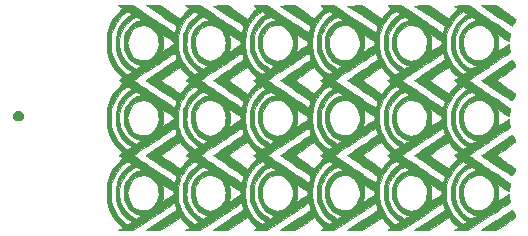
<source format=gbr>
G04 #@! TF.GenerationSoftware,KiCad,Pcbnew,(5.0.2-4-gb601aea34)*
G04 #@! TF.CreationDate,2019-09-30T13:15:35-05:00*
G04 #@! TF.ProjectId,mic switch,6d696320-7377-4697-9463-682e6b696361,rev?*
G04 #@! TF.SameCoordinates,Original*
G04 #@! TF.FileFunction,Soldermask,Bot*
G04 #@! TF.FilePolarity,Negative*
%FSLAX46Y46*%
G04 Gerber Fmt 4.6, Leading zero omitted, Abs format (unit mm)*
G04 Created by KiCad (PCBNEW (5.0.2-4-gb601aea34)) date Monday, September 30, 2019 at 01:15:35 PM*
%MOMM*%
%LPD*%
G01*
G04 APERTURE LIST*
%ADD10C,0.010000*%
%ADD11C,0.100000*%
G04 APERTURE END LIST*
D10*
G04 #@! TO.C,G\002A\002A\002A*
G36*
X144265209Y-101050719D02*
X144371074Y-101580157D01*
X144549637Y-102069777D01*
X144802634Y-102524042D01*
X145131800Y-102947417D01*
X145233207Y-103056232D01*
X145367558Y-103196487D01*
X145476219Y-103312154D01*
X145548037Y-103391197D01*
X145571874Y-103421572D01*
X145534810Y-103446220D01*
X145450363Y-103502471D01*
X145394590Y-103539640D01*
X145226013Y-103652000D01*
X146474112Y-103652000D01*
X148177639Y-102516944D01*
X148518568Y-102289853D01*
X148838726Y-102076732D01*
X149131074Y-101882256D01*
X149388569Y-101711103D01*
X149604171Y-101567953D01*
X149770838Y-101457482D01*
X149881529Y-101384368D01*
X149929202Y-101353289D01*
X149929853Y-101352893D01*
X149963142Y-101375204D01*
X150007134Y-101456542D01*
X150053851Y-101573356D01*
X150095314Y-101702093D01*
X150123544Y-101819202D01*
X150130564Y-101901131D01*
X150122777Y-101922407D01*
X150081732Y-101951410D01*
X149978120Y-102021671D01*
X149820027Y-102127789D01*
X149615536Y-102264365D01*
X149372732Y-102425999D01*
X149099700Y-102607292D01*
X148807109Y-102801133D01*
X147521384Y-103651999D01*
X148786174Y-103651999D01*
X149624548Y-103082808D01*
X150462922Y-102513616D01*
X150640608Y-102754724D01*
X150773347Y-102918181D01*
X150931701Y-103089996D01*
X151043530Y-103198089D01*
X151151287Y-103298464D01*
X151225924Y-103375011D01*
X151252879Y-103412682D01*
X151252300Y-103413813D01*
X151210289Y-103443277D01*
X151122231Y-103502866D01*
X151067256Y-103539640D01*
X150898679Y-103651999D01*
X151522729Y-103652000D01*
X152146779Y-103652000D01*
X153850306Y-102516944D01*
X154191279Y-102289825D01*
X154511518Y-102076652D01*
X154803978Y-101882106D01*
X155061611Y-101710869D01*
X155277370Y-101567621D01*
X155444208Y-101457044D01*
X155555078Y-101383820D01*
X155602933Y-101352631D01*
X155603588Y-101352233D01*
X155646347Y-101370459D01*
X155694764Y-101472893D01*
X155720731Y-101554385D01*
X155761700Y-101692226D01*
X155795701Y-101801241D01*
X155810155Y-101843618D01*
X155782444Y-101883806D01*
X155684561Y-101966800D01*
X155516113Y-102092882D01*
X155276707Y-102262336D01*
X154965953Y-102475446D01*
X154583457Y-102732493D01*
X154533270Y-102765937D01*
X153234348Y-103630833D01*
X153848241Y-103642513D01*
X154462135Y-103654193D01*
X155299713Y-103085356D01*
X156137292Y-102516518D01*
X156325085Y-102766339D01*
X156458776Y-102929203D01*
X156614558Y-103097558D01*
X156731856Y-103210349D01*
X156845279Y-103313176D01*
X156902986Y-103376685D01*
X156913437Y-103416783D01*
X156885090Y-103449378D01*
X156866167Y-103462926D01*
X156760765Y-103535843D01*
X156696665Y-103586785D01*
X156681255Y-103619721D01*
X156721926Y-103638617D01*
X156826069Y-103647442D01*
X157001072Y-103650164D01*
X157215806Y-103650653D01*
X157819445Y-103652000D01*
X159522973Y-102516944D01*
X159863980Y-102289803D01*
X160184284Y-102076589D01*
X160476832Y-101881988D01*
X160734574Y-101710683D01*
X160950457Y-101567359D01*
X161117430Y-101456699D01*
X161228441Y-101383389D01*
X161276439Y-101352112D01*
X161277097Y-101351712D01*
X161316815Y-101367642D01*
X161364423Y-101461117D01*
X161412727Y-101604972D01*
X161452594Y-101749706D01*
X161476749Y-101861349D01*
X161480207Y-101916678D01*
X161479787Y-101917486D01*
X161441456Y-101946652D01*
X161340320Y-102016799D01*
X161184415Y-102122536D01*
X160981775Y-102258474D01*
X160740434Y-102419222D01*
X160468427Y-102599389D01*
X160181220Y-102788699D01*
X158900624Y-103630833D01*
X159523219Y-103642544D01*
X160145814Y-103654256D01*
X160985373Y-103084042D01*
X161824931Y-102513828D01*
X161904733Y-102648997D01*
X161968712Y-102736513D01*
X162076390Y-102862770D01*
X162210355Y-103007912D01*
X162299683Y-103099380D01*
X162438939Y-103240451D01*
X162525115Y-103334967D01*
X162566026Y-103395197D01*
X162569489Y-103433410D01*
X162543319Y-103461873D01*
X162534499Y-103467953D01*
X162429493Y-103538326D01*
X162366673Y-103587670D01*
X162353337Y-103619752D01*
X162396781Y-103638337D01*
X162504304Y-103647194D01*
X162683202Y-103650088D01*
X162888473Y-103650653D01*
X163492112Y-103652000D01*
X165205445Y-102509259D01*
X165547052Y-102281818D01*
X165867854Y-102069005D01*
X166160855Y-101875403D01*
X166419063Y-101705598D01*
X166635484Y-101564173D01*
X166803125Y-101455714D01*
X166914993Y-101384805D01*
X166964093Y-101356031D01*
X166965143Y-101355676D01*
X166998734Y-101386772D01*
X167043451Y-101475082D01*
X167090445Y-101595541D01*
X167130864Y-101723086D01*
X167155859Y-101832655D01*
X167156831Y-101898518D01*
X167118769Y-101931517D01*
X167017805Y-102005239D01*
X166861972Y-102114184D01*
X166659305Y-102252855D01*
X166417838Y-102415753D01*
X166145605Y-102597379D01*
X165857816Y-102787518D01*
X164575425Y-103630833D01*
X165196953Y-103642544D01*
X165818481Y-103654256D01*
X166660574Y-103082321D01*
X167502666Y-102510385D01*
X167620341Y-102689609D01*
X167706551Y-102803358D01*
X167832152Y-102947978D01*
X167974027Y-103097234D01*
X168016529Y-103139209D01*
X168146353Y-103267021D01*
X168222608Y-103350168D01*
X168253303Y-103402091D01*
X168246450Y-103436233D01*
X168210938Y-103465449D01*
X168105045Y-103536339D01*
X168041059Y-103586204D01*
X168026240Y-103618776D01*
X168067849Y-103637784D01*
X168173146Y-103646959D01*
X168349391Y-103650031D01*
X168571415Y-103650653D01*
X169185329Y-103652000D01*
X170931265Y-102487833D01*
X171275211Y-102258773D01*
X171597539Y-102044650D01*
X171891451Y-101849942D01*
X172150149Y-101679126D01*
X172366832Y-101536682D01*
X172534703Y-101427088D01*
X172646961Y-101354823D01*
X172696810Y-101324364D01*
X172698600Y-101323666D01*
X172717443Y-101358826D01*
X172721382Y-101397750D01*
X172735536Y-101478593D01*
X172770228Y-101604342D01*
X172797411Y-101687782D01*
X172872057Y-101903731D01*
X171567281Y-102767282D01*
X170262504Y-103630833D01*
X170879614Y-103642560D01*
X171496723Y-103654288D01*
X173171549Y-102515418D01*
X173376991Y-102787396D01*
X173508786Y-102948247D01*
X173656923Y-103108630D01*
X173789357Y-103233855D01*
X173789506Y-103233980D01*
X173996578Y-103408586D01*
X173813372Y-103519709D01*
X173630167Y-103630833D01*
X174853161Y-103654425D01*
X176620345Y-102478462D01*
X177026321Y-102207812D01*
X177366724Y-101979609D01*
X177646874Y-101790010D01*
X177872093Y-101635178D01*
X178047702Y-101511272D01*
X178179024Y-101414451D01*
X178271377Y-101340877D01*
X178330085Y-101286708D01*
X178360469Y-101248105D01*
X178367849Y-101221229D01*
X178367268Y-101217833D01*
X178351827Y-101131608D01*
X178332410Y-100994166D01*
X178316920Y-100867072D01*
X178286834Y-100600977D01*
X177800713Y-100917173D01*
X177623125Y-101031089D01*
X177472513Y-101124675D01*
X177362118Y-101189935D01*
X177305177Y-101218872D01*
X177300514Y-101219291D01*
X177302489Y-101174016D01*
X177323747Y-101075823D01*
X177338408Y-101021023D01*
X177363197Y-100889313D01*
X177381560Y-100708185D01*
X177390135Y-100512829D01*
X177390380Y-100477000D01*
X177384046Y-100282920D01*
X177367284Y-100096379D01*
X177343457Y-99952569D01*
X177338408Y-99932976D01*
X177310129Y-99819956D01*
X177298681Y-99747028D01*
X177300514Y-99734708D01*
X177339027Y-99751316D01*
X177434927Y-99806622D01*
X177574976Y-99892629D01*
X177745933Y-100001341D01*
X177800713Y-100036826D01*
X178286834Y-100353022D01*
X178316920Y-100086927D01*
X178336074Y-99932144D01*
X178355115Y-99801663D01*
X178367271Y-99736166D01*
X178363033Y-99710716D01*
X178336608Y-99674191D01*
X178282647Y-99622734D01*
X178195801Y-99552493D01*
X178070722Y-99459612D01*
X177902061Y-99340237D01*
X177684470Y-99190513D01*
X177412600Y-99006585D01*
X177081103Y-98784600D01*
X176684629Y-98520702D01*
X176634386Y-98487333D01*
X176290027Y-98258250D01*
X175968069Y-98043272D01*
X175675223Y-97846934D01*
X175577253Y-97780931D01*
X175577253Y-98979637D01*
X175865354Y-98983954D01*
X175992680Y-99012308D01*
X176292455Y-99141015D01*
X176547782Y-99333384D01*
X176753635Y-99578150D01*
X176904992Y-99864047D01*
X176996827Y-100179809D01*
X177024117Y-100514171D01*
X176981836Y-100855866D01*
X176914042Y-101078202D01*
X176770371Y-101349340D01*
X176564602Y-101595998D01*
X176318972Y-101793801D01*
X176199911Y-101861089D01*
X175909604Y-101959568D01*
X175615758Y-101976317D01*
X175327149Y-101913372D01*
X175052556Y-101772768D01*
X174800753Y-101556541D01*
X174777448Y-101531153D01*
X174586927Y-101274878D01*
X174465053Y-100998886D01*
X174405174Y-100684779D01*
X174396228Y-100477000D01*
X174423070Y-100132219D01*
X174508032Y-99836268D01*
X174657767Y-99570748D01*
X174777448Y-99422846D01*
X175022444Y-99202751D01*
X175292664Y-99053792D01*
X175577253Y-98979637D01*
X175577253Y-97780931D01*
X175418197Y-97673773D01*
X175203699Y-97528324D01*
X175127443Y-97476090D01*
X175127443Y-98309087D01*
X175208136Y-98343665D01*
X175320878Y-98414061D01*
X175432020Y-98490358D01*
X175478640Y-98536635D01*
X175469813Y-98564727D01*
X175445400Y-98576422D01*
X175359251Y-98607767D01*
X175231200Y-98653615D01*
X175163535Y-98677644D01*
X174874871Y-98823298D01*
X174614363Y-99041258D01*
X174391119Y-99321331D01*
X174214250Y-99653327D01*
X174156437Y-99804468D01*
X174086509Y-100103480D01*
X174060135Y-100440614D01*
X174077317Y-100781386D01*
X174138054Y-101091314D01*
X174156437Y-101149531D01*
X174311310Y-101500143D01*
X174516350Y-101803076D01*
X174762446Y-102048139D01*
X175040493Y-102225141D01*
X175163535Y-102276355D01*
X175298297Y-102324342D01*
X175410074Y-102364620D01*
X175445400Y-102377577D01*
X175480223Y-102400792D01*
X175464466Y-102435845D01*
X175389053Y-102494572D01*
X175320878Y-102539938D01*
X175201962Y-102613785D01*
X175122950Y-102645844D01*
X175053989Y-102642305D01*
X174972158Y-102612265D01*
X174766092Y-102500378D01*
X174546664Y-102338685D01*
X174343227Y-102150479D01*
X174235932Y-102028079D01*
X173985819Y-101646684D01*
X173812053Y-101238384D01*
X173714635Y-100812869D01*
X173693565Y-100379834D01*
X173748843Y-99948969D01*
X173880468Y-99529969D01*
X174088442Y-99132525D01*
X174235932Y-98925920D01*
X174414040Y-98732970D01*
X174626742Y-98551773D01*
X174844682Y-98405622D01*
X174972158Y-98341734D01*
X175058735Y-98310508D01*
X175127443Y-98309087D01*
X175127443Y-97476090D01*
X175038439Y-97415123D01*
X174929125Y-97338706D01*
X174882467Y-97303610D01*
X174881238Y-97302000D01*
X174915430Y-97275137D01*
X175013532Y-97206106D01*
X175168835Y-97099442D01*
X175374632Y-96959681D01*
X175624212Y-96791359D01*
X175910867Y-96599012D01*
X176227889Y-96387176D01*
X176568567Y-96160388D01*
X176634386Y-96116666D01*
X177038712Y-95847677D01*
X177377444Y-95621046D01*
X177655931Y-95432918D01*
X177879521Y-95279439D01*
X178053562Y-95156754D01*
X178183403Y-95061008D01*
X178274394Y-94988348D01*
X178331881Y-94934918D01*
X178361215Y-94896864D01*
X178367743Y-94870331D01*
X178367271Y-94867833D01*
X178351828Y-94781608D01*
X178332410Y-94644166D01*
X178316920Y-94517072D01*
X178286834Y-94250977D01*
X177800713Y-94567173D01*
X177623125Y-94681089D01*
X177472513Y-94774675D01*
X177362118Y-94839935D01*
X177305177Y-94868872D01*
X177300514Y-94869291D01*
X177302489Y-94824016D01*
X177323747Y-94725823D01*
X177338408Y-94671023D01*
X177363197Y-94539313D01*
X177381560Y-94358185D01*
X177390135Y-94162829D01*
X177390380Y-94127000D01*
X177384046Y-93932920D01*
X177367284Y-93746379D01*
X177343457Y-93602569D01*
X177338408Y-93582976D01*
X177310129Y-93469956D01*
X177298681Y-93397028D01*
X177300514Y-93384708D01*
X177339027Y-93401316D01*
X177434927Y-93456622D01*
X177574976Y-93542629D01*
X177745933Y-93651341D01*
X177800713Y-93686826D01*
X178286834Y-94003022D01*
X178316920Y-93736927D01*
X178336074Y-93582144D01*
X178355115Y-93451663D01*
X178367271Y-93386166D01*
X178363033Y-93360716D01*
X178336608Y-93324191D01*
X178282647Y-93272734D01*
X178195801Y-93202493D01*
X178070722Y-93109612D01*
X177902061Y-92990237D01*
X177684470Y-92840513D01*
X177412600Y-92656585D01*
X177081103Y-92434600D01*
X176684629Y-92170702D01*
X176634386Y-92137333D01*
X176290027Y-91908250D01*
X175968069Y-91693272D01*
X175675223Y-91496934D01*
X175577253Y-91430931D01*
X175577253Y-92629637D01*
X175865354Y-92633954D01*
X175992680Y-92662308D01*
X176292455Y-92791015D01*
X176547782Y-92983384D01*
X176753635Y-93228150D01*
X176904992Y-93514047D01*
X176996827Y-93829809D01*
X177024117Y-94164171D01*
X176981836Y-94505866D01*
X176914042Y-94728202D01*
X176770371Y-94999340D01*
X176564602Y-95245998D01*
X176318972Y-95443801D01*
X176199911Y-95511089D01*
X175909604Y-95609568D01*
X175615758Y-95626317D01*
X175327149Y-95563372D01*
X175052556Y-95422768D01*
X174800753Y-95206541D01*
X174777448Y-95181153D01*
X174586927Y-94924878D01*
X174465053Y-94648886D01*
X174405174Y-94334779D01*
X174396228Y-94127000D01*
X174423070Y-93782219D01*
X174508032Y-93486268D01*
X174657767Y-93220748D01*
X174777448Y-93072846D01*
X175022444Y-92852751D01*
X175292664Y-92703792D01*
X175577253Y-92629637D01*
X175577253Y-91430931D01*
X175418197Y-91323773D01*
X175203699Y-91178324D01*
X175127443Y-91126090D01*
X175127443Y-91959087D01*
X175208136Y-91993665D01*
X175320878Y-92064061D01*
X175432020Y-92140358D01*
X175478640Y-92186635D01*
X175469813Y-92214727D01*
X175445400Y-92226422D01*
X175359251Y-92257767D01*
X175231200Y-92303615D01*
X175163535Y-92327644D01*
X174874871Y-92473298D01*
X174614363Y-92691258D01*
X174391119Y-92971331D01*
X174214250Y-93303327D01*
X174156437Y-93454468D01*
X174086509Y-93753480D01*
X174060135Y-94090614D01*
X174077317Y-94431386D01*
X174138054Y-94741314D01*
X174156437Y-94799531D01*
X174311310Y-95150143D01*
X174516350Y-95453076D01*
X174762446Y-95698139D01*
X175040493Y-95875141D01*
X175163535Y-95926355D01*
X175298297Y-95974342D01*
X175410074Y-96014620D01*
X175445400Y-96027577D01*
X175480223Y-96050792D01*
X175464466Y-96085845D01*
X175389053Y-96144572D01*
X175320878Y-96189938D01*
X175201962Y-96263785D01*
X175122950Y-96295844D01*
X175053989Y-96292305D01*
X174972158Y-96262265D01*
X174766092Y-96150378D01*
X174546664Y-95988685D01*
X174343227Y-95800479D01*
X174235932Y-95678079D01*
X173985819Y-95296684D01*
X173812053Y-94888384D01*
X173714635Y-94462869D01*
X173693565Y-94029834D01*
X173748843Y-93598969D01*
X173880468Y-93179969D01*
X174088442Y-92782525D01*
X174235932Y-92575920D01*
X174414040Y-92382970D01*
X174626742Y-92201773D01*
X174844682Y-92055622D01*
X174972158Y-91991734D01*
X175058735Y-91960508D01*
X175127443Y-91959087D01*
X175127443Y-91126090D01*
X175038439Y-91065123D01*
X174929125Y-90988706D01*
X174882467Y-90953610D01*
X174881238Y-90952000D01*
X174915430Y-90925137D01*
X175013532Y-90856106D01*
X175168835Y-90749442D01*
X175374632Y-90609681D01*
X175624212Y-90441359D01*
X175910867Y-90249012D01*
X176227889Y-90037176D01*
X176568567Y-89810388D01*
X176634386Y-89766666D01*
X177038712Y-89497677D01*
X177377444Y-89271046D01*
X177655931Y-89082918D01*
X177879521Y-88929439D01*
X178053562Y-88806754D01*
X178183403Y-88711008D01*
X178274394Y-88638348D01*
X178331881Y-88584918D01*
X178361215Y-88546864D01*
X178367743Y-88520331D01*
X178367271Y-88517833D01*
X178351828Y-88431608D01*
X178332410Y-88294166D01*
X178316920Y-88167072D01*
X178286834Y-87900977D01*
X177800713Y-88217173D01*
X177623125Y-88331089D01*
X177472513Y-88424675D01*
X177362118Y-88489935D01*
X177305177Y-88518872D01*
X177300514Y-88519291D01*
X177302489Y-88474016D01*
X177323747Y-88375823D01*
X177338408Y-88321023D01*
X177363197Y-88189313D01*
X177381560Y-88008185D01*
X177390135Y-87812829D01*
X177390380Y-87777000D01*
X177384046Y-87582920D01*
X177367284Y-87396379D01*
X177343457Y-87252569D01*
X177338408Y-87232976D01*
X177310129Y-87119956D01*
X177298681Y-87047028D01*
X177300514Y-87034708D01*
X177339027Y-87051316D01*
X177434927Y-87106622D01*
X177574976Y-87192629D01*
X177745933Y-87301341D01*
X177800713Y-87336826D01*
X178286834Y-87653022D01*
X178316920Y-87386927D01*
X178336073Y-87232144D01*
X178355113Y-87101663D01*
X178367268Y-87036166D01*
X178363007Y-87010777D01*
X178336576Y-86974264D01*
X178282653Y-86922785D01*
X178195918Y-86852502D01*
X178071048Y-86759574D01*
X177902723Y-86640161D01*
X177685621Y-86490424D01*
X177414421Y-86306521D01*
X177083802Y-86084615D01*
X176688442Y-85820863D01*
X176620345Y-85775537D01*
X175577253Y-85081419D01*
X175577253Y-86279637D01*
X175865354Y-86283954D01*
X175992680Y-86312308D01*
X176292455Y-86441015D01*
X176547782Y-86633384D01*
X176753635Y-86878150D01*
X176904992Y-87164047D01*
X176996827Y-87479809D01*
X177024117Y-87814171D01*
X176981836Y-88155866D01*
X176914042Y-88378202D01*
X176770371Y-88649340D01*
X176564602Y-88895998D01*
X176318972Y-89093801D01*
X176199911Y-89161089D01*
X175909604Y-89259568D01*
X175615758Y-89276317D01*
X175327149Y-89213372D01*
X175052556Y-89072768D01*
X174800753Y-88856541D01*
X174777448Y-88831153D01*
X174586927Y-88574878D01*
X174465053Y-88298886D01*
X174405174Y-87984779D01*
X174396228Y-87777000D01*
X174423070Y-87432219D01*
X174508032Y-87136268D01*
X174657767Y-86870748D01*
X174777448Y-86722846D01*
X175022444Y-86502751D01*
X175292664Y-86353792D01*
X175577253Y-86279637D01*
X175577253Y-85081419D01*
X175127443Y-84782095D01*
X175127443Y-85609087D01*
X175208136Y-85643665D01*
X175320878Y-85714061D01*
X175432020Y-85790358D01*
X175478640Y-85836635D01*
X175469813Y-85864727D01*
X175445400Y-85876422D01*
X175359251Y-85907767D01*
X175231200Y-85953615D01*
X175163535Y-85977644D01*
X174874871Y-86123298D01*
X174614363Y-86341258D01*
X174391119Y-86621331D01*
X174214250Y-86953327D01*
X174156437Y-87104468D01*
X174086509Y-87403480D01*
X174060135Y-87740614D01*
X174077317Y-88081386D01*
X174138054Y-88391314D01*
X174156437Y-88449531D01*
X174311310Y-88800143D01*
X174516350Y-89103076D01*
X174762446Y-89348139D01*
X175040493Y-89525141D01*
X175163535Y-89576355D01*
X175298297Y-89624342D01*
X175410074Y-89664620D01*
X175445400Y-89677577D01*
X175480223Y-89700792D01*
X175464466Y-89735845D01*
X175389053Y-89794572D01*
X175320878Y-89839938D01*
X175201962Y-89913785D01*
X175122950Y-89945844D01*
X175053989Y-89942305D01*
X174972158Y-89912265D01*
X174766092Y-89800378D01*
X174546664Y-89638685D01*
X174343227Y-89450479D01*
X174235932Y-89328079D01*
X173985819Y-88946684D01*
X173812053Y-88538384D01*
X173714635Y-88112869D01*
X173693565Y-87679834D01*
X173748843Y-87248969D01*
X173880468Y-86829969D01*
X174088442Y-86432525D01*
X174235932Y-86225920D01*
X174414040Y-86032970D01*
X174626742Y-85851773D01*
X174844682Y-85705622D01*
X174972158Y-85641734D01*
X175058735Y-85610508D01*
X175127443Y-85609087D01*
X175127443Y-84782095D01*
X174853161Y-84599575D01*
X174373807Y-84608821D01*
X174373807Y-85104001D01*
X174562828Y-85223417D01*
X174668450Y-85291807D01*
X174737090Y-85339441D01*
X174751924Y-85352556D01*
X174718259Y-85375906D01*
X174633636Y-85422970D01*
X174593250Y-85444110D01*
X174298762Y-85640755D01*
X174031490Y-85907479D01*
X173799021Y-86232000D01*
X173608941Y-86602038D01*
X173468837Y-87005312D01*
X173391307Y-87389790D01*
X173367491Y-87826240D01*
X173408139Y-88260309D01*
X173508130Y-88680455D01*
X173662345Y-89075137D01*
X173865662Y-89432811D01*
X174112961Y-89741937D01*
X174399122Y-89990971D01*
X174599480Y-90113067D01*
X174764460Y-90198077D01*
X174569953Y-90324602D01*
X174375447Y-90451126D01*
X174373807Y-90449998D01*
X174373807Y-91454001D01*
X174562828Y-91573417D01*
X174668450Y-91641807D01*
X174737090Y-91689441D01*
X174751924Y-91702556D01*
X174718259Y-91725906D01*
X174633636Y-91772970D01*
X174593250Y-91794110D01*
X174298762Y-91990755D01*
X174031490Y-92257479D01*
X173799021Y-92582000D01*
X173608941Y-92952038D01*
X173468837Y-93355312D01*
X173391307Y-93739790D01*
X173367491Y-94176240D01*
X173408139Y-94610309D01*
X173508130Y-95030455D01*
X173662345Y-95425137D01*
X173865662Y-95782811D01*
X174112961Y-96091937D01*
X174399122Y-96340971D01*
X174599480Y-96463067D01*
X174764460Y-96548077D01*
X174569953Y-96674602D01*
X174375447Y-96801126D01*
X174373807Y-96799998D01*
X174373807Y-97804001D01*
X174562828Y-97923417D01*
X174668450Y-97991807D01*
X174737090Y-98039441D01*
X174751924Y-98052556D01*
X174718259Y-98075906D01*
X174633636Y-98122970D01*
X174593250Y-98144110D01*
X174298762Y-98340755D01*
X174031490Y-98607479D01*
X173799021Y-98932000D01*
X173608941Y-99302038D01*
X173468837Y-99705312D01*
X173391307Y-100089790D01*
X173367491Y-100526240D01*
X173408139Y-100960309D01*
X173508130Y-101380455D01*
X173662345Y-101775137D01*
X173865662Y-102132811D01*
X174112961Y-102441937D01*
X174399122Y-102690971D01*
X174599480Y-102813067D01*
X174764460Y-102898077D01*
X174569953Y-103024602D01*
X174375447Y-103151126D01*
X174187829Y-103022042D01*
X173935287Y-102813646D01*
X173687127Y-102545785D01*
X173463099Y-102242253D01*
X173288933Y-101939110D01*
X173150939Y-101637495D01*
X173055225Y-101370463D01*
X172995084Y-101108680D01*
X172963811Y-100822810D01*
X172954699Y-100483518D01*
X172954697Y-100477000D01*
X172963484Y-100136524D01*
X172994317Y-99849979D01*
X173053900Y-99588028D01*
X173148942Y-99321337D01*
X173286146Y-99020570D01*
X173288933Y-99014889D01*
X173470594Y-98700383D01*
X173695217Y-98398455D01*
X173943068Y-98132886D01*
X174187009Y-97932521D01*
X174373807Y-97804001D01*
X174373807Y-96799998D01*
X174187829Y-96672042D01*
X173935287Y-96463646D01*
X173687127Y-96195785D01*
X173463099Y-95892253D01*
X173288933Y-95589110D01*
X173171546Y-95332536D01*
X173171546Y-96165414D01*
X173376989Y-96437394D01*
X173508785Y-96598246D01*
X173656921Y-96758628D01*
X173789356Y-96883853D01*
X173789506Y-96883980D01*
X173996578Y-97058586D01*
X173823956Y-97161526D01*
X173722364Y-97229344D01*
X173660322Y-97284711D01*
X173651334Y-97302000D01*
X173684616Y-97343937D01*
X173769098Y-97407806D01*
X173823956Y-97442473D01*
X173996578Y-97545413D01*
X173789506Y-97720019D01*
X173657113Y-97845175D01*
X173508976Y-98005534D01*
X173377138Y-98166408D01*
X173376989Y-98166605D01*
X173171546Y-98438585D01*
X172363690Y-97889233D01*
X172133754Y-97731301D01*
X171929279Y-97587845D01*
X171760092Y-97466008D01*
X171636019Y-97372932D01*
X171566888Y-97315762D01*
X171555834Y-97302000D01*
X171589372Y-97268411D01*
X171683434Y-97194859D01*
X171828195Y-97088486D01*
X172013827Y-96956437D01*
X172230503Y-96805853D01*
X172363690Y-96714766D01*
X173171546Y-96165414D01*
X173171546Y-95332536D01*
X173150939Y-95287495D01*
X173055225Y-95020463D01*
X172995084Y-94758680D01*
X172963811Y-94472810D01*
X172954699Y-94133518D01*
X172954697Y-94127000D01*
X172963484Y-93786524D01*
X172994317Y-93499979D01*
X173053900Y-93238028D01*
X173148942Y-92971337D01*
X173286146Y-92670570D01*
X173288933Y-92664889D01*
X173470594Y-92350383D01*
X173695217Y-92048455D01*
X173943068Y-91782886D01*
X174187009Y-91582521D01*
X174373807Y-91454001D01*
X174373807Y-90449998D01*
X174187829Y-90322042D01*
X173935287Y-90113646D01*
X173687127Y-89845785D01*
X173463099Y-89542253D01*
X173288933Y-89239110D01*
X173171546Y-88982536D01*
X173171546Y-89815414D01*
X173376989Y-90087394D01*
X173508785Y-90248246D01*
X173656921Y-90408628D01*
X173789356Y-90533853D01*
X173789506Y-90533980D01*
X173996578Y-90708586D01*
X173823956Y-90811526D01*
X173722364Y-90879344D01*
X173660322Y-90934711D01*
X173651334Y-90952000D01*
X173684616Y-90993937D01*
X173769098Y-91057806D01*
X173823956Y-91092473D01*
X173996578Y-91195413D01*
X173789506Y-91370019D01*
X173657113Y-91495175D01*
X173508976Y-91655534D01*
X173377138Y-91816408D01*
X173376989Y-91816605D01*
X173171546Y-92088585D01*
X172363690Y-91539233D01*
X172133754Y-91381301D01*
X171929279Y-91237845D01*
X171760092Y-91116008D01*
X171636019Y-91022932D01*
X171566888Y-90965762D01*
X171555834Y-90952000D01*
X171589372Y-90918411D01*
X171683434Y-90844859D01*
X171828195Y-90738486D01*
X172013827Y-90606437D01*
X172230503Y-90455853D01*
X172363690Y-90364766D01*
X173171546Y-89815414D01*
X173171546Y-88982536D01*
X173150939Y-88937495D01*
X173055225Y-88670463D01*
X172995084Y-88408680D01*
X172963811Y-88122810D01*
X172954699Y-87783518D01*
X172954697Y-87777000D01*
X172963484Y-87436524D01*
X172994317Y-87149979D01*
X173053900Y-86888028D01*
X173148942Y-86621337D01*
X173286146Y-86320570D01*
X173288933Y-86314889D01*
X173470594Y-86000383D01*
X173695217Y-85698455D01*
X173943068Y-85432886D01*
X174187009Y-85232521D01*
X174373807Y-85104001D01*
X174373807Y-84608821D01*
X174241664Y-84611370D01*
X173630167Y-84623166D01*
X173813372Y-84734290D01*
X173996578Y-84845413D01*
X173789506Y-85020019D01*
X173657112Y-85145175D01*
X173508976Y-85305535D01*
X173377138Y-85466408D01*
X173376991Y-85466603D01*
X173171549Y-85738581D01*
X172334136Y-85169146D01*
X171496723Y-84599712D01*
X170879614Y-84611439D01*
X170262504Y-84623166D01*
X171567281Y-85486717D01*
X172872057Y-86350268D01*
X172797411Y-86566217D01*
X172754668Y-86702420D01*
X172726999Y-86814568D01*
X172721382Y-86856250D01*
X172710051Y-86919209D01*
X172698600Y-86930333D01*
X172675067Y-86916364D01*
X172675067Y-88633056D01*
X172700471Y-88663731D01*
X172733292Y-88755199D01*
X172756376Y-88844723D01*
X172792039Y-88982965D01*
X172828254Y-89092608D01*
X172846085Y-89130991D01*
X172843879Y-89156312D01*
X172810339Y-89197967D01*
X172739864Y-89260064D01*
X172626853Y-89346709D01*
X172465705Y-89462011D01*
X172250819Y-89610075D01*
X171976594Y-89795010D01*
X171637429Y-90020921D01*
X171585622Y-90055273D01*
X171290236Y-90251970D01*
X171018393Y-90434771D01*
X170777909Y-90598285D01*
X170576601Y-90737119D01*
X170422285Y-90845879D01*
X170322778Y-90919175D01*
X170285896Y-90951612D01*
X170285834Y-90952000D01*
X170319916Y-90982603D01*
X170416951Y-91054292D01*
X170569123Y-91161672D01*
X170768615Y-91299351D01*
X171007611Y-91461937D01*
X171278295Y-91644038D01*
X171572850Y-91840260D01*
X171585622Y-91848726D01*
X171934115Y-92080569D01*
X172216902Y-92270872D01*
X172439582Y-92423742D01*
X172607757Y-92543287D01*
X172727029Y-92633614D01*
X172802997Y-92698829D01*
X172841263Y-92743041D01*
X172847429Y-92770355D01*
X172846085Y-92773008D01*
X172814734Y-92848612D01*
X172777473Y-92973438D01*
X172756376Y-93059276D01*
X172723497Y-93180326D01*
X172691946Y-93256436D01*
X172675067Y-93270943D01*
X172675067Y-94983056D01*
X172700471Y-95013731D01*
X172733292Y-95105199D01*
X172756376Y-95194723D01*
X172792039Y-95332965D01*
X172828254Y-95442608D01*
X172846085Y-95480991D01*
X172843879Y-95506312D01*
X172810339Y-95547967D01*
X172739864Y-95610064D01*
X172626853Y-95696709D01*
X172465705Y-95812011D01*
X172250819Y-95960075D01*
X171976594Y-96145010D01*
X171637429Y-96370921D01*
X171585622Y-96405273D01*
X171290236Y-96601970D01*
X171018393Y-96784771D01*
X170777909Y-96948285D01*
X170576601Y-97087119D01*
X170422285Y-97195879D01*
X170322778Y-97269175D01*
X170285896Y-97301612D01*
X170285834Y-97302000D01*
X170319916Y-97332603D01*
X170416951Y-97404292D01*
X170569123Y-97511672D01*
X170768615Y-97649351D01*
X171007611Y-97811937D01*
X171278295Y-97994038D01*
X171572850Y-98190260D01*
X171585622Y-98198726D01*
X171934115Y-98430569D01*
X172216902Y-98620872D01*
X172439582Y-98773742D01*
X172607757Y-98893287D01*
X172727029Y-98983614D01*
X172802997Y-99048829D01*
X172841263Y-99093041D01*
X172847429Y-99120355D01*
X172846085Y-99123008D01*
X172814734Y-99198612D01*
X172777473Y-99323438D01*
X172756376Y-99409276D01*
X172723497Y-99530326D01*
X172691946Y-99606436D01*
X172675067Y-99620943D01*
X172629816Y-99593939D01*
X172523640Y-99525772D01*
X172364759Y-99421937D01*
X172161389Y-99287934D01*
X171921750Y-99129259D01*
X171654060Y-98951411D01*
X171630676Y-98935835D01*
X171630676Y-99731879D01*
X171669012Y-99748772D01*
X171764121Y-99805035D01*
X171902744Y-99892458D01*
X172071625Y-100002826D01*
X172118978Y-100034350D01*
X172311934Y-100164967D01*
X172444497Y-100260550D01*
X172527753Y-100331449D01*
X172572784Y-100388016D01*
X172590675Y-100440600D01*
X172593000Y-100477000D01*
X172586676Y-100532473D01*
X172560316Y-100585296D01*
X172502836Y-100645818D01*
X172403151Y-100724390D01*
X172250178Y-100831361D01*
X172118978Y-100919649D01*
X171944389Y-101034649D01*
X171796600Y-101128845D01*
X171688871Y-101194022D01*
X171634458Y-101221969D01*
X171630676Y-101222120D01*
X171630718Y-101176210D01*
X171647372Y-101076773D01*
X171659163Y-101022336D01*
X171679572Y-100889909D01*
X171694686Y-100708188D01*
X171701732Y-100512513D01*
X171701930Y-100477000D01*
X171696712Y-100282649D01*
X171682906Y-100095602D01*
X171663282Y-99951195D01*
X171659163Y-99931663D01*
X171636380Y-99817494D01*
X171628380Y-99744031D01*
X171630676Y-99731879D01*
X171630676Y-98935835D01*
X171366537Y-98759887D01*
X171067401Y-98560185D01*
X170764868Y-98357804D01*
X170467158Y-98158239D01*
X170182489Y-97966991D01*
X170041191Y-97871811D01*
X170041191Y-98974463D01*
X170331470Y-99017160D01*
X170527745Y-99092960D01*
X170792184Y-99267544D01*
X171019724Y-99506330D01*
X171197680Y-99792392D01*
X171313364Y-100108802D01*
X171324083Y-100155566D01*
X171345688Y-100367191D01*
X171336671Y-100615945D01*
X171300508Y-100861460D01*
X171247353Y-101046980D01*
X171084317Y-101360631D01*
X170866447Y-101621192D01*
X170603341Y-101819430D01*
X170316193Y-101942802D01*
X170031020Y-101983784D01*
X169747592Y-101946088D01*
X169475964Y-101835293D01*
X169226194Y-101656979D01*
X169008337Y-101416725D01*
X168832451Y-101120110D01*
X168832124Y-101119414D01*
X168776623Y-100989016D01*
X168742755Y-100868741D01*
X168725472Y-100729801D01*
X168719728Y-100543406D01*
X168719500Y-100477000D01*
X168722862Y-100271641D01*
X168736312Y-100122011D01*
X168764897Y-99999320D01*
X168813664Y-99874779D01*
X168832124Y-99834585D01*
X169010680Y-99532948D01*
X169230149Y-99292057D01*
X169481247Y-99115972D01*
X169754689Y-99008754D01*
X170041191Y-98974463D01*
X170041191Y-97871811D01*
X169919080Y-97789555D01*
X169685148Y-97631430D01*
X169488913Y-97498114D01*
X169424736Y-97454136D01*
X169424736Y-98280593D01*
X169639998Y-98413046D01*
X169755833Y-98488052D01*
X169806438Y-98534080D01*
X169801088Y-98562373D01*
X169774214Y-98575761D01*
X169687250Y-98607480D01*
X169558445Y-98653664D01*
X169489481Y-98678174D01*
X169187352Y-98829064D01*
X168923015Y-99050341D01*
X168702292Y-99333995D01*
X168531005Y-99672015D01*
X168414974Y-100056390D01*
X168389927Y-100191250D01*
X168368402Y-100556997D01*
X168414542Y-100919810D01*
X168521760Y-101267206D01*
X168683474Y-101586700D01*
X168893097Y-101865809D01*
X169144045Y-102092048D01*
X169429733Y-102252935D01*
X169489481Y-102275825D01*
X169624973Y-102324119D01*
X169737842Y-102364860D01*
X169774214Y-102378238D01*
X169809219Y-102401224D01*
X169793942Y-102435068D01*
X169719109Y-102491013D01*
X169639998Y-102540953D01*
X169424736Y-102673406D01*
X169199118Y-102562458D01*
X169060039Y-102477256D01*
X168894822Y-102351205D01*
X168732982Y-102207260D01*
X168698334Y-102173018D01*
X168415186Y-101831336D01*
X168209000Y-101456273D01*
X168078719Y-101045185D01*
X168023287Y-100595426D01*
X168021000Y-100477000D01*
X168057941Y-100017191D01*
X168169468Y-99596711D01*
X168356637Y-99212917D01*
X168620504Y-98863163D01*
X168698334Y-98780981D01*
X168855043Y-98636161D01*
X169022130Y-98503791D01*
X169170076Y-98406828D01*
X169199118Y-98391541D01*
X169424736Y-98280593D01*
X169424736Y-97454136D01*
X169338592Y-97395104D01*
X169242404Y-97327899D01*
X169208568Y-97302000D01*
X169242478Y-97276047D01*
X169338731Y-97208798D01*
X169489108Y-97105752D01*
X169685390Y-96972405D01*
X169919359Y-96814256D01*
X170182797Y-96636802D01*
X170467485Y-96445540D01*
X170765205Y-96245970D01*
X171067738Y-96043588D01*
X171366866Y-95843892D01*
X171654371Y-95652381D01*
X171922035Y-95474551D01*
X172161638Y-95315901D01*
X172364962Y-95181928D01*
X172523790Y-95078130D01*
X172629902Y-95010005D01*
X172675067Y-94983056D01*
X172675067Y-93270943D01*
X172629816Y-93243939D01*
X172523640Y-93175772D01*
X172364759Y-93071937D01*
X172161389Y-92937934D01*
X171921750Y-92779259D01*
X171654060Y-92601411D01*
X171630676Y-92585835D01*
X171630676Y-93381879D01*
X171669012Y-93398772D01*
X171764121Y-93455035D01*
X171902744Y-93542458D01*
X172071625Y-93652826D01*
X172118978Y-93684350D01*
X172311934Y-93814967D01*
X172444497Y-93910550D01*
X172527753Y-93981449D01*
X172572784Y-94038016D01*
X172590675Y-94090600D01*
X172593000Y-94127000D01*
X172586676Y-94182473D01*
X172560316Y-94235296D01*
X172502836Y-94295818D01*
X172403151Y-94374390D01*
X172250178Y-94481361D01*
X172118978Y-94569649D01*
X171944389Y-94684649D01*
X171796600Y-94778845D01*
X171688871Y-94844022D01*
X171634458Y-94871969D01*
X171630676Y-94872120D01*
X171630718Y-94826210D01*
X171647372Y-94726773D01*
X171659163Y-94672336D01*
X171679572Y-94539909D01*
X171694686Y-94358188D01*
X171701732Y-94162513D01*
X171701930Y-94127000D01*
X171696712Y-93932649D01*
X171682906Y-93745602D01*
X171663282Y-93601195D01*
X171659163Y-93581663D01*
X171636380Y-93467494D01*
X171628380Y-93394031D01*
X171630676Y-93381879D01*
X171630676Y-92585835D01*
X171366537Y-92409887D01*
X171067401Y-92210185D01*
X170764868Y-92007804D01*
X170467158Y-91808239D01*
X170182489Y-91616991D01*
X170041191Y-91521811D01*
X170041191Y-92624463D01*
X170331470Y-92667160D01*
X170527745Y-92742960D01*
X170792184Y-92917544D01*
X171019724Y-93156330D01*
X171197680Y-93442392D01*
X171313364Y-93758802D01*
X171324083Y-93805566D01*
X171345688Y-94017191D01*
X171336671Y-94265945D01*
X171300508Y-94511460D01*
X171247353Y-94696980D01*
X171084317Y-95010631D01*
X170866447Y-95271192D01*
X170603341Y-95469430D01*
X170316193Y-95592802D01*
X170031020Y-95633784D01*
X169747592Y-95596088D01*
X169475964Y-95485293D01*
X169226194Y-95306979D01*
X169008337Y-95066725D01*
X168832451Y-94770110D01*
X168832124Y-94769414D01*
X168776623Y-94639016D01*
X168742755Y-94518741D01*
X168725472Y-94379801D01*
X168719728Y-94193406D01*
X168719500Y-94127000D01*
X168722862Y-93921641D01*
X168736312Y-93772011D01*
X168764897Y-93649320D01*
X168813664Y-93524779D01*
X168832124Y-93484585D01*
X169010680Y-93182948D01*
X169230149Y-92942057D01*
X169481247Y-92765972D01*
X169754689Y-92658754D01*
X170041191Y-92624463D01*
X170041191Y-91521811D01*
X169919080Y-91439555D01*
X169685148Y-91281430D01*
X169488913Y-91148114D01*
X169424736Y-91104136D01*
X169424736Y-91930593D01*
X169639998Y-92063046D01*
X169755833Y-92138052D01*
X169806438Y-92184080D01*
X169801088Y-92212373D01*
X169774214Y-92225761D01*
X169687250Y-92257480D01*
X169558445Y-92303664D01*
X169489481Y-92328174D01*
X169197731Y-92474729D01*
X168939425Y-92689094D01*
X168721149Y-92958785D01*
X168549486Y-93271317D01*
X168431023Y-93614208D01*
X168372342Y-93974974D01*
X168380030Y-94341131D01*
X168389927Y-94412750D01*
X168486560Y-94810588D01*
X168640359Y-95164700D01*
X168845504Y-95467075D01*
X169096173Y-95709701D01*
X169386543Y-95884568D01*
X169489481Y-95925825D01*
X169624973Y-95974119D01*
X169737842Y-96014860D01*
X169774214Y-96028238D01*
X169809219Y-96051224D01*
X169793942Y-96085068D01*
X169719109Y-96141013D01*
X169639998Y-96190953D01*
X169424736Y-96323406D01*
X169199118Y-96212458D01*
X169060039Y-96127256D01*
X168894822Y-96001205D01*
X168732982Y-95857260D01*
X168698334Y-95823018D01*
X168415186Y-95481336D01*
X168209000Y-95106273D01*
X168078719Y-94695185D01*
X168023287Y-94245426D01*
X168021000Y-94127000D01*
X168057941Y-93667191D01*
X168169468Y-93246711D01*
X168356637Y-92862917D01*
X168620504Y-92513163D01*
X168698334Y-92430981D01*
X168855043Y-92286161D01*
X169022130Y-92153791D01*
X169170076Y-92056828D01*
X169199118Y-92041541D01*
X169424736Y-91930593D01*
X169424736Y-91104136D01*
X169338592Y-91045104D01*
X169242404Y-90977899D01*
X169208568Y-90952000D01*
X169242478Y-90926047D01*
X169338731Y-90858798D01*
X169489108Y-90755752D01*
X169685390Y-90622405D01*
X169919359Y-90464256D01*
X170182797Y-90286802D01*
X170467485Y-90095540D01*
X170765205Y-89895970D01*
X171067738Y-89693588D01*
X171366866Y-89493892D01*
X171654371Y-89302381D01*
X171922035Y-89124551D01*
X172161638Y-88965901D01*
X172364962Y-88831928D01*
X172523790Y-88728130D01*
X172629902Y-88660005D01*
X172675067Y-88633056D01*
X172675067Y-86916364D01*
X172660221Y-86907550D01*
X172558257Y-86842186D01*
X172399506Y-86738720D01*
X172190769Y-86601630D01*
X171938843Y-86435395D01*
X171650528Y-86244494D01*
X171630676Y-86231313D01*
X171630676Y-87031879D01*
X171669012Y-87048772D01*
X171764121Y-87105035D01*
X171902744Y-87192458D01*
X172071625Y-87302826D01*
X172118978Y-87334350D01*
X172311934Y-87464967D01*
X172444497Y-87560550D01*
X172527753Y-87631449D01*
X172572784Y-87688016D01*
X172590675Y-87740600D01*
X172593000Y-87777000D01*
X172586676Y-87832473D01*
X172560316Y-87885296D01*
X172502836Y-87945818D01*
X172403151Y-88024390D01*
X172250178Y-88131361D01*
X172118978Y-88219649D01*
X171944389Y-88334649D01*
X171796600Y-88428845D01*
X171688871Y-88494022D01*
X171634458Y-88521969D01*
X171630676Y-88522120D01*
X171630718Y-88476210D01*
X171647372Y-88376773D01*
X171659163Y-88322336D01*
X171679572Y-88189909D01*
X171694686Y-88008188D01*
X171701732Y-87812513D01*
X171701930Y-87777000D01*
X171696712Y-87582649D01*
X171682906Y-87395602D01*
X171663282Y-87251195D01*
X171659163Y-87231663D01*
X171636380Y-87117494D01*
X171628380Y-87044031D01*
X171630676Y-87031879D01*
X171630676Y-86231313D01*
X171332622Y-86033404D01*
X170991924Y-85806605D01*
X170931265Y-85766166D01*
X170041191Y-85172678D01*
X170041191Y-86274463D01*
X170331470Y-86317160D01*
X170527745Y-86392960D01*
X170792184Y-86567544D01*
X171019724Y-86806330D01*
X171197680Y-87092392D01*
X171313364Y-87408802D01*
X171324083Y-87455566D01*
X171345688Y-87667191D01*
X171336671Y-87915945D01*
X171300508Y-88161460D01*
X171247353Y-88346980D01*
X171084317Y-88660631D01*
X170866447Y-88921192D01*
X170603341Y-89119430D01*
X170316193Y-89242802D01*
X170031020Y-89283784D01*
X169747592Y-89246088D01*
X169475964Y-89135293D01*
X169226194Y-88956979D01*
X169008337Y-88716725D01*
X168832451Y-88420110D01*
X168832124Y-88419414D01*
X168776623Y-88289016D01*
X168742755Y-88168741D01*
X168725472Y-88029801D01*
X168719728Y-87843406D01*
X168719500Y-87777000D01*
X168722862Y-87571641D01*
X168736312Y-87422011D01*
X168764897Y-87299320D01*
X168813664Y-87174779D01*
X168832124Y-87134585D01*
X169010680Y-86832948D01*
X169230149Y-86592057D01*
X169481247Y-86415972D01*
X169754689Y-86308754D01*
X170041191Y-86274463D01*
X170041191Y-85172678D01*
X169424736Y-84761634D01*
X169424736Y-85580593D01*
X169639998Y-85713046D01*
X169755833Y-85788052D01*
X169806438Y-85834080D01*
X169801088Y-85862373D01*
X169774214Y-85875761D01*
X169687250Y-85907480D01*
X169558445Y-85953664D01*
X169489481Y-85978174D01*
X169187352Y-86129064D01*
X168923015Y-86350341D01*
X168702292Y-86633995D01*
X168531005Y-86972015D01*
X168414974Y-87356390D01*
X168389927Y-87491250D01*
X168368402Y-87856997D01*
X168414542Y-88219810D01*
X168521760Y-88567206D01*
X168683474Y-88886700D01*
X168893097Y-89165809D01*
X169144045Y-89392048D01*
X169429733Y-89552935D01*
X169489481Y-89575825D01*
X169624973Y-89624119D01*
X169737842Y-89664860D01*
X169774214Y-89678238D01*
X169809219Y-89701224D01*
X169793942Y-89735068D01*
X169719109Y-89791013D01*
X169639998Y-89840953D01*
X169424736Y-89973406D01*
X169199118Y-89862458D01*
X169060039Y-89777256D01*
X168894822Y-89651205D01*
X168732982Y-89507260D01*
X168698334Y-89473018D01*
X168415186Y-89131336D01*
X168209000Y-88756273D01*
X168078719Y-88345185D01*
X168023287Y-87895426D01*
X168021000Y-87777000D01*
X168057941Y-87317191D01*
X168169468Y-86896711D01*
X168356637Y-86512917D01*
X168620504Y-86163163D01*
X168698334Y-86080981D01*
X168855043Y-85936161D01*
X169022130Y-85803791D01*
X169170076Y-85706828D01*
X169199118Y-85691541D01*
X169424736Y-85580593D01*
X169424736Y-84761634D01*
X169185329Y-84602000D01*
X168714773Y-84603701D01*
X168714773Y-85125608D01*
X168788426Y-85159692D01*
X168868241Y-85211188D01*
X168966863Y-85279927D01*
X169027644Y-85328983D01*
X169037000Y-85341171D01*
X169004549Y-85372012D01*
X168919612Y-85434980D01*
X168804717Y-85513654D01*
X168467120Y-85788245D01*
X168183631Y-86127789D01*
X167954557Y-86531864D01*
X167822040Y-86866833D01*
X167774355Y-87018278D01*
X167742116Y-87151770D01*
X167722390Y-87290828D01*
X167712244Y-87458972D01*
X167708747Y-87679722D01*
X167708550Y-87777000D01*
X167710367Y-88022548D01*
X167717771Y-88206990D01*
X167733696Y-88353846D01*
X167761075Y-88486636D01*
X167802839Y-88628878D01*
X167822040Y-88687166D01*
X168011258Y-89138017D01*
X168255112Y-89524642D01*
X168553298Y-89846620D01*
X168804717Y-90040345D01*
X168922768Y-90121259D01*
X169006392Y-90183459D01*
X169037000Y-90212828D01*
X169004969Y-90244722D01*
X168923528Y-90305209D01*
X168868241Y-90342811D01*
X168763968Y-90408414D01*
X168714773Y-90424869D01*
X168714773Y-91475608D01*
X168788426Y-91509692D01*
X168868241Y-91561188D01*
X168966863Y-91629927D01*
X169027644Y-91678983D01*
X169037000Y-91691171D01*
X169004549Y-91722012D01*
X168919612Y-91784980D01*
X168804717Y-91863654D01*
X168467120Y-92138245D01*
X168183631Y-92477789D01*
X167954557Y-92881864D01*
X167822040Y-93216833D01*
X167774355Y-93368278D01*
X167742116Y-93501770D01*
X167722390Y-93640828D01*
X167712244Y-93808972D01*
X167708747Y-94029722D01*
X167708550Y-94127000D01*
X167710367Y-94372548D01*
X167717771Y-94556990D01*
X167733696Y-94703846D01*
X167761075Y-94836636D01*
X167802839Y-94978878D01*
X167822040Y-95037166D01*
X168011258Y-95488017D01*
X168255112Y-95874642D01*
X168553298Y-96196620D01*
X168804717Y-96390345D01*
X168922768Y-96471259D01*
X169006392Y-96533459D01*
X169037000Y-96562828D01*
X169004969Y-96594722D01*
X168923528Y-96655209D01*
X168868241Y-96692811D01*
X168763968Y-96758414D01*
X168714773Y-96774869D01*
X168714773Y-97825608D01*
X168788426Y-97859692D01*
X168868241Y-97911188D01*
X168966863Y-97979927D01*
X169027644Y-98028983D01*
X169037000Y-98041171D01*
X169004549Y-98072012D01*
X168919612Y-98134980D01*
X168804717Y-98213654D01*
X168467120Y-98488245D01*
X168183631Y-98827789D01*
X167954557Y-99231864D01*
X167822040Y-99566833D01*
X167774355Y-99718278D01*
X167742116Y-99851770D01*
X167722390Y-99990828D01*
X167712244Y-100158972D01*
X167708747Y-100379722D01*
X167708550Y-100477000D01*
X167710367Y-100722548D01*
X167717771Y-100906990D01*
X167733696Y-101053846D01*
X167761075Y-101186636D01*
X167802839Y-101328878D01*
X167822040Y-101387166D01*
X168011258Y-101838017D01*
X168255112Y-102224642D01*
X168553298Y-102546620D01*
X168804717Y-102740345D01*
X168922768Y-102821259D01*
X169006392Y-102883459D01*
X169037000Y-102912828D01*
X169004969Y-102944722D01*
X168923528Y-103005209D01*
X168868241Y-103042811D01*
X168763968Y-103108414D01*
X168698006Y-103130478D01*
X168638578Y-103112957D01*
X168582491Y-103078374D01*
X168429224Y-102960665D01*
X168249711Y-102795419D01*
X168065536Y-102604962D01*
X167898283Y-102411621D01*
X167769535Y-102237722D01*
X167768964Y-102236847D01*
X167532311Y-101798074D01*
X167368979Y-101328319D01*
X167278966Y-100838942D01*
X167262274Y-100341300D01*
X167318902Y-99846752D01*
X167448851Y-99366654D01*
X167652120Y-98912366D01*
X167768964Y-98717152D01*
X167897437Y-98543424D01*
X168064535Y-98350130D01*
X168248675Y-98159595D01*
X168428274Y-97994146D01*
X168581748Y-97876109D01*
X168582491Y-97875625D01*
X168656721Y-97832237D01*
X168714773Y-97825608D01*
X168714773Y-96774869D01*
X168698006Y-96780478D01*
X168638578Y-96762957D01*
X168582491Y-96728374D01*
X168429224Y-96610665D01*
X168249711Y-96445419D01*
X168065536Y-96254962D01*
X167898283Y-96061621D01*
X167769535Y-95887722D01*
X167768964Y-95886847D01*
X167532311Y-95448074D01*
X167497834Y-95348916D01*
X167497834Y-96164427D01*
X167685334Y-96422038D01*
X167812432Y-96580989D01*
X167957257Y-96739125D01*
X168073917Y-96849284D01*
X168179182Y-96942891D01*
X168251972Y-97016805D01*
X168275000Y-97051174D01*
X168242306Y-97091532D01*
X168160582Y-97153292D01*
X168126834Y-97175000D01*
X168034181Y-97240094D01*
X167982523Y-97291595D01*
X167978667Y-97302000D01*
X168011424Y-97344398D01*
X168093286Y-97407344D01*
X168126834Y-97429000D01*
X168219408Y-97493331D01*
X168271097Y-97543067D01*
X168275000Y-97552825D01*
X168245045Y-97594980D01*
X168167073Y-97672434D01*
X168073917Y-97754715D01*
X167941748Y-97880827D01*
X167797213Y-98040843D01*
X167685334Y-98181961D01*
X167497834Y-98439572D01*
X166679917Y-97885222D01*
X166448502Y-97727194D01*
X166242482Y-97584240D01*
X166071622Y-97463322D01*
X165945686Y-97371403D01*
X165874437Y-97315444D01*
X165862000Y-97302000D01*
X165895543Y-97271096D01*
X165989664Y-97200033D01*
X166134597Y-97095772D01*
X166320580Y-96965275D01*
X166537847Y-96815505D01*
X166679917Y-96718777D01*
X167497834Y-96164427D01*
X167497834Y-95348916D01*
X167368979Y-94978319D01*
X167278966Y-94488942D01*
X167262274Y-93991300D01*
X167318902Y-93496752D01*
X167448851Y-93016654D01*
X167652120Y-92562366D01*
X167768964Y-92367152D01*
X167897437Y-92193424D01*
X168064535Y-92000130D01*
X168248675Y-91809595D01*
X168428274Y-91644146D01*
X168581748Y-91526109D01*
X168582491Y-91525625D01*
X168656721Y-91482237D01*
X168714773Y-91475608D01*
X168714773Y-90424869D01*
X168698006Y-90430478D01*
X168638578Y-90412957D01*
X168582491Y-90378374D01*
X168429224Y-90260665D01*
X168249711Y-90095419D01*
X168065536Y-89904962D01*
X167898283Y-89711621D01*
X167769535Y-89537722D01*
X167768964Y-89536847D01*
X167532311Y-89098074D01*
X167497834Y-88998916D01*
X167497834Y-89814427D01*
X167685334Y-90072038D01*
X167812432Y-90230989D01*
X167957257Y-90389125D01*
X168073917Y-90499284D01*
X168179182Y-90592891D01*
X168251972Y-90666805D01*
X168275000Y-90701174D01*
X168242306Y-90741532D01*
X168160582Y-90803292D01*
X168126834Y-90825000D01*
X168034181Y-90890094D01*
X167982523Y-90941595D01*
X167978667Y-90952000D01*
X168011424Y-90994398D01*
X168093286Y-91057344D01*
X168126834Y-91079000D01*
X168219408Y-91143331D01*
X168271097Y-91193067D01*
X168275000Y-91202825D01*
X168245045Y-91244980D01*
X168167073Y-91322434D01*
X168073917Y-91404715D01*
X167941748Y-91530827D01*
X167797213Y-91690843D01*
X167685334Y-91831961D01*
X167497834Y-92089572D01*
X166679917Y-91535222D01*
X166448502Y-91377194D01*
X166242482Y-91234240D01*
X166071622Y-91113322D01*
X165945686Y-91021403D01*
X165874437Y-90965444D01*
X165862000Y-90952000D01*
X165895543Y-90921096D01*
X165989664Y-90850033D01*
X166134597Y-90745772D01*
X166320580Y-90615275D01*
X166537847Y-90465505D01*
X166679917Y-90368777D01*
X167497834Y-89814427D01*
X167497834Y-88998916D01*
X167368979Y-88628319D01*
X167278966Y-88138942D01*
X167262274Y-87641300D01*
X167318902Y-87146752D01*
X167448851Y-86666654D01*
X167652120Y-86212366D01*
X167768964Y-86017152D01*
X167897437Y-85843424D01*
X168064535Y-85650130D01*
X168248675Y-85459595D01*
X168428274Y-85294146D01*
X168581748Y-85176109D01*
X168582491Y-85175625D01*
X168656721Y-85132237D01*
X168714773Y-85125608D01*
X168714773Y-84603701D01*
X168571415Y-84604220D01*
X168333169Y-84605922D01*
X168169251Y-84609813D01*
X168069329Y-84617098D01*
X168023069Y-84628979D01*
X168020138Y-84646661D01*
X168042167Y-84665876D01*
X168162229Y-84749566D01*
X168230300Y-84808516D01*
X168245271Y-84861363D01*
X168206031Y-84926743D01*
X168111470Y-85023295D01*
X168015368Y-85115911D01*
X167873326Y-85261256D01*
X167740552Y-85409957D01*
X167640259Y-85535660D01*
X167620341Y-85564390D01*
X167502666Y-85743614D01*
X166660574Y-85171678D01*
X165818481Y-84599744D01*
X164575425Y-84623166D01*
X165857816Y-85466481D01*
X166152336Y-85661089D01*
X166423934Y-85842336D01*
X166664577Y-86004724D01*
X166866229Y-86142756D01*
X167020858Y-86250932D01*
X167120427Y-86323754D01*
X167156831Y-86355481D01*
X167155600Y-86422996D01*
X167130252Y-86533105D01*
X167089638Y-86660743D01*
X167042608Y-86780849D01*
X166998011Y-86868357D01*
X166966329Y-86897241D01*
X166966329Y-88655474D01*
X166999392Y-88686790D01*
X167045718Y-88774992D01*
X167095491Y-88895504D01*
X167138897Y-89023751D01*
X167166120Y-89135158D01*
X167169991Y-89165394D01*
X167136805Y-89200434D01*
X167040437Y-89276024D01*
X166888737Y-89386642D01*
X166689557Y-89526765D01*
X166450748Y-89690871D01*
X166180161Y-89873436D01*
X165885646Y-90068938D01*
X165883167Y-90070571D01*
X165588561Y-90265413D01*
X165317570Y-90446242D01*
X165078056Y-90607688D01*
X164877880Y-90744383D01*
X164724906Y-90850956D01*
X164626993Y-90922038D01*
X164592006Y-90952261D01*
X164592000Y-90952360D01*
X164626139Y-90982048D01*
X164723275Y-91052585D01*
X164875489Y-91158564D01*
X165074862Y-91294581D01*
X165313473Y-91455233D01*
X165583405Y-91635115D01*
X165866104Y-91821830D01*
X166159640Y-92015820D01*
X166430235Y-92196445D01*
X166669826Y-92358186D01*
X166870353Y-92495524D01*
X167023755Y-92602940D01*
X167121970Y-92674916D01*
X167156831Y-92705481D01*
X167155552Y-92772768D01*
X167130256Y-92882771D01*
X167089766Y-93010414D01*
X167042906Y-93130622D01*
X166998500Y-93218318D01*
X166966329Y-93247990D01*
X166966329Y-95005474D01*
X166999392Y-95036790D01*
X167045718Y-95124992D01*
X167095491Y-95245504D01*
X167138897Y-95373751D01*
X167166120Y-95485158D01*
X167169991Y-95515394D01*
X167136805Y-95550434D01*
X167040437Y-95626024D01*
X166888737Y-95736642D01*
X166689557Y-95876765D01*
X166450748Y-96040871D01*
X166180161Y-96223436D01*
X165885646Y-96418938D01*
X165883167Y-96420571D01*
X165588561Y-96615413D01*
X165317570Y-96796242D01*
X165078056Y-96957688D01*
X164877880Y-97094383D01*
X164724906Y-97200956D01*
X164626993Y-97272038D01*
X164592006Y-97302261D01*
X164592000Y-97302360D01*
X164626139Y-97332048D01*
X164723275Y-97402585D01*
X164875489Y-97508564D01*
X165074862Y-97644581D01*
X165313473Y-97805233D01*
X165583405Y-97985115D01*
X165866104Y-98171830D01*
X166159640Y-98365820D01*
X166430235Y-98546445D01*
X166669826Y-98708186D01*
X166870353Y-98845524D01*
X167023755Y-98952940D01*
X167121970Y-99024916D01*
X167156831Y-99055481D01*
X167155552Y-99122768D01*
X167130256Y-99232771D01*
X167089766Y-99360414D01*
X167042906Y-99480622D01*
X166998500Y-99568318D01*
X166965749Y-99598525D01*
X166919657Y-99572982D01*
X166812698Y-99506043D01*
X166653151Y-99403249D01*
X166449296Y-99270140D01*
X166209411Y-99112256D01*
X165941776Y-98935136D01*
X165931649Y-98928406D01*
X165931649Y-99715000D01*
X165972103Y-99736855D01*
X166069827Y-99796789D01*
X166211354Y-99886352D01*
X166383215Y-99997095D01*
X166435506Y-100031117D01*
X166630937Y-100160011D01*
X166765687Y-100254260D01*
X166850871Y-100324087D01*
X166897608Y-100379717D01*
X166917015Y-100431374D01*
X166920334Y-100477000D01*
X166914847Y-100532884D01*
X166890977Y-100584514D01*
X166837605Y-100642113D01*
X166743614Y-100715906D01*
X166597888Y-100816117D01*
X166435506Y-100922882D01*
X166257503Y-101038085D01*
X166106024Y-101134500D01*
X165994536Y-101203677D01*
X165936506Y-101237168D01*
X165931649Y-101239000D01*
X165931594Y-101202772D01*
X165952533Y-101110343D01*
X165971977Y-101041771D01*
X166007756Y-100858229D01*
X166026345Y-100623899D01*
X166027746Y-100370895D01*
X166011956Y-100131332D01*
X165978978Y-99937326D01*
X165971977Y-99912228D01*
X165941291Y-99798653D01*
X165928755Y-99727366D01*
X165931649Y-99715000D01*
X165931649Y-98928406D01*
X165654671Y-98744320D01*
X165356373Y-98545348D01*
X165055162Y-98343760D01*
X164759318Y-98145097D01*
X164477119Y-97954896D01*
X164338000Y-97860717D01*
X164338000Y-98979209D01*
X164640395Y-99013974D01*
X164920063Y-99124590D01*
X165168492Y-99303441D01*
X165377168Y-99542914D01*
X165537581Y-99835393D01*
X165633802Y-100138333D01*
X165668502Y-100302297D01*
X165684527Y-100419825D01*
X165682625Y-100526891D01*
X165663539Y-100659467D01*
X165646546Y-100753272D01*
X165549240Y-101090141D01*
X165394483Y-101384382D01*
X165190853Y-101627988D01*
X164946930Y-101812949D01*
X164671294Y-101931257D01*
X164372524Y-101974902D01*
X164338000Y-101974790D01*
X164089142Y-101951043D01*
X163877155Y-101882292D01*
X163675708Y-101757097D01*
X163512141Y-101615915D01*
X163289665Y-101349263D01*
X163132356Y-101039607D01*
X163044465Y-100702744D01*
X163030243Y-100354473D01*
X163086709Y-100034690D01*
X163190636Y-99759160D01*
X163336927Y-99526310D01*
X163545442Y-99304552D01*
X163546029Y-99304012D01*
X163763115Y-99133449D01*
X163980382Y-99030887D01*
X164226461Y-98984584D01*
X164338000Y-98979209D01*
X164338000Y-97860717D01*
X164216845Y-97778699D01*
X163986774Y-97622046D01*
X163795186Y-97490476D01*
X163741491Y-97453049D01*
X163741491Y-98272473D01*
X163951442Y-98411402D01*
X164072689Y-98504006D01*
X164114139Y-98568521D01*
X164075781Y-98604900D01*
X163995512Y-98613685D01*
X163885433Y-98640321D01*
X163734384Y-98709709D01*
X163564757Y-98808444D01*
X163398940Y-98923118D01*
X163259327Y-99040324D01*
X163224803Y-99075147D01*
X162994526Y-99375751D01*
X162830606Y-99705781D01*
X162730650Y-100055088D01*
X162692265Y-100413520D01*
X162713060Y-100770929D01*
X162790639Y-101117162D01*
X162922613Y-101442072D01*
X163106586Y-101735506D01*
X163340167Y-101987316D01*
X163620964Y-102187350D01*
X163946582Y-102325459D01*
X163994176Y-102338895D01*
X164179518Y-102388185D01*
X163961180Y-102535223D01*
X163742841Y-102682261D01*
X163521837Y-102564446D01*
X163265261Y-102393160D01*
X163013567Y-102163555D01*
X162789732Y-101900021D01*
X162616732Y-101626950D01*
X162592291Y-101577666D01*
X162457451Y-101252525D01*
X162376330Y-100949288D01*
X162340639Y-100632206D01*
X162337193Y-100477000D01*
X162355300Y-100142224D01*
X162415146Y-99837232D01*
X162525015Y-99526271D01*
X162592291Y-99376333D01*
X162753109Y-99104668D01*
X162968850Y-98837932D01*
X163216565Y-98600496D01*
X163473303Y-98416731D01*
X163521162Y-98389920D01*
X163741491Y-98272473D01*
X163741491Y-97453049D01*
X163650360Y-97389528D01*
X163560576Y-97324744D01*
X163533667Y-97302000D01*
X163567627Y-97273940D01*
X163663986Y-97204805D01*
X163814467Y-97100135D01*
X164010788Y-96965468D01*
X164244671Y-96806344D01*
X164507836Y-96628302D01*
X164792004Y-96436880D01*
X165088894Y-96237619D01*
X165390229Y-96036057D01*
X165687727Y-95837734D01*
X165973110Y-95648188D01*
X166238099Y-95472959D01*
X166474413Y-95317586D01*
X166673773Y-95187608D01*
X166827900Y-95088564D01*
X166928515Y-95025994D01*
X166966329Y-95005474D01*
X166966329Y-93247990D01*
X166965749Y-93248525D01*
X166919657Y-93222982D01*
X166812698Y-93156043D01*
X166653151Y-93053249D01*
X166449296Y-92920140D01*
X166209411Y-92762256D01*
X165941776Y-92585136D01*
X165931649Y-92578406D01*
X165931649Y-93365000D01*
X165972103Y-93386855D01*
X166069827Y-93446789D01*
X166211354Y-93536352D01*
X166383215Y-93647095D01*
X166435506Y-93681117D01*
X166630937Y-93810011D01*
X166765687Y-93904260D01*
X166850871Y-93974087D01*
X166897608Y-94029717D01*
X166917015Y-94081374D01*
X166920334Y-94127000D01*
X166914847Y-94182884D01*
X166890977Y-94234514D01*
X166837605Y-94292113D01*
X166743614Y-94365906D01*
X166597888Y-94466117D01*
X166435506Y-94572882D01*
X166257503Y-94688085D01*
X166106024Y-94784500D01*
X165994536Y-94853677D01*
X165936506Y-94887168D01*
X165931649Y-94889000D01*
X165931594Y-94852772D01*
X165952533Y-94760343D01*
X165971977Y-94691771D01*
X166007756Y-94508229D01*
X166026345Y-94273899D01*
X166027746Y-94020895D01*
X166011956Y-93781332D01*
X165978978Y-93587326D01*
X165971977Y-93562228D01*
X165941291Y-93448653D01*
X165928755Y-93377366D01*
X165931649Y-93365000D01*
X165931649Y-92578406D01*
X165654671Y-92394320D01*
X165356373Y-92195348D01*
X165055162Y-91993760D01*
X164759318Y-91795097D01*
X164477119Y-91604896D01*
X164338000Y-91510717D01*
X164338000Y-92629209D01*
X164640395Y-92663974D01*
X164920063Y-92774590D01*
X165168492Y-92953441D01*
X165377168Y-93192914D01*
X165537581Y-93485393D01*
X165633802Y-93788333D01*
X165668502Y-93952297D01*
X165684527Y-94069825D01*
X165682625Y-94176891D01*
X165663539Y-94309467D01*
X165646546Y-94403272D01*
X165549240Y-94740141D01*
X165394483Y-95034382D01*
X165190853Y-95277988D01*
X164946930Y-95462949D01*
X164671294Y-95581257D01*
X164372524Y-95624902D01*
X164338000Y-95624790D01*
X164089142Y-95601043D01*
X163877155Y-95532292D01*
X163675708Y-95407097D01*
X163512141Y-95265915D01*
X163289665Y-94999263D01*
X163132356Y-94689607D01*
X163044465Y-94352744D01*
X163030243Y-94004473D01*
X163086709Y-93684690D01*
X163190636Y-93409160D01*
X163336927Y-93176310D01*
X163545442Y-92954552D01*
X163546029Y-92954012D01*
X163763115Y-92783449D01*
X163980382Y-92680887D01*
X164226461Y-92634584D01*
X164338000Y-92629209D01*
X164338000Y-91510717D01*
X164216845Y-91428699D01*
X163986774Y-91272046D01*
X163795186Y-91140476D01*
X163741491Y-91103049D01*
X163741491Y-91922473D01*
X163951442Y-92061402D01*
X164072689Y-92154006D01*
X164114139Y-92218521D01*
X164075781Y-92254900D01*
X163995512Y-92263685D01*
X163885433Y-92290321D01*
X163734384Y-92359709D01*
X163564757Y-92458444D01*
X163398940Y-92573118D01*
X163259327Y-92690324D01*
X163224803Y-92725147D01*
X162994526Y-93025751D01*
X162830606Y-93355781D01*
X162730650Y-93705088D01*
X162692265Y-94063520D01*
X162713060Y-94420929D01*
X162790639Y-94767162D01*
X162922613Y-95092072D01*
X163106586Y-95385506D01*
X163340167Y-95637316D01*
X163620964Y-95837350D01*
X163946582Y-95975459D01*
X163994176Y-95988895D01*
X164179518Y-96038185D01*
X163961180Y-96185223D01*
X163742841Y-96332261D01*
X163521837Y-96214446D01*
X163265261Y-96043160D01*
X163013567Y-95813555D01*
X162789732Y-95550021D01*
X162616732Y-95276950D01*
X162592291Y-95227666D01*
X162457451Y-94902525D01*
X162376330Y-94599288D01*
X162340639Y-94282206D01*
X162337193Y-94127000D01*
X162355300Y-93792224D01*
X162415146Y-93487232D01*
X162525015Y-93176271D01*
X162592291Y-93026333D01*
X162753109Y-92754668D01*
X162968850Y-92487932D01*
X163216565Y-92250496D01*
X163473303Y-92066731D01*
X163521162Y-92039920D01*
X163741491Y-91922473D01*
X163741491Y-91103049D01*
X163650360Y-91039528D01*
X163560576Y-90974744D01*
X163533667Y-90952000D01*
X163567627Y-90923940D01*
X163663986Y-90854805D01*
X163814467Y-90750135D01*
X164010788Y-90615468D01*
X164244671Y-90456344D01*
X164507836Y-90278302D01*
X164792004Y-90086880D01*
X165088894Y-89887619D01*
X165390229Y-89686057D01*
X165687727Y-89487734D01*
X165973110Y-89298188D01*
X166238099Y-89122959D01*
X166474413Y-88967586D01*
X166673773Y-88837608D01*
X166827900Y-88738564D01*
X166928515Y-88675994D01*
X166966329Y-88655474D01*
X166966329Y-86897241D01*
X166965143Y-86898323D01*
X166921670Y-86873321D01*
X166814838Y-86805797D01*
X166651641Y-86700334D01*
X166439073Y-86561519D01*
X166184127Y-86393935D01*
X165931649Y-86227171D01*
X165931649Y-87015000D01*
X165972103Y-87036855D01*
X166069827Y-87096789D01*
X166211354Y-87186352D01*
X166383215Y-87297095D01*
X166435506Y-87331117D01*
X166630937Y-87460011D01*
X166765687Y-87554260D01*
X166850871Y-87624087D01*
X166897608Y-87679717D01*
X166917015Y-87731374D01*
X166920334Y-87777000D01*
X166914847Y-87832884D01*
X166890977Y-87884514D01*
X166837605Y-87942113D01*
X166743614Y-88015906D01*
X166597888Y-88116117D01*
X166435506Y-88222882D01*
X166257503Y-88338085D01*
X166106024Y-88434500D01*
X165994536Y-88503677D01*
X165936506Y-88537168D01*
X165931649Y-88539000D01*
X165931594Y-88502772D01*
X165952533Y-88410343D01*
X165971977Y-88341771D01*
X166007756Y-88158229D01*
X166026345Y-87923899D01*
X166027746Y-87670895D01*
X166011956Y-87431332D01*
X165978978Y-87237326D01*
X165971977Y-87212228D01*
X165941291Y-87098653D01*
X165928755Y-87027366D01*
X165931649Y-87015000D01*
X165931649Y-86227171D01*
X165893796Y-86202168D01*
X165575074Y-85990801D01*
X165234955Y-85764420D01*
X165205445Y-85744740D01*
X164338000Y-85166182D01*
X164338000Y-86279209D01*
X164640395Y-86313974D01*
X164920063Y-86424590D01*
X165168492Y-86603441D01*
X165377168Y-86842914D01*
X165537581Y-87135393D01*
X165633802Y-87438333D01*
X165668502Y-87602297D01*
X165684527Y-87719825D01*
X165682625Y-87826891D01*
X165663539Y-87959467D01*
X165646546Y-88053272D01*
X165549240Y-88390141D01*
X165394483Y-88684382D01*
X165190853Y-88927988D01*
X164946930Y-89112949D01*
X164671294Y-89231257D01*
X164372524Y-89274902D01*
X164338000Y-89274790D01*
X164072633Y-89247489D01*
X163847397Y-89168573D01*
X163633662Y-89026297D01*
X163546029Y-88949987D01*
X163299735Y-88671553D01*
X163131930Y-88361462D01*
X163042245Y-88018888D01*
X163025667Y-87777000D01*
X163064485Y-87412744D01*
X163181182Y-87081513D01*
X163376128Y-86782479D01*
X163546029Y-86604012D01*
X163763115Y-86433449D01*
X163980382Y-86330887D01*
X164226461Y-86284584D01*
X164338000Y-86279209D01*
X164338000Y-85166182D01*
X163741491Y-84768329D01*
X163741491Y-85572473D01*
X163951442Y-85711402D01*
X164072689Y-85804006D01*
X164114139Y-85868521D01*
X164075781Y-85904900D01*
X163995512Y-85913685D01*
X163885433Y-85940321D01*
X163734384Y-86009709D01*
X163564757Y-86108444D01*
X163398940Y-86223118D01*
X163259327Y-86340324D01*
X163224803Y-86375147D01*
X162994526Y-86675751D01*
X162830606Y-87005781D01*
X162730650Y-87355088D01*
X162692265Y-87713520D01*
X162713060Y-88070929D01*
X162790639Y-88417162D01*
X162922613Y-88742072D01*
X163106586Y-89035506D01*
X163340167Y-89287316D01*
X163620964Y-89487350D01*
X163946582Y-89625459D01*
X163994176Y-89638895D01*
X164179518Y-89688185D01*
X163961180Y-89835223D01*
X163742841Y-89982261D01*
X163521837Y-89864446D01*
X163265261Y-89693160D01*
X163013567Y-89463555D01*
X162789732Y-89200021D01*
X162616732Y-88926950D01*
X162592291Y-88877666D01*
X162457451Y-88552525D01*
X162376330Y-88249288D01*
X162340639Y-87932206D01*
X162337193Y-87777000D01*
X162355300Y-87442224D01*
X162415146Y-87137232D01*
X162525015Y-86826271D01*
X162592291Y-86676333D01*
X162753109Y-86404668D01*
X162968850Y-86137932D01*
X163216565Y-85900496D01*
X163473303Y-85716731D01*
X163521162Y-85689920D01*
X163741491Y-85572473D01*
X163741491Y-84768329D01*
X163492112Y-84602000D01*
X163017787Y-84603744D01*
X163017787Y-85103963D01*
X163191060Y-85213346D01*
X163291714Y-85279924D01*
X163354219Y-85327117D01*
X163364334Y-85338951D01*
X163331737Y-85368513D01*
X163247183Y-85428656D01*
X163153835Y-85490250D01*
X162869387Y-85716182D01*
X162607391Y-86007249D01*
X162380406Y-86344502D01*
X162200993Y-86708989D01*
X162081711Y-87081759D01*
X162073139Y-87120833D01*
X162026273Y-87459403D01*
X162014105Y-87833472D01*
X162036635Y-88201311D01*
X162073139Y-88433166D01*
X162185338Y-88805705D01*
X162358994Y-89171962D01*
X162581548Y-89512986D01*
X162840440Y-89809826D01*
X163123110Y-90043531D01*
X163153835Y-90063749D01*
X163266006Y-90138241D01*
X163342365Y-90193757D01*
X163364334Y-90215048D01*
X163331883Y-90244957D01*
X163249257Y-90302969D01*
X163191060Y-90340653D01*
X163017787Y-90450036D01*
X163017787Y-91453963D01*
X163191060Y-91563346D01*
X163291714Y-91629924D01*
X163354219Y-91677117D01*
X163364334Y-91688951D01*
X163331737Y-91718513D01*
X163247183Y-91778656D01*
X163153835Y-91840250D01*
X162869387Y-92066182D01*
X162607391Y-92357249D01*
X162380406Y-92694502D01*
X162200993Y-93058989D01*
X162081711Y-93431759D01*
X162073139Y-93470833D01*
X162026273Y-93809403D01*
X162014105Y-94183472D01*
X162036635Y-94551311D01*
X162073139Y-94783166D01*
X162185338Y-95155705D01*
X162358994Y-95521962D01*
X162581548Y-95862986D01*
X162840440Y-96159826D01*
X163123110Y-96393531D01*
X163153835Y-96413749D01*
X163266006Y-96488241D01*
X163342365Y-96543757D01*
X163364334Y-96565048D01*
X163331883Y-96594957D01*
X163249257Y-96652969D01*
X163191060Y-96690653D01*
X163017787Y-96800036D01*
X163017787Y-97803963D01*
X163191060Y-97913346D01*
X163291714Y-97979924D01*
X163354219Y-98027117D01*
X163364334Y-98038951D01*
X163331737Y-98068513D01*
X163247183Y-98128656D01*
X163153835Y-98190250D01*
X162869387Y-98416182D01*
X162607391Y-98707249D01*
X162380406Y-99044502D01*
X162200993Y-99408989D01*
X162081711Y-99781759D01*
X162073139Y-99820833D01*
X162026273Y-100159403D01*
X162014105Y-100533472D01*
X162036635Y-100901311D01*
X162073139Y-101133166D01*
X162185338Y-101505705D01*
X162358994Y-101871962D01*
X162581548Y-102212986D01*
X162840440Y-102509826D01*
X163123110Y-102743531D01*
X163153835Y-102763749D01*
X163266006Y-102838241D01*
X163342365Y-102893757D01*
X163364334Y-102915048D01*
X163331883Y-102944957D01*
X163249257Y-103002969D01*
X163191060Y-103040653D01*
X163017787Y-103150036D01*
X162855002Y-103042310D01*
X162685330Y-102909802D01*
X162494879Y-102729248D01*
X162306625Y-102525083D01*
X162143547Y-102321743D01*
X162057241Y-102193914D01*
X161830626Y-101741044D01*
X161676450Y-101257139D01*
X161595779Y-100754993D01*
X161589679Y-100247402D01*
X161659217Y-99747158D01*
X161805460Y-99267057D01*
X161811959Y-99250828D01*
X161986699Y-98893020D01*
X162210613Y-98550488D01*
X162467856Y-98243576D01*
X162742582Y-97992626D01*
X162855002Y-97911689D01*
X163017787Y-97803963D01*
X163017787Y-96800036D01*
X162855002Y-96692310D01*
X162685330Y-96559802D01*
X162494879Y-96379248D01*
X162306625Y-96175083D01*
X162143547Y-95971743D01*
X162057241Y-95843914D01*
X161830626Y-95391044D01*
X161819167Y-95355079D01*
X161819167Y-96170576D01*
X161988500Y-96403782D01*
X162117637Y-96563487D01*
X162273116Y-96730810D01*
X162379549Y-96831911D01*
X162489796Y-96932538D01*
X162569355Y-97012215D01*
X162601717Y-97054361D01*
X162601799Y-97055130D01*
X162569535Y-97092934D01*
X162488210Y-97153191D01*
X162454167Y-97175000D01*
X162361514Y-97240094D01*
X162309856Y-97291595D01*
X162306000Y-97302000D01*
X162338757Y-97344398D01*
X162420619Y-97407344D01*
X162454167Y-97429000D01*
X162546330Y-97489381D01*
X162598178Y-97529989D01*
X162602334Y-97536237D01*
X162574330Y-97570746D01*
X162498706Y-97651569D01*
X162388040Y-97765486D01*
X162293434Y-97860868D01*
X162153102Y-98006609D01*
X162028154Y-98146046D01*
X161936280Y-98258968D01*
X161904893Y-98304731D01*
X161825251Y-98439629D01*
X161007292Y-97885250D01*
X160775871Y-97727219D01*
X160569844Y-97584260D01*
X160398977Y-97463338D01*
X160273033Y-97371413D01*
X160201776Y-97315449D01*
X160189334Y-97302000D01*
X160222894Y-97271111D01*
X160317046Y-97200134D01*
X160462001Y-97096038D01*
X160647967Y-96965794D01*
X160865152Y-96816372D01*
X161004250Y-96721852D01*
X161819167Y-96170576D01*
X161819167Y-95355079D01*
X161676450Y-94907139D01*
X161595779Y-94404993D01*
X161589679Y-93897402D01*
X161659217Y-93397158D01*
X161805460Y-92917057D01*
X161811959Y-92900828D01*
X161986699Y-92543020D01*
X162210613Y-92200488D01*
X162467856Y-91893576D01*
X162742582Y-91642626D01*
X162855002Y-91561689D01*
X163017787Y-91453963D01*
X163017787Y-90450036D01*
X162855002Y-90342310D01*
X162685330Y-90209802D01*
X162494879Y-90029248D01*
X162306625Y-89825083D01*
X162143547Y-89621743D01*
X162057241Y-89493914D01*
X161830626Y-89041044D01*
X161819167Y-89005079D01*
X161819167Y-89820576D01*
X161988500Y-90053782D01*
X162117637Y-90213487D01*
X162273116Y-90380810D01*
X162379549Y-90481911D01*
X162489796Y-90582538D01*
X162569355Y-90662215D01*
X162601717Y-90704361D01*
X162601799Y-90705130D01*
X162569535Y-90742934D01*
X162488210Y-90803191D01*
X162454167Y-90825000D01*
X162361514Y-90890094D01*
X162309856Y-90941595D01*
X162306000Y-90952000D01*
X162338757Y-90994398D01*
X162420619Y-91057344D01*
X162454167Y-91079000D01*
X162546330Y-91139381D01*
X162598178Y-91179989D01*
X162602334Y-91186237D01*
X162574330Y-91220746D01*
X162498706Y-91301569D01*
X162388040Y-91415486D01*
X162293434Y-91510868D01*
X162153102Y-91656609D01*
X162028154Y-91796046D01*
X161936280Y-91908968D01*
X161904893Y-91954731D01*
X161825251Y-92089629D01*
X161007292Y-91535250D01*
X160775871Y-91377219D01*
X160569844Y-91234260D01*
X160398977Y-91113338D01*
X160273033Y-91021413D01*
X160201776Y-90965449D01*
X160189334Y-90952000D01*
X160222894Y-90921111D01*
X160317046Y-90850134D01*
X160462001Y-90746038D01*
X160647967Y-90615794D01*
X160865152Y-90466372D01*
X161004250Y-90371852D01*
X161819167Y-89820576D01*
X161819167Y-89005079D01*
X161676450Y-88557139D01*
X161595779Y-88054993D01*
X161589679Y-87547402D01*
X161659217Y-87047158D01*
X161805460Y-86567057D01*
X161811959Y-86550828D01*
X161986699Y-86193020D01*
X162210613Y-85850488D01*
X162467856Y-85543576D01*
X162742582Y-85292626D01*
X162855002Y-85211689D01*
X163017787Y-85103963D01*
X163017787Y-84603744D01*
X162888473Y-84604220D01*
X162652618Y-84605941D01*
X162491034Y-84609894D01*
X162393330Y-84617313D01*
X162349115Y-84629432D01*
X162348001Y-84647487D01*
X162369500Y-84665876D01*
X162479732Y-84742585D01*
X162545103Y-84798537D01*
X162563233Y-84850190D01*
X162531744Y-84914001D01*
X162448256Y-85006426D01*
X162310390Y-85143923D01*
X162298692Y-85155610D01*
X162157329Y-85302300D01*
X162031365Y-85442547D01*
X161938257Y-85556438D01*
X161904733Y-85605002D01*
X161824931Y-85740171D01*
X160985373Y-85169957D01*
X160145814Y-84599744D01*
X159523416Y-84611455D01*
X158901017Y-84623166D01*
X160205219Y-85482115D01*
X160531660Y-85698800D01*
X160819963Y-85893556D01*
X161064315Y-86062264D01*
X161258902Y-86200806D01*
X161397911Y-86305065D01*
X161475528Y-86370922D01*
X161490122Y-86392282D01*
X161468538Y-86458552D01*
X161432528Y-86577388D01*
X161399960Y-86688414D01*
X161349689Y-86834754D01*
X161327391Y-86868571D01*
X161327391Y-88617167D01*
X161410569Y-88885000D01*
X161453625Y-89026444D01*
X161485067Y-89135024D01*
X161497707Y-89185437D01*
X161464492Y-89215348D01*
X161368207Y-89286158D01*
X161216684Y-89392495D01*
X161017755Y-89528984D01*
X160779253Y-89690252D01*
X160509011Y-89870927D01*
X160214861Y-90065634D01*
X160210500Y-90068507D01*
X159915887Y-90263436D01*
X159644889Y-90444422D01*
X159405371Y-90606084D01*
X159205194Y-90743043D01*
X159052221Y-90849918D01*
X158954315Y-90921330D01*
X158919339Y-90951898D01*
X158919334Y-90952000D01*
X158953470Y-90982010D01*
X159050647Y-91052941D01*
X159203012Y-91159423D01*
X159402716Y-91296082D01*
X159641907Y-91457548D01*
X159912734Y-91638449D01*
X160207347Y-91833415D01*
X160214377Y-91838046D01*
X160539526Y-92053917D01*
X160826545Y-92247882D01*
X161069595Y-92415802D01*
X161262838Y-92553540D01*
X161400436Y-92656958D01*
X161476550Y-92721916D01*
X161490122Y-92742282D01*
X161468574Y-92808454D01*
X161432543Y-92927361D01*
X161399396Y-93040355D01*
X161327969Y-93287211D01*
X161327391Y-93286835D01*
X161327391Y-94967167D01*
X161410569Y-95235000D01*
X161453632Y-95376535D01*
X161485076Y-95485298D01*
X161497707Y-95535912D01*
X161464488Y-95565927D01*
X161368191Y-95636825D01*
X161216649Y-95743231D01*
X161017698Y-95879769D01*
X160779170Y-96041062D01*
X160508901Y-96221736D01*
X160214723Y-96416413D01*
X160210500Y-96419194D01*
X159915874Y-96614069D01*
X159644867Y-96795000D01*
X159405342Y-96956608D01*
X159205164Y-97093513D01*
X159052194Y-97200339D01*
X158954298Y-97271705D01*
X158919339Y-97302234D01*
X158919334Y-97302333D01*
X158953475Y-97332360D01*
X159050611Y-97403206D01*
X159202814Y-97509448D01*
X159402153Y-97645667D01*
X159640698Y-97806442D01*
X159910519Y-97986350D01*
X160190574Y-98171351D01*
X160483644Y-98364564D01*
X160753862Y-98543605D01*
X160993164Y-98703062D01*
X161193484Y-98837521D01*
X161346759Y-98941573D01*
X161444924Y-99009803D01*
X161479787Y-99036513D01*
X161477370Y-99088662D01*
X161454030Y-99198291D01*
X161414741Y-99342274D01*
X161412154Y-99350936D01*
X161326549Y-99636280D01*
X161213025Y-99562351D01*
X160999274Y-99422370D01*
X160749875Y-99257728D01*
X160472765Y-99073778D01*
X160258631Y-98931035D01*
X160258631Y-99715000D01*
X160297444Y-99736762D01*
X160393819Y-99796456D01*
X160534448Y-99885691D01*
X160706023Y-99996077D01*
X160760430Y-100031342D01*
X160956533Y-100160126D01*
X161091859Y-100254338D01*
X161177516Y-100324140D01*
X161224612Y-100379690D01*
X161244254Y-100431149D01*
X161247667Y-100477000D01*
X161242159Y-100532622D01*
X161218230Y-100584074D01*
X161164772Y-100641516D01*
X161070677Y-100715107D01*
X160924837Y-100815008D01*
X160760430Y-100922657D01*
X160582288Y-101037666D01*
X160431177Y-101133992D01*
X160320406Y-101203244D01*
X160263284Y-101237032D01*
X160258631Y-101239000D01*
X160260172Y-101202088D01*
X160279543Y-101107021D01*
X160301368Y-101018107D01*
X160330730Y-100859374D01*
X160351394Y-100660690D01*
X160358667Y-100477000D01*
X160350518Y-100281497D01*
X160329220Y-100083909D01*
X160301368Y-99935892D01*
X160272188Y-99814020D01*
X160257645Y-99733795D01*
X160258631Y-99715000D01*
X160258631Y-98931035D01*
X160175881Y-98875873D01*
X159867162Y-98669366D01*
X159554545Y-98459608D01*
X159245968Y-98251953D01*
X158949367Y-98051752D01*
X158672681Y-97864359D01*
X158665334Y-97859363D01*
X158665334Y-98979085D01*
X158952850Y-99007490D01*
X159208110Y-99102989D01*
X159448016Y-99272877D01*
X159534275Y-99354046D01*
X159754833Y-99632185D01*
X159905102Y-99948333D01*
X159982342Y-100289454D01*
X159983811Y-100642511D01*
X159906770Y-100994466D01*
X159889412Y-101043316D01*
X159733148Y-101356091D01*
X159521319Y-101616573D01*
X159263454Y-101815427D01*
X158971413Y-101942641D01*
X158684874Y-101983908D01*
X158398893Y-101946876D01*
X158124304Y-101837288D01*
X157871939Y-101660884D01*
X157652631Y-101423408D01*
X157490150Y-101157502D01*
X157436648Y-101040037D01*
X157402576Y-100933992D01*
X157383661Y-100814293D01*
X157375629Y-100655869D01*
X157374167Y-100477000D01*
X157376411Y-100267389D01*
X157385991Y-100117316D01*
X157407181Y-100001708D01*
X157444254Y-99895490D01*
X157490150Y-99796497D01*
X157675321Y-99499577D01*
X157905129Y-99263466D01*
X158170509Y-99094468D01*
X158462397Y-98998889D01*
X158665334Y-98979085D01*
X158665334Y-97859363D01*
X158423847Y-97695126D01*
X158210802Y-97549404D01*
X158072003Y-97453611D01*
X158072003Y-98274576D01*
X158280365Y-98412454D01*
X158400823Y-98504620D01*
X158441560Y-98568864D01*
X158402546Y-98605052D01*
X158322845Y-98613685D01*
X158211324Y-98640603D01*
X158059049Y-98710846D01*
X157888170Y-98811067D01*
X157720837Y-98927920D01*
X157579199Y-99048059D01*
X157545822Y-99081897D01*
X157317743Y-99380411D01*
X157155862Y-99708944D01*
X157057738Y-100057248D01*
X157020929Y-100415076D01*
X157042997Y-100772182D01*
X157121501Y-101118319D01*
X157254000Y-101443239D01*
X157438053Y-101736695D01*
X157671221Y-101988441D01*
X157951062Y-102188230D01*
X158275137Y-102325814D01*
X158321509Y-102338895D01*
X158506852Y-102388185D01*
X158073364Y-102680113D01*
X157851025Y-102567445D01*
X157716519Y-102483324D01*
X157554842Y-102358959D01*
X157395169Y-102217300D01*
X157352129Y-102174971D01*
X157064883Y-101830503D01*
X156856005Y-101456138D01*
X156723962Y-101048085D01*
X156667218Y-100602555D01*
X156664607Y-100477000D01*
X156701541Y-100020841D01*
X156813365Y-99603170D01*
X157001614Y-99220196D01*
X157267823Y-98868130D01*
X157352129Y-98779028D01*
X157505416Y-98636727D01*
X157669309Y-98504908D01*
X157814694Y-98406486D01*
X157850344Y-98386899D01*
X158072003Y-98274576D01*
X158072003Y-97453611D01*
X158041485Y-97432548D01*
X157923833Y-97349909D01*
X157865783Y-97306839D01*
X157861000Y-97302000D01*
X157894920Y-97274970D01*
X157991388Y-97206384D01*
X158142469Y-97101593D01*
X158340227Y-96965950D01*
X158576724Y-96804805D01*
X158844026Y-96623510D01*
X159134195Y-96427416D01*
X159439296Y-96221876D01*
X159751392Y-96012241D01*
X160062548Y-95803861D01*
X160364826Y-95602090D01*
X160650292Y-95412278D01*
X160911008Y-95239776D01*
X161139039Y-95089937D01*
X161213445Y-95041372D01*
X161327391Y-94967167D01*
X161327391Y-93286835D01*
X161213735Y-93212816D01*
X160999657Y-93072618D01*
X160749983Y-92907793D01*
X160472646Y-92723693D01*
X160258631Y-92581030D01*
X160258631Y-93365000D01*
X160297444Y-93386762D01*
X160393819Y-93446456D01*
X160534448Y-93535691D01*
X160706023Y-93646077D01*
X160760430Y-93681342D01*
X160956533Y-93810126D01*
X161091859Y-93904338D01*
X161177516Y-93974140D01*
X161224612Y-94029690D01*
X161244254Y-94081149D01*
X161247667Y-94127000D01*
X161242159Y-94182622D01*
X161218230Y-94234074D01*
X161164772Y-94291516D01*
X161070677Y-94365107D01*
X160924837Y-94465008D01*
X160760430Y-94572657D01*
X160582288Y-94687666D01*
X160431177Y-94783992D01*
X160320406Y-94853244D01*
X160263284Y-94887032D01*
X160258631Y-94889000D01*
X160260172Y-94852088D01*
X160279543Y-94757021D01*
X160301368Y-94668107D01*
X160330730Y-94509374D01*
X160351394Y-94310690D01*
X160358667Y-94127000D01*
X160350518Y-93931497D01*
X160329220Y-93733909D01*
X160301368Y-93585892D01*
X160272188Y-93464020D01*
X160257645Y-93383795D01*
X160258631Y-93365000D01*
X160258631Y-92581030D01*
X160175582Y-92525669D01*
X159866727Y-92319071D01*
X159554016Y-92109251D01*
X159245383Y-91901560D01*
X158948764Y-91701347D01*
X158672095Y-91513965D01*
X158665334Y-91509367D01*
X158665334Y-92629085D01*
X158952850Y-92657490D01*
X159208110Y-92752989D01*
X159448016Y-92922877D01*
X159534275Y-93004046D01*
X159754833Y-93282185D01*
X159905102Y-93598333D01*
X159982342Y-93939454D01*
X159983811Y-94292511D01*
X159906770Y-94644466D01*
X159889412Y-94693316D01*
X159733148Y-95006091D01*
X159521319Y-95266573D01*
X159263454Y-95465427D01*
X158971413Y-95592641D01*
X158684874Y-95633908D01*
X158398893Y-95596876D01*
X158124304Y-95487288D01*
X157871939Y-95310884D01*
X157652631Y-95073408D01*
X157490150Y-94807502D01*
X157436648Y-94690037D01*
X157402576Y-94583992D01*
X157383661Y-94464293D01*
X157375629Y-94305869D01*
X157374167Y-94127000D01*
X157376343Y-93918043D01*
X157385794Y-93768430D01*
X157406904Y-93652887D01*
X157444059Y-93546139D01*
X157493417Y-93439591D01*
X157678690Y-93142719D01*
X157908838Y-92907725D01*
X158175221Y-92740585D01*
X158469197Y-92647277D01*
X158665334Y-92629085D01*
X158665334Y-91509367D01*
X158423310Y-91344764D01*
X158210345Y-91199094D01*
X158072003Y-91103613D01*
X158072003Y-91924576D01*
X158280365Y-92062454D01*
X158400823Y-92154620D01*
X158441560Y-92218864D01*
X158402546Y-92255052D01*
X158322845Y-92263685D01*
X158211324Y-92290603D01*
X158059049Y-92360846D01*
X157888170Y-92461067D01*
X157720837Y-92577920D01*
X157579199Y-92698059D01*
X157545822Y-92731897D01*
X157317743Y-93030411D01*
X157155862Y-93358944D01*
X157057738Y-93707248D01*
X157020929Y-94065076D01*
X157042997Y-94422182D01*
X157121501Y-94768319D01*
X157254000Y-95093239D01*
X157438053Y-95386695D01*
X157671221Y-95638441D01*
X157951062Y-95838230D01*
X158275137Y-95975814D01*
X158321509Y-95988895D01*
X158506852Y-96038185D01*
X158073364Y-96330113D01*
X157851025Y-96217445D01*
X157716519Y-96133324D01*
X157554842Y-96008959D01*
X157395169Y-95867300D01*
X157352129Y-95824971D01*
X157064883Y-95480503D01*
X156856005Y-95106138D01*
X156723962Y-94698085D01*
X156667218Y-94252555D01*
X156664607Y-94127000D01*
X156701541Y-93670841D01*
X156813365Y-93253170D01*
X157001614Y-92870196D01*
X157267823Y-92518130D01*
X157352129Y-92429028D01*
X157505416Y-92286727D01*
X157669309Y-92154908D01*
X157814694Y-92056486D01*
X157850344Y-92036899D01*
X158072003Y-91924576D01*
X158072003Y-91103613D01*
X158041135Y-91082308D01*
X157923615Y-90999755D01*
X157865720Y-90956787D01*
X157861000Y-90952000D01*
X157894920Y-90924970D01*
X157991388Y-90856384D01*
X158142469Y-90751593D01*
X158340227Y-90615950D01*
X158576724Y-90454805D01*
X158844026Y-90273510D01*
X159134195Y-90077416D01*
X159439296Y-89871876D01*
X159751392Y-89662241D01*
X160062548Y-89453861D01*
X160364826Y-89252090D01*
X160650292Y-89062278D01*
X160911008Y-88889776D01*
X161139039Y-88739937D01*
X161213445Y-88691372D01*
X161327391Y-88617167D01*
X161327391Y-86868571D01*
X161305843Y-86901252D01*
X161277799Y-86902720D01*
X161233243Y-86873745D01*
X161125298Y-86802488D01*
X160961021Y-86693634D01*
X160747466Y-86551870D01*
X160491689Y-86381884D01*
X160258631Y-86226865D01*
X160258631Y-87015000D01*
X160297444Y-87036762D01*
X160393819Y-87096456D01*
X160534448Y-87185691D01*
X160706023Y-87296077D01*
X160760430Y-87331342D01*
X160956533Y-87460126D01*
X161091859Y-87554338D01*
X161177516Y-87624140D01*
X161224612Y-87679690D01*
X161244254Y-87731149D01*
X161247667Y-87777000D01*
X161242159Y-87832622D01*
X161218230Y-87884074D01*
X161164772Y-87941516D01*
X161070677Y-88015107D01*
X160924837Y-88115008D01*
X160760430Y-88222657D01*
X160582288Y-88337666D01*
X160431177Y-88433992D01*
X160320406Y-88503244D01*
X160263284Y-88537032D01*
X160258631Y-88539000D01*
X160260172Y-88502088D01*
X160279543Y-88407021D01*
X160301368Y-88318107D01*
X160330730Y-88159374D01*
X160351394Y-87960690D01*
X160358667Y-87776999D01*
X160350518Y-87581497D01*
X160329220Y-87383909D01*
X160301368Y-87235892D01*
X160272188Y-87114020D01*
X160257645Y-87033795D01*
X160258631Y-87015000D01*
X160258631Y-86226865D01*
X160200745Y-86188361D01*
X159881690Y-85975988D01*
X159541579Y-85749453D01*
X159522973Y-85737055D01*
X158665334Y-85165614D01*
X158665334Y-86279085D01*
X158952850Y-86307490D01*
X159208110Y-86402989D01*
X159448016Y-86572877D01*
X159534275Y-86654046D01*
X159754833Y-86932185D01*
X159905102Y-87248333D01*
X159982342Y-87589454D01*
X159983811Y-87942511D01*
X159906770Y-88294466D01*
X159889412Y-88343316D01*
X159733148Y-88656091D01*
X159521319Y-88916573D01*
X159263454Y-89115427D01*
X158971413Y-89242641D01*
X158684874Y-89283908D01*
X158398893Y-89246876D01*
X158124304Y-89137288D01*
X157871939Y-88960884D01*
X157652631Y-88723408D01*
X157490150Y-88457502D01*
X157436648Y-88340037D01*
X157402576Y-88233992D01*
X157383661Y-88114293D01*
X157375629Y-87955869D01*
X157374167Y-87777000D01*
X157376343Y-87568043D01*
X157385794Y-87418430D01*
X157406904Y-87302887D01*
X157444059Y-87196139D01*
X157493417Y-87089591D01*
X157678690Y-86792719D01*
X157908838Y-86557725D01*
X158175221Y-86390585D01*
X158469197Y-86297277D01*
X158665334Y-86279085D01*
X158665334Y-85165614D01*
X158072003Y-84770279D01*
X158072003Y-85574576D01*
X158280365Y-85712454D01*
X158400823Y-85804620D01*
X158441560Y-85868864D01*
X158402546Y-85905052D01*
X158322845Y-85913685D01*
X158211324Y-85940603D01*
X158059049Y-86010846D01*
X157888170Y-86111067D01*
X157720837Y-86227920D01*
X157579199Y-86348059D01*
X157545822Y-86381897D01*
X157317743Y-86680411D01*
X157155862Y-87008944D01*
X157057738Y-87357248D01*
X157020929Y-87715076D01*
X157042997Y-88072182D01*
X157121501Y-88418319D01*
X157254000Y-88743239D01*
X157438053Y-89036695D01*
X157671221Y-89288441D01*
X157951062Y-89488230D01*
X158275137Y-89625814D01*
X158321509Y-89638895D01*
X158506852Y-89688185D01*
X158073364Y-89980113D01*
X157851025Y-89867445D01*
X157716519Y-89783324D01*
X157554842Y-89658959D01*
X157395169Y-89517300D01*
X157352129Y-89474971D01*
X157064883Y-89130503D01*
X156856005Y-88756138D01*
X156723962Y-88348085D01*
X156667218Y-87902555D01*
X156664607Y-87777000D01*
X156701541Y-87320841D01*
X156813365Y-86903170D01*
X157001614Y-86520196D01*
X157267823Y-86168130D01*
X157352129Y-86079028D01*
X157505416Y-85936727D01*
X157669309Y-85804908D01*
X157814694Y-85706486D01*
X157850344Y-85686899D01*
X158072003Y-85574576D01*
X158072003Y-84770279D01*
X157819445Y-84602000D01*
X157345407Y-84603057D01*
X157345407Y-85103773D01*
X157518537Y-85218345D01*
X157618434Y-85286507D01*
X157680985Y-85333137D01*
X157691667Y-85344045D01*
X157659145Y-85370838D01*
X157574767Y-85429020D01*
X157481168Y-85490250D01*
X157196720Y-85716182D01*
X156934724Y-86007249D01*
X156707739Y-86344502D01*
X156528326Y-86708989D01*
X156409044Y-87081759D01*
X156400473Y-87120833D01*
X156353606Y-87459403D01*
X156341438Y-87833472D01*
X156363968Y-88201311D01*
X156400473Y-88433166D01*
X156512671Y-88805705D01*
X156686327Y-89171962D01*
X156908881Y-89512986D01*
X157167773Y-89809826D01*
X157450443Y-90043531D01*
X157481168Y-90063749D01*
X157593221Y-90137372D01*
X157669573Y-90190828D01*
X157691667Y-90209954D01*
X157659724Y-90237513D01*
X157578265Y-90295441D01*
X157518537Y-90335654D01*
X157345407Y-90450226D01*
X157345407Y-91453773D01*
X157518537Y-91568345D01*
X157618434Y-91636507D01*
X157680985Y-91683137D01*
X157691667Y-91694045D01*
X157659145Y-91720838D01*
X157574767Y-91779020D01*
X157481168Y-91840250D01*
X157196720Y-92066182D01*
X156934724Y-92357249D01*
X156707739Y-92694502D01*
X156528326Y-93058989D01*
X156409044Y-93431759D01*
X156400473Y-93470833D01*
X156353606Y-93809403D01*
X156341438Y-94183472D01*
X156363968Y-94551311D01*
X156400473Y-94783166D01*
X156512671Y-95155705D01*
X156686327Y-95521962D01*
X156908881Y-95862986D01*
X157167773Y-96159826D01*
X157450443Y-96393531D01*
X157481168Y-96413749D01*
X157593221Y-96487372D01*
X157669573Y-96540828D01*
X157691667Y-96559954D01*
X157659724Y-96587513D01*
X157578265Y-96645441D01*
X157518537Y-96685654D01*
X157345407Y-96800226D01*
X157345407Y-97803773D01*
X157518537Y-97918345D01*
X157618434Y-97986507D01*
X157680985Y-98033137D01*
X157691667Y-98044045D01*
X157659145Y-98070838D01*
X157574767Y-98129020D01*
X157481168Y-98190250D01*
X157196720Y-98416182D01*
X156934724Y-98707249D01*
X156707739Y-99044502D01*
X156528326Y-99408989D01*
X156409044Y-99781759D01*
X156400473Y-99820833D01*
X156353606Y-100159403D01*
X156341438Y-100533472D01*
X156363968Y-100901311D01*
X156400473Y-101133166D01*
X156512671Y-101505705D01*
X156686327Y-101871962D01*
X156908881Y-102212986D01*
X157167773Y-102509826D01*
X157450443Y-102743531D01*
X157481168Y-102763749D01*
X157593221Y-102837372D01*
X157669573Y-102890828D01*
X157691667Y-102909954D01*
X157659724Y-102937513D01*
X157578265Y-102995441D01*
X157518537Y-103035654D01*
X157345407Y-103150226D01*
X157178868Y-103040015D01*
X156895184Y-102812044D01*
X156625327Y-102519120D01*
X156384618Y-102180945D01*
X156188376Y-101817222D01*
X156139293Y-101703171D01*
X155996560Y-101242708D01*
X155923396Y-100752899D01*
X155919800Y-100252657D01*
X155985771Y-99760893D01*
X156121312Y-99296519D01*
X156139293Y-99250828D01*
X156318763Y-98883205D01*
X156547417Y-98535068D01*
X156809935Y-98226116D01*
X157090994Y-97976053D01*
X157178868Y-97913984D01*
X157345407Y-97803773D01*
X157345407Y-96800226D01*
X157178868Y-96690015D01*
X156895184Y-96462044D01*
X156625327Y-96169120D01*
X156384618Y-95830945D01*
X156188376Y-95467222D01*
X156139293Y-95353171D01*
X156137921Y-95348745D01*
X156137921Y-96167356D01*
X156327299Y-96419283D01*
X156457809Y-96578354D01*
X156607048Y-96739052D01*
X156723151Y-96849022D01*
X156829476Y-96944651D01*
X156904019Y-97019460D01*
X156929646Y-97055130D01*
X156897044Y-97092949D01*
X156815501Y-97153229D01*
X156781500Y-97175000D01*
X156688848Y-97240094D01*
X156637190Y-97291595D01*
X156633334Y-97302000D01*
X156666090Y-97344398D01*
X156747952Y-97407344D01*
X156781500Y-97429000D01*
X156873972Y-97492382D01*
X156925688Y-97539926D01*
X156929646Y-97548869D01*
X156899957Y-97588998D01*
X156822458Y-97665947D01*
X156723151Y-97754977D01*
X156586225Y-97886235D01*
X156437472Y-98049040D01*
X156327299Y-98184716D01*
X156137921Y-98436643D01*
X155327294Y-97888005D01*
X155096792Y-97730452D01*
X154891776Y-97587353D01*
X154722078Y-97465816D01*
X154597527Y-97372947D01*
X154527955Y-97315854D01*
X154516667Y-97302000D01*
X154550254Y-97268642D01*
X154644460Y-97195432D01*
X154789455Y-97089476D01*
X154975408Y-96957880D01*
X155192488Y-96807752D01*
X155327294Y-96715994D01*
X156137921Y-96167356D01*
X156137921Y-95348745D01*
X155996560Y-94892708D01*
X155923396Y-94402899D01*
X155919800Y-93902657D01*
X155985771Y-93410893D01*
X156121312Y-92946519D01*
X156139293Y-92900828D01*
X156318763Y-92533205D01*
X156547417Y-92185068D01*
X156809935Y-91876116D01*
X157090994Y-91626053D01*
X157178868Y-91563984D01*
X157345407Y-91453773D01*
X157345407Y-90450226D01*
X157178868Y-90340015D01*
X156895184Y-90112044D01*
X156625327Y-89819120D01*
X156384618Y-89480945D01*
X156188376Y-89117222D01*
X156139293Y-89003171D01*
X156137921Y-88998745D01*
X156137921Y-89817356D01*
X156327299Y-90069283D01*
X156457809Y-90228354D01*
X156607048Y-90389052D01*
X156723151Y-90499022D01*
X156829476Y-90594651D01*
X156904019Y-90669460D01*
X156929646Y-90705130D01*
X156897044Y-90742949D01*
X156815501Y-90803229D01*
X156781500Y-90825000D01*
X156688848Y-90890094D01*
X156637190Y-90941595D01*
X156633334Y-90952000D01*
X156666090Y-90994398D01*
X156747952Y-91057344D01*
X156781500Y-91079000D01*
X156873972Y-91142382D01*
X156925688Y-91189926D01*
X156929646Y-91198869D01*
X156899957Y-91238998D01*
X156822458Y-91315947D01*
X156723151Y-91404977D01*
X156586225Y-91536235D01*
X156437472Y-91699040D01*
X156327299Y-91834716D01*
X156137921Y-92086643D01*
X155327294Y-91538005D01*
X155096792Y-91380452D01*
X154891776Y-91237353D01*
X154722078Y-91115816D01*
X154597527Y-91022947D01*
X154527955Y-90965854D01*
X154516667Y-90952000D01*
X154550254Y-90918642D01*
X154644460Y-90845432D01*
X154789455Y-90739476D01*
X154975408Y-90607880D01*
X155192488Y-90457752D01*
X155327294Y-90365994D01*
X156137921Y-89817356D01*
X156137921Y-88998745D01*
X155996560Y-88542708D01*
X155923396Y-88052899D01*
X155919800Y-87552657D01*
X155985771Y-87060893D01*
X156121312Y-86596519D01*
X156139293Y-86550828D01*
X156318763Y-86183205D01*
X156547417Y-85835068D01*
X156809935Y-85526116D01*
X157090994Y-85276053D01*
X157178868Y-85213984D01*
X157345407Y-85103773D01*
X157345407Y-84603057D01*
X157215806Y-84603346D01*
X156973403Y-84603988D01*
X156808266Y-84607293D01*
X156713005Y-84617231D01*
X156680231Y-84637769D01*
X156702554Y-84672874D01*
X156772583Y-84726514D01*
X156866167Y-84791073D01*
X156906891Y-84824958D01*
X156911994Y-84860375D01*
X156873014Y-84913232D01*
X156781494Y-84999438D01*
X156731856Y-85043650D01*
X156586387Y-85185502D01*
X156431780Y-85355952D01*
X156325085Y-85487660D01*
X156137292Y-85737481D01*
X155299713Y-85168643D01*
X154462135Y-84599807D01*
X153848241Y-84611486D01*
X153234348Y-84623166D01*
X154533270Y-85488062D01*
X154924308Y-85750344D01*
X155243558Y-85968654D01*
X155491412Y-86143275D01*
X155668263Y-86274492D01*
X155774503Y-86362586D01*
X155810523Y-86407841D01*
X155810155Y-86410381D01*
X155786650Y-86481075D01*
X155749508Y-86602163D01*
X155720731Y-86699614D01*
X155669490Y-86843603D01*
X155651088Y-86867727D01*
X155651088Y-88619550D01*
X155735576Y-88886191D01*
X155779316Y-89025790D01*
X155811406Y-89131143D01*
X155824533Y-89178000D01*
X155791564Y-89206362D01*
X155695751Y-89276063D01*
X155544876Y-89381749D01*
X155346721Y-89518068D01*
X155109070Y-89679666D01*
X154839706Y-89861190D01*
X154546411Y-90057287D01*
X154537834Y-90063000D01*
X154243736Y-90259618D01*
X153973154Y-90441995D01*
X153733909Y-90604746D01*
X153533820Y-90742487D01*
X153380707Y-90849835D01*
X153282390Y-90921404D01*
X153246689Y-90951811D01*
X153246667Y-90952000D01*
X153280681Y-90981291D01*
X153377514Y-91051884D01*
X153529351Y-91158400D01*
X153728376Y-91295457D01*
X153966774Y-91457674D01*
X154236731Y-91639672D01*
X154530431Y-91836069D01*
X154539429Y-91842062D01*
X154929490Y-92103734D01*
X155247751Y-92321441D01*
X155494600Y-92495463D01*
X155670422Y-92626078D01*
X155775604Y-92713566D01*
X155810533Y-92758206D01*
X155810155Y-92760381D01*
X155786695Y-92830957D01*
X155749531Y-92952123D01*
X155720181Y-93051506D01*
X155652242Y-93285206D01*
X155651088Y-93284455D01*
X155651088Y-94969550D01*
X155735576Y-95236191D01*
X155779316Y-95375790D01*
X155811406Y-95481143D01*
X155824533Y-95528000D01*
X155791564Y-95556362D01*
X155695751Y-95626063D01*
X155544876Y-95731749D01*
X155346721Y-95868068D01*
X155109070Y-96029666D01*
X154839706Y-96211190D01*
X154546411Y-96407287D01*
X154537834Y-96413000D01*
X154243736Y-96609618D01*
X153973154Y-96791995D01*
X153733909Y-96954746D01*
X153533820Y-97092487D01*
X153380707Y-97199835D01*
X153282390Y-97271404D01*
X153246689Y-97301811D01*
X153246667Y-97302000D01*
X153280681Y-97331291D01*
X153377514Y-97401884D01*
X153529351Y-97508400D01*
X153728376Y-97645457D01*
X153966774Y-97807674D01*
X154236731Y-97989672D01*
X154530431Y-98186069D01*
X154539429Y-98192062D01*
X154929490Y-98453734D01*
X155247751Y-98671441D01*
X155494600Y-98845463D01*
X155670422Y-98976078D01*
X155775604Y-99063566D01*
X155810533Y-99108206D01*
X155810155Y-99110381D01*
X155786695Y-99180957D01*
X155749531Y-99302123D01*
X155720181Y-99401506D01*
X155652242Y-99635206D01*
X155539538Y-99561814D01*
X155326167Y-99422085D01*
X155077088Y-99257655D01*
X154800241Y-99073881D01*
X154584306Y-98929936D01*
X154584306Y-99715000D01*
X154622843Y-99736958D01*
X154718778Y-99797207D01*
X154858905Y-99887308D01*
X155030019Y-99998824D01*
X155086748Y-100036065D01*
X155284073Y-100167583D01*
X155420399Y-100264303D01*
X155506654Y-100336091D01*
X155553766Y-100392817D01*
X155572661Y-100444348D01*
X155575000Y-100477000D01*
X155567824Y-100530163D01*
X155539011Y-100582579D01*
X155477634Y-100644116D01*
X155372765Y-100724641D01*
X155213478Y-100834025D01*
X155086748Y-100917934D01*
X154908768Y-101034332D01*
X154757720Y-101131908D01*
X154646809Y-101202222D01*
X154589241Y-101236837D01*
X154584306Y-101239000D01*
X154585561Y-101201680D01*
X154603216Y-101104787D01*
X154627396Y-100995583D01*
X154659461Y-100811851D01*
X154680249Y-100601626D01*
X154684678Y-100477000D01*
X154674795Y-100280973D01*
X154649422Y-100073289D01*
X154627396Y-99958416D01*
X154599187Y-99829296D01*
X154584066Y-99741036D01*
X154584306Y-99715000D01*
X154584306Y-98929936D01*
X154503568Y-98876115D01*
X154195007Y-98669712D01*
X153882500Y-98460027D01*
X153573986Y-98252414D01*
X153277406Y-98052227D01*
X153048314Y-97897069D01*
X153048314Y-98968511D01*
X153328832Y-99023448D01*
X153595498Y-99147865D01*
X153837002Y-99334398D01*
X154042034Y-99575680D01*
X154199285Y-99864347D01*
X154230353Y-99944581D01*
X154287559Y-100196517D01*
X154302074Y-100486932D01*
X154275701Y-100782992D01*
X154210239Y-101051864D01*
X154163377Y-101165914D01*
X153979186Y-101463614D01*
X153755614Y-101696063D01*
X153502338Y-101861203D01*
X153229033Y-101956976D01*
X152945372Y-101981321D01*
X152661031Y-101932181D01*
X152385684Y-101807496D01*
X152129007Y-101605209D01*
X152123725Y-101599953D01*
X151914570Y-101333367D01*
X151770234Y-101026024D01*
X151692031Y-100693158D01*
X151681272Y-100350004D01*
X151739269Y-100011795D01*
X151867333Y-99693767D01*
X151948186Y-99561277D01*
X152134843Y-99346779D01*
X152368722Y-99164763D01*
X152622508Y-99034311D01*
X152765253Y-98990420D01*
X153048314Y-98968511D01*
X153048314Y-97897069D01*
X153000700Y-97864821D01*
X152751808Y-97695549D01*
X152538671Y-97549767D01*
X152396389Y-97451574D01*
X152396389Y-98272626D01*
X152606224Y-98411479D01*
X152727246Y-98503999D01*
X152768888Y-98568668D01*
X152731066Y-98605128D01*
X152654000Y-98613718D01*
X152533507Y-98641671D01*
X152373794Y-98714673D01*
X152197017Y-98819449D01*
X152025331Y-98942727D01*
X151880891Y-99071231D01*
X151868147Y-99084551D01*
X151636771Y-99385642D01*
X151472642Y-99715977D01*
X151373321Y-100065406D01*
X151336371Y-100423777D01*
X151359355Y-100780938D01*
X151439833Y-101126738D01*
X151575370Y-101451026D01*
X151763526Y-101743650D01*
X152001864Y-101994459D01*
X152287947Y-102193302D01*
X152619336Y-102330027D01*
X152649552Y-102338468D01*
X152834185Y-102388185D01*
X152615967Y-102535142D01*
X152397749Y-102682098D01*
X152147018Y-102548460D01*
X151840450Y-102340047D01*
X151563634Y-102062854D01*
X151327024Y-101730539D01*
X151141077Y-101356761D01*
X151061932Y-101130953D01*
X151011010Y-100880186D01*
X150987702Y-100583525D01*
X150992006Y-100275115D01*
X151023925Y-99989100D01*
X151061932Y-99823046D01*
X151214213Y-99432226D01*
X151423010Y-99074936D01*
X151677834Y-98764882D01*
X151968197Y-98515772D01*
X152146338Y-98405902D01*
X152396389Y-98272626D01*
X152396389Y-97451574D01*
X152369229Y-97432829D01*
X152251422Y-97350088D01*
X152193191Y-97306900D01*
X152188334Y-97302000D01*
X152222252Y-97274976D01*
X152318712Y-97206400D01*
X152469772Y-97101625D01*
X152667489Y-96966009D01*
X152903922Y-96804907D01*
X153171127Y-96623673D01*
X153461164Y-96427665D01*
X153766090Y-96222238D01*
X154077962Y-96012746D01*
X154388839Y-95804547D01*
X154690778Y-95602996D01*
X154975837Y-95413447D01*
X155236075Y-95241258D01*
X155463548Y-95091783D01*
X155538961Y-95042563D01*
X155651088Y-94969550D01*
X155651088Y-93284455D01*
X155539538Y-93211814D01*
X155326167Y-93072085D01*
X155077088Y-92907655D01*
X154800241Y-92723881D01*
X154584306Y-92579936D01*
X154584306Y-93365000D01*
X154622843Y-93386958D01*
X154718778Y-93447207D01*
X154858905Y-93537308D01*
X155030019Y-93648824D01*
X155086748Y-93686065D01*
X155284073Y-93817583D01*
X155420399Y-93914303D01*
X155506654Y-93986091D01*
X155553766Y-94042817D01*
X155572661Y-94094348D01*
X155575000Y-94127000D01*
X155567824Y-94180163D01*
X155539011Y-94232579D01*
X155477634Y-94294116D01*
X155372765Y-94374641D01*
X155213478Y-94484025D01*
X155086748Y-94567934D01*
X154908768Y-94684332D01*
X154757720Y-94781908D01*
X154646809Y-94852222D01*
X154589241Y-94886837D01*
X154584306Y-94889000D01*
X154585561Y-94851680D01*
X154603216Y-94754787D01*
X154627396Y-94645583D01*
X154659461Y-94461851D01*
X154680249Y-94251626D01*
X154684678Y-94127000D01*
X154674795Y-93930973D01*
X154649422Y-93723289D01*
X154627396Y-93608416D01*
X154599187Y-93479296D01*
X154584066Y-93391036D01*
X154584306Y-93365000D01*
X154584306Y-92579936D01*
X154503568Y-92526115D01*
X154195007Y-92319712D01*
X153882500Y-92110027D01*
X153573986Y-91902414D01*
X153277406Y-91702227D01*
X153048314Y-91547069D01*
X153048314Y-92618511D01*
X153328832Y-92673448D01*
X153595498Y-92797865D01*
X153837002Y-92984398D01*
X154042034Y-93225680D01*
X154199285Y-93514347D01*
X154230353Y-93594581D01*
X154287559Y-93846517D01*
X154302074Y-94136932D01*
X154275701Y-94432992D01*
X154210239Y-94701864D01*
X154163377Y-94815914D01*
X153979186Y-95113614D01*
X153755614Y-95346063D01*
X153502338Y-95511203D01*
X153229033Y-95606976D01*
X152945372Y-95631321D01*
X152661031Y-95582181D01*
X152385684Y-95457496D01*
X152129007Y-95255209D01*
X152123725Y-95249953D01*
X151914570Y-94983367D01*
X151770234Y-94676024D01*
X151692031Y-94343158D01*
X151681272Y-94000004D01*
X151739269Y-93661795D01*
X151867333Y-93343767D01*
X151948186Y-93211277D01*
X152134843Y-92996779D01*
X152368722Y-92814763D01*
X152622508Y-92684311D01*
X152765253Y-92640420D01*
X153048314Y-92618511D01*
X153048314Y-91547069D01*
X153000700Y-91514821D01*
X152751808Y-91345549D01*
X152538671Y-91199767D01*
X152396389Y-91101574D01*
X152396389Y-91922626D01*
X152606224Y-92061479D01*
X152727246Y-92153999D01*
X152768888Y-92218668D01*
X152731066Y-92255128D01*
X152654000Y-92263718D01*
X152533507Y-92291671D01*
X152373794Y-92364673D01*
X152197017Y-92469449D01*
X152025331Y-92592727D01*
X151880891Y-92721231D01*
X151868147Y-92734551D01*
X151636771Y-93035642D01*
X151472642Y-93365977D01*
X151373321Y-93715406D01*
X151336371Y-94073777D01*
X151359355Y-94430938D01*
X151439833Y-94776738D01*
X151575370Y-95101026D01*
X151763526Y-95393650D01*
X152001864Y-95644459D01*
X152287947Y-95843302D01*
X152619336Y-95980027D01*
X152649552Y-95988468D01*
X152834185Y-96038185D01*
X152615967Y-96185142D01*
X152397749Y-96332098D01*
X152147018Y-96198460D01*
X151840450Y-95990047D01*
X151563634Y-95712854D01*
X151327024Y-95380539D01*
X151141077Y-95006761D01*
X151061932Y-94780953D01*
X151011010Y-94530186D01*
X150987702Y-94233525D01*
X150992006Y-93925115D01*
X151023925Y-93639100D01*
X151061932Y-93473046D01*
X151214213Y-93082226D01*
X151423010Y-92724936D01*
X151677834Y-92414882D01*
X151968197Y-92165772D01*
X152146338Y-92055902D01*
X152396389Y-91922626D01*
X152396389Y-91101574D01*
X152369229Y-91082829D01*
X152251422Y-91000088D01*
X152193191Y-90956900D01*
X152188334Y-90952000D01*
X152222252Y-90924976D01*
X152318712Y-90856400D01*
X152469772Y-90751625D01*
X152667489Y-90616009D01*
X152903922Y-90454907D01*
X153171127Y-90273673D01*
X153461164Y-90077665D01*
X153766090Y-89872238D01*
X154077962Y-89662746D01*
X154388839Y-89454547D01*
X154690778Y-89252996D01*
X154975837Y-89063447D01*
X155236075Y-88891258D01*
X155463548Y-88741783D01*
X155538961Y-88692563D01*
X155651088Y-88619550D01*
X155651088Y-86867727D01*
X155623956Y-86903298D01*
X155603588Y-86901766D01*
X155559348Y-86872987D01*
X155451710Y-86801920D01*
X155287723Y-86693246D01*
X155074434Y-86551648D01*
X154818888Y-86381807D01*
X154584306Y-86225769D01*
X154584306Y-87015000D01*
X154622843Y-87036958D01*
X154718778Y-87097207D01*
X154858905Y-87187308D01*
X155030019Y-87298824D01*
X155086748Y-87336065D01*
X155284073Y-87467583D01*
X155420399Y-87564303D01*
X155506654Y-87636091D01*
X155553766Y-87692817D01*
X155572661Y-87744348D01*
X155575000Y-87777000D01*
X155567824Y-87830163D01*
X155539011Y-87882579D01*
X155477634Y-87944116D01*
X155372765Y-88024641D01*
X155213478Y-88134025D01*
X155086748Y-88217934D01*
X154908768Y-88334332D01*
X154757720Y-88431908D01*
X154646809Y-88502222D01*
X154589241Y-88536837D01*
X154584306Y-88539000D01*
X154585561Y-88501680D01*
X154603216Y-88404787D01*
X154627396Y-88295583D01*
X154659461Y-88111851D01*
X154680249Y-87901626D01*
X154684678Y-87777000D01*
X154674795Y-87580973D01*
X154649422Y-87373289D01*
X154627396Y-87258416D01*
X154599187Y-87129296D01*
X154584066Y-87041036D01*
X154584306Y-87015000D01*
X154584306Y-86225769D01*
X154528134Y-86188404D01*
X154209218Y-85976120D01*
X153869188Y-85749636D01*
X153850306Y-85737055D01*
X153048314Y-85202691D01*
X153048314Y-86268511D01*
X153328832Y-86323448D01*
X153595498Y-86447865D01*
X153837002Y-86634398D01*
X154042034Y-86875680D01*
X154199285Y-87164347D01*
X154230353Y-87244581D01*
X154287559Y-87496517D01*
X154302074Y-87786932D01*
X154275701Y-88082992D01*
X154210239Y-88351864D01*
X154163377Y-88465914D01*
X153979186Y-88763614D01*
X153755614Y-88996063D01*
X153502338Y-89161203D01*
X153229033Y-89256976D01*
X152945372Y-89281321D01*
X152661031Y-89232181D01*
X152385684Y-89107496D01*
X152129007Y-88905209D01*
X152123725Y-88899953D01*
X151914570Y-88633367D01*
X151770234Y-88326024D01*
X151692031Y-87993158D01*
X151681272Y-87650004D01*
X151739269Y-87311795D01*
X151867333Y-86993767D01*
X151948186Y-86861277D01*
X152134843Y-86646779D01*
X152368722Y-86464763D01*
X152622508Y-86334311D01*
X152765253Y-86290420D01*
X153048314Y-86268511D01*
X153048314Y-85202691D01*
X152396389Y-84768315D01*
X152396389Y-85572626D01*
X152606224Y-85711479D01*
X152727246Y-85803999D01*
X152768888Y-85868668D01*
X152731066Y-85905128D01*
X152654000Y-85913718D01*
X152533507Y-85941671D01*
X152373794Y-86014673D01*
X152197017Y-86119449D01*
X152025331Y-86242727D01*
X151880891Y-86371231D01*
X151868147Y-86384551D01*
X151636771Y-86685642D01*
X151472642Y-87015977D01*
X151373321Y-87365406D01*
X151336371Y-87723777D01*
X151359355Y-88080938D01*
X151439833Y-88426738D01*
X151575370Y-88751026D01*
X151763526Y-89043650D01*
X152001864Y-89294459D01*
X152287947Y-89493302D01*
X152619336Y-89630027D01*
X152649552Y-89638468D01*
X152834185Y-89688185D01*
X152615967Y-89835142D01*
X152397749Y-89982098D01*
X152147018Y-89848460D01*
X151840450Y-89640047D01*
X151563634Y-89362854D01*
X151327024Y-89030539D01*
X151141077Y-88656761D01*
X151061932Y-88430953D01*
X151011010Y-88180186D01*
X150987702Y-87883525D01*
X150992006Y-87575115D01*
X151023925Y-87289100D01*
X151061932Y-87123046D01*
X151214213Y-86732226D01*
X151423010Y-86374936D01*
X151677834Y-86064882D01*
X151968197Y-85815772D01*
X152146338Y-85705902D01*
X152396389Y-85572626D01*
X152396389Y-84768315D01*
X152146779Y-84602000D01*
X151691355Y-84602000D01*
X151691355Y-85131815D01*
X151767383Y-85167767D01*
X151846426Y-85218713D01*
X151946072Y-85286210D01*
X152008412Y-85331428D01*
X152019000Y-85341329D01*
X151986635Y-85366808D01*
X151902772Y-85424202D01*
X151812471Y-85483567D01*
X151506992Y-85727033D01*
X151231571Y-86035482D01*
X150998392Y-86391136D01*
X150819640Y-86776221D01*
X150731889Y-87060037D01*
X150689761Y-87311900D01*
X150668539Y-87613186D01*
X150668223Y-87931277D01*
X150688813Y-88233550D01*
X150730309Y-88487385D01*
X150731889Y-88493962D01*
X150864203Y-88889195D01*
X151059666Y-89267722D01*
X151306091Y-89611767D01*
X151591295Y-89903554D01*
X151812471Y-90070432D01*
X151923129Y-90143454D01*
X151998082Y-90195438D01*
X152019000Y-90212670D01*
X151987111Y-90238631D01*
X151905801Y-90295478D01*
X151846426Y-90335286D01*
X151740264Y-90401882D01*
X151691355Y-90418592D01*
X151691355Y-91481815D01*
X151767383Y-91517767D01*
X151846426Y-91568713D01*
X151946072Y-91636210D01*
X152008412Y-91681428D01*
X152019000Y-91691329D01*
X151986635Y-91716808D01*
X151902772Y-91774202D01*
X151812471Y-91833567D01*
X151506992Y-92077033D01*
X151231571Y-92385482D01*
X150998392Y-92741136D01*
X150819640Y-93126221D01*
X150731889Y-93410037D01*
X150689761Y-93661900D01*
X150668539Y-93963186D01*
X150668223Y-94281277D01*
X150688813Y-94583550D01*
X150730309Y-94837385D01*
X150731889Y-94843962D01*
X150864079Y-95239458D01*
X151058842Y-95617040D01*
X151304219Y-95959279D01*
X151588255Y-96248746D01*
X151809149Y-96414164D01*
X151921008Y-96487668D01*
X151997134Y-96540991D01*
X152019000Y-96559954D01*
X151987063Y-96587519D01*
X151905643Y-96645419D01*
X151846426Y-96685286D01*
X151740264Y-96751882D01*
X151691355Y-96768592D01*
X151691355Y-97831815D01*
X151767383Y-97867767D01*
X151846426Y-97918713D01*
X151946139Y-97986760D01*
X152008470Y-98033259D01*
X152019000Y-98044045D01*
X151986483Y-98070843D01*
X151902140Y-98129003D01*
X151809149Y-98189835D01*
X151504748Y-98430709D01*
X151230426Y-98736859D01*
X150998143Y-99090854D01*
X150819854Y-99475267D01*
X150731889Y-99760037D01*
X150689761Y-100011900D01*
X150668539Y-100313186D01*
X150668223Y-100631277D01*
X150688813Y-100933550D01*
X150730309Y-101187385D01*
X150731889Y-101193962D01*
X150864079Y-101589458D01*
X151058842Y-101967040D01*
X151304219Y-102309279D01*
X151588255Y-102598746D01*
X151809149Y-102764164D01*
X151921008Y-102837668D01*
X151997134Y-102890991D01*
X152019000Y-102909954D01*
X151987063Y-102937519D01*
X151905643Y-102995419D01*
X151846426Y-103035286D01*
X151740264Y-103101882D01*
X151672888Y-103124902D01*
X151613424Y-103108887D01*
X151560676Y-103077334D01*
X151203178Y-102800720D01*
X150890903Y-102454915D01*
X150621973Y-102037745D01*
X150561307Y-101922075D01*
X150403323Y-101558698D01*
X150300791Y-101196291D01*
X150247468Y-100807117D01*
X150236012Y-100477000D01*
X150256167Y-100049016D01*
X150320795Y-99668842D01*
X150436139Y-99308740D01*
X150561307Y-99031924D01*
X150819697Y-98596578D01*
X151120962Y-98233139D01*
X151466981Y-97939435D01*
X151560676Y-97876665D01*
X151632745Y-97836295D01*
X151691355Y-97831815D01*
X151691355Y-96768592D01*
X151672888Y-96774902D01*
X151613424Y-96758887D01*
X151560676Y-96727334D01*
X151203178Y-96450720D01*
X150890903Y-96104915D01*
X150621973Y-95687745D01*
X150561307Y-95572075D01*
X150463079Y-95346143D01*
X150463079Y-96163830D01*
X150640666Y-96405064D01*
X150772310Y-96566898D01*
X150927613Y-96733959D01*
X151035720Y-96836566D01*
X151144966Y-96934870D01*
X151223672Y-97010877D01*
X151255067Y-97048376D01*
X151255094Y-97048589D01*
X151223580Y-97081561D01*
X151141424Y-97140580D01*
X151087667Y-97175000D01*
X150987916Y-97241134D01*
X150927074Y-97290118D01*
X150918334Y-97302866D01*
X150950508Y-97338589D01*
X151028572Y-97393692D01*
X151034750Y-97397516D01*
X151158861Y-97474892D01*
X151219823Y-97529660D01*
X151218278Y-97582774D01*
X151154870Y-97655192D01*
X151045689Y-97753968D01*
X150894630Y-97902604D01*
X150738855Y-98076087D01*
X150640687Y-98199168D01*
X150463079Y-98440169D01*
X149634139Y-97881668D01*
X149401001Y-97723733D01*
X149193219Y-97581332D01*
X149020505Y-97461255D01*
X148892569Y-97370296D01*
X148819123Y-97315243D01*
X148805200Y-97302000D01*
X148838781Y-97273420D01*
X148933053Y-97204599D01*
X149078303Y-97102326D01*
X149264819Y-96973393D01*
X149482892Y-96824591D01*
X149634139Y-96722331D01*
X150463079Y-96163830D01*
X150463079Y-95346143D01*
X150403323Y-95208698D01*
X150300791Y-94846291D01*
X150247468Y-94457117D01*
X150236012Y-94127000D01*
X150256167Y-93699016D01*
X150320795Y-93318842D01*
X150436139Y-92958740D01*
X150561307Y-92681924D01*
X150819697Y-92246578D01*
X151120962Y-91883139D01*
X151466981Y-91589435D01*
X151560676Y-91526665D01*
X151632745Y-91486295D01*
X151691355Y-91481815D01*
X151691355Y-90418592D01*
X151672888Y-90424902D01*
X151613424Y-90408887D01*
X151560676Y-90377334D01*
X151218349Y-90111600D01*
X150912076Y-89778819D01*
X150651031Y-89392231D01*
X150463079Y-89003713D01*
X150463079Y-89813830D01*
X150640666Y-90055064D01*
X150772310Y-90216898D01*
X150927613Y-90383959D01*
X151035720Y-90486566D01*
X151144966Y-90584870D01*
X151223672Y-90660877D01*
X151255067Y-90698376D01*
X151255094Y-90698589D01*
X151223580Y-90731561D01*
X151141424Y-90790580D01*
X151087667Y-90825000D01*
X150987916Y-90891134D01*
X150927074Y-90940118D01*
X150918334Y-90952866D01*
X150950508Y-90988589D01*
X151028572Y-91043692D01*
X151034750Y-91047516D01*
X151158861Y-91124892D01*
X151219823Y-91179660D01*
X151218278Y-91232774D01*
X151154870Y-91305192D01*
X151045689Y-91403968D01*
X150894630Y-91552604D01*
X150738855Y-91726087D01*
X150640687Y-91849168D01*
X150463079Y-92090169D01*
X149634139Y-91531668D01*
X149401001Y-91373733D01*
X149193219Y-91231332D01*
X149020505Y-91111255D01*
X148892569Y-91020296D01*
X148819123Y-90965243D01*
X148805200Y-90952000D01*
X148838781Y-90923420D01*
X148933053Y-90854599D01*
X149078303Y-90752326D01*
X149264819Y-90623393D01*
X149482892Y-90474591D01*
X149634139Y-90372331D01*
X150463079Y-89813830D01*
X150463079Y-89003713D01*
X150444387Y-88965074D01*
X150320203Y-88587075D01*
X150261751Y-88267938D01*
X150235118Y-87903912D01*
X150240303Y-87528571D01*
X150277306Y-87175487D01*
X150320203Y-86966924D01*
X150474419Y-86516043D01*
X150690693Y-86094682D01*
X150959850Y-85716078D01*
X151272719Y-85393471D01*
X151560676Y-85176665D01*
X151632745Y-85136295D01*
X151691355Y-85131815D01*
X151691355Y-84602000D01*
X150898679Y-84602000D01*
X151067256Y-84714359D01*
X151169405Y-84782921D01*
X151238058Y-84829894D01*
X151252300Y-84840186D01*
X151231531Y-84872618D01*
X151161465Y-84945594D01*
X151056663Y-85044068D01*
X151043530Y-85055910D01*
X150892648Y-85204543D01*
X150736833Y-85378431D01*
X150640608Y-85499275D01*
X150462922Y-85740383D01*
X149624548Y-85171191D01*
X148786174Y-84602000D01*
X147521384Y-84602000D01*
X148807109Y-85452866D01*
X149102130Y-85648319D01*
X149374939Y-85829467D01*
X149617451Y-85990911D01*
X149821581Y-86127250D01*
X149979244Y-86233086D01*
X150082357Y-86303018D01*
X150122777Y-86331592D01*
X150130464Y-86384858D01*
X150112650Y-86485973D01*
X150077313Y-86611383D01*
X150032430Y-86737537D01*
X149985981Y-86840883D01*
X149978421Y-86851643D01*
X149978421Y-88619550D01*
X150062910Y-88886191D01*
X150106671Y-89026063D01*
X150138765Y-89131966D01*
X150151866Y-89179439D01*
X150118764Y-89207924D01*
X150022552Y-89277428D01*
X149870997Y-89382660D01*
X149671870Y-89518330D01*
X149432939Y-89679146D01*
X149161972Y-89859819D01*
X148866739Y-90055058D01*
X148846420Y-90068439D01*
X148549716Y-90264328D01*
X148276549Y-90445740D01*
X148034716Y-90607415D01*
X147832014Y-90744095D01*
X147676240Y-90850520D01*
X147575190Y-90921432D01*
X147536661Y-90951571D01*
X147536506Y-90952000D01*
X147570625Y-90979252D01*
X147667785Y-91047631D01*
X147820198Y-91151880D01*
X148020072Y-91286745D01*
X148259617Y-91446971D01*
X148531042Y-91627304D01*
X148826557Y-91822488D01*
X148848457Y-91836910D01*
X149234188Y-92092573D01*
X149549302Y-92305230D01*
X149795417Y-92476038D01*
X149974152Y-92606154D01*
X150087124Y-92696737D01*
X150135953Y-92748942D01*
X150137930Y-92759229D01*
X150114208Y-92830500D01*
X150076853Y-92952187D01*
X150047514Y-93051506D01*
X149979576Y-93285206D01*
X149978421Y-93284454D01*
X149978421Y-94969550D01*
X150062910Y-95236191D01*
X150106671Y-95376063D01*
X150138765Y-95481966D01*
X150151866Y-95529439D01*
X150118764Y-95557924D01*
X150022552Y-95627428D01*
X149870997Y-95732660D01*
X149671870Y-95868330D01*
X149432939Y-96029146D01*
X149161972Y-96209819D01*
X148866739Y-96405058D01*
X148846420Y-96418439D01*
X148549716Y-96614328D01*
X148276549Y-96795740D01*
X148034716Y-96957415D01*
X147832014Y-97094095D01*
X147676240Y-97200520D01*
X147575190Y-97271432D01*
X147536661Y-97301571D01*
X147536506Y-97302000D01*
X147570625Y-97329252D01*
X147667785Y-97397631D01*
X147820198Y-97501880D01*
X148020072Y-97636745D01*
X148259617Y-97796971D01*
X148531042Y-97977304D01*
X148826557Y-98172488D01*
X148848457Y-98186910D01*
X149234188Y-98442573D01*
X149549302Y-98655230D01*
X149795417Y-98826038D01*
X149974152Y-98956154D01*
X150087124Y-99046737D01*
X150135953Y-99098942D01*
X150137930Y-99109229D01*
X150114208Y-99180500D01*
X150076853Y-99302187D01*
X150047514Y-99401506D01*
X149979576Y-99635206D01*
X149866871Y-99561814D01*
X149653500Y-99422085D01*
X149404421Y-99257655D01*
X149127575Y-99073881D01*
X148902203Y-98923646D01*
X148902203Y-99727353D01*
X148941965Y-99742881D01*
X149038602Y-99798043D01*
X149178969Y-99884870D01*
X149349924Y-99995392D01*
X149411387Y-100036089D01*
X149610254Y-100170522D01*
X149747931Y-100269825D01*
X149835112Y-100343604D01*
X149882490Y-100401462D01*
X149900759Y-100453003D01*
X149902334Y-100477000D01*
X149893780Y-100528848D01*
X149860991Y-100582636D01*
X149793273Y-100647970D01*
X149679930Y-100734452D01*
X149510270Y-100851688D01*
X149411387Y-100917910D01*
X149233162Y-101034555D01*
X149081147Y-101130159D01*
X148968485Y-101196753D01*
X148908319Y-101226368D01*
X148902203Y-101226646D01*
X148904011Y-101179334D01*
X148933505Y-101090073D01*
X148935146Y-101086121D01*
X148957920Y-100987118D01*
X148974980Y-100822913D01*
X148984697Y-100612870D01*
X148986327Y-100477000D01*
X148981640Y-100249173D01*
X148968662Y-100055899D01*
X148949021Y-99916540D01*
X148935146Y-99867878D01*
X148904713Y-99777662D01*
X148901641Y-99728004D01*
X148902203Y-99727353D01*
X148902203Y-98923646D01*
X148830901Y-98876115D01*
X148522340Y-98669712D01*
X148209833Y-98460027D01*
X147901319Y-98252414D01*
X147604739Y-98052227D01*
X147328033Y-97864821D01*
X147320000Y-97859358D01*
X147320000Y-98979209D01*
X147499668Y-98993714D01*
X147668384Y-99025960D01*
X147756774Y-99055055D01*
X147918653Y-99150376D01*
X148097287Y-99293453D01*
X148265373Y-99459742D01*
X148395605Y-99624699D01*
X148402611Y-99635582D01*
X148535987Y-99918644D01*
X148611422Y-100241089D01*
X148625784Y-100577771D01*
X148575939Y-100903540D01*
X148565265Y-100941477D01*
X148459110Y-101212612D01*
X148306044Y-101446483D01*
X148111972Y-101649987D01*
X147894885Y-101820550D01*
X147677618Y-101923112D01*
X147431539Y-101969415D01*
X147320000Y-101974790D01*
X147017180Y-101940221D01*
X146738707Y-101829779D01*
X146491973Y-101650542D01*
X146284372Y-101409586D01*
X146123295Y-101113990D01*
X146016134Y-100770832D01*
X146005212Y-100715937D01*
X145983565Y-100420123D01*
X146005212Y-100238062D01*
X146103686Y-99888409D01*
X146257181Y-99585260D01*
X146458304Y-99335695D01*
X146699663Y-99146790D01*
X146973865Y-99025624D01*
X147273519Y-98979275D01*
X147320000Y-98979209D01*
X147320000Y-97859358D01*
X147079142Y-97695549D01*
X146866005Y-97549767D01*
X146706167Y-97439458D01*
X146706167Y-98282191D01*
X146929185Y-98416512D01*
X147041761Y-98485588D01*
X147095828Y-98531838D01*
X147086087Y-98566872D01*
X147007239Y-98602300D01*
X146853984Y-98649730D01*
X146817815Y-98660520D01*
X146556393Y-98778571D01*
X146305468Y-98966215D01*
X146079261Y-99208460D01*
X145891994Y-99490315D01*
X145767831Y-99767377D01*
X145721835Y-99962823D01*
X145694575Y-100212894D01*
X145686051Y-100489649D01*
X145696263Y-100765145D01*
X145725211Y-101011440D01*
X145767831Y-101186622D01*
X145932332Y-101541267D01*
X146157105Y-101844716D01*
X146434149Y-102089608D01*
X146755463Y-102268580D01*
X147043466Y-102360344D01*
X147169098Y-102388239D01*
X146938400Y-102530536D01*
X146707702Y-102672834D01*
X146462640Y-102542218D01*
X146239035Y-102392522D01*
X146009348Y-102186396D01*
X145795525Y-101947304D01*
X145619510Y-101698710D01*
X145543361Y-101559352D01*
X145383699Y-101132938D01*
X145303770Y-100698044D01*
X145302190Y-100264053D01*
X145377571Y-99840346D01*
X145528527Y-99436307D01*
X145753670Y-99061318D01*
X145946900Y-98829332D01*
X146119943Y-98662950D01*
X146302827Y-98515128D01*
X146461873Y-98412294D01*
X146706167Y-98282191D01*
X146706167Y-97439458D01*
X146696563Y-97432829D01*
X146578756Y-97350088D01*
X146520524Y-97306900D01*
X146515667Y-97302000D01*
X146549585Y-97274976D01*
X146646045Y-97206400D01*
X146797105Y-97101625D01*
X146994822Y-96966009D01*
X147231255Y-96804907D01*
X147498461Y-96623673D01*
X147788498Y-96427665D01*
X148093423Y-96222238D01*
X148405296Y-96012746D01*
X148716172Y-95804547D01*
X149018111Y-95602996D01*
X149303171Y-95413447D01*
X149563408Y-95241258D01*
X149790881Y-95091783D01*
X149866294Y-95042563D01*
X149978421Y-94969550D01*
X149978421Y-93284454D01*
X149866871Y-93211814D01*
X149653500Y-93072085D01*
X149404421Y-92907655D01*
X149127575Y-92723881D01*
X148900161Y-92572285D01*
X148900161Y-93379394D01*
X148939339Y-93395420D01*
X149035766Y-93450547D01*
X149176295Y-93536843D01*
X149347773Y-93646374D01*
X149409346Y-93686551D01*
X149639589Y-93839944D01*
X149798884Y-93959763D01*
X149887259Y-94058350D01*
X149904742Y-94148044D01*
X149851361Y-94241187D01*
X149727146Y-94350120D01*
X149532125Y-94487182D01*
X149411387Y-94567910D01*
X149233162Y-94684555D01*
X149081147Y-94780159D01*
X148968485Y-94846753D01*
X148908319Y-94876368D01*
X148902203Y-94876646D01*
X148904011Y-94829334D01*
X148933505Y-94740073D01*
X148935146Y-94736121D01*
X148957920Y-94637118D01*
X148974980Y-94472913D01*
X148984697Y-94262870D01*
X148986327Y-94127000D01*
X148981640Y-93899173D01*
X148968662Y-93705899D01*
X148949021Y-93566540D01*
X148935146Y-93517878D01*
X148904152Y-93428303D01*
X148899646Y-93380007D01*
X148900161Y-93379394D01*
X148900161Y-92572285D01*
X148830901Y-92526115D01*
X148522340Y-92319712D01*
X148209833Y-92110027D01*
X147901319Y-91902414D01*
X147604739Y-91702227D01*
X147328033Y-91514821D01*
X147320000Y-91509358D01*
X147320000Y-92629209D01*
X147499668Y-92643714D01*
X147668384Y-92675960D01*
X147756774Y-92705055D01*
X147918653Y-92800376D01*
X148097287Y-92943453D01*
X148265373Y-93109742D01*
X148395605Y-93274699D01*
X148402611Y-93285582D01*
X148535987Y-93568644D01*
X148611422Y-93891089D01*
X148625784Y-94227771D01*
X148575939Y-94553540D01*
X148565265Y-94591477D01*
X148459110Y-94862612D01*
X148306044Y-95096483D01*
X148111972Y-95299987D01*
X147894885Y-95470550D01*
X147677618Y-95573112D01*
X147431539Y-95619415D01*
X147320000Y-95624790D01*
X147017180Y-95590221D01*
X146738707Y-95479779D01*
X146491973Y-95300542D01*
X146284372Y-95059586D01*
X146123295Y-94763990D01*
X146016134Y-94420832D01*
X146005212Y-94365937D01*
X145983565Y-94070123D01*
X146005212Y-93888062D01*
X146103686Y-93538409D01*
X146257181Y-93235260D01*
X146458304Y-92985695D01*
X146699663Y-92796790D01*
X146973865Y-92675624D01*
X147273519Y-92629275D01*
X147320000Y-92629209D01*
X147320000Y-91509358D01*
X147079142Y-91345549D01*
X146866005Y-91199767D01*
X146706167Y-91089458D01*
X146706167Y-91932191D01*
X146929185Y-92066512D01*
X147041761Y-92135588D01*
X147095828Y-92181838D01*
X147086087Y-92216872D01*
X147007239Y-92252300D01*
X146853984Y-92299730D01*
X146817815Y-92310520D01*
X146556393Y-92428571D01*
X146305468Y-92616215D01*
X146079261Y-92858460D01*
X145891994Y-93140315D01*
X145767831Y-93417377D01*
X145721835Y-93612823D01*
X145694575Y-93862894D01*
X145686051Y-94139649D01*
X145696263Y-94415145D01*
X145725211Y-94661440D01*
X145767831Y-94836622D01*
X145932332Y-95191267D01*
X146157105Y-95494716D01*
X146434149Y-95739608D01*
X146755463Y-95918580D01*
X147043466Y-96010344D01*
X147169098Y-96038239D01*
X146938400Y-96180536D01*
X146707702Y-96322834D01*
X146462640Y-96192218D01*
X146239035Y-96042522D01*
X146009348Y-95836396D01*
X145795525Y-95597304D01*
X145619510Y-95348710D01*
X145543361Y-95209352D01*
X145383699Y-94782938D01*
X145303770Y-94348044D01*
X145302190Y-93914053D01*
X145377571Y-93490346D01*
X145528527Y-93086307D01*
X145753670Y-92711318D01*
X145946900Y-92479332D01*
X146119943Y-92312950D01*
X146302827Y-92165128D01*
X146461873Y-92062294D01*
X146706167Y-91932191D01*
X146706167Y-91089458D01*
X146696563Y-91082829D01*
X146578756Y-91000088D01*
X146520524Y-90956900D01*
X146515667Y-90952000D01*
X146549585Y-90924976D01*
X146646045Y-90856400D01*
X146797105Y-90751625D01*
X146994822Y-90616009D01*
X147231255Y-90454907D01*
X147498461Y-90273673D01*
X147788498Y-90077665D01*
X148093423Y-89872238D01*
X148405296Y-89662746D01*
X148716172Y-89454547D01*
X149018111Y-89252996D01*
X149303171Y-89063447D01*
X149563408Y-88891258D01*
X149790881Y-88741783D01*
X149866294Y-88692563D01*
X149978421Y-88619550D01*
X149978421Y-86851643D01*
X149945944Y-86897869D01*
X149929853Y-86901106D01*
X149885831Y-86872461D01*
X149778406Y-86801526D01*
X149614620Y-86692978D01*
X149401514Y-86551495D01*
X149146128Y-86381754D01*
X148900161Y-86218138D01*
X148900161Y-87029394D01*
X148939339Y-87045420D01*
X149035766Y-87100547D01*
X149176295Y-87186843D01*
X149347773Y-87296374D01*
X149409346Y-87336551D01*
X149640308Y-87490510D01*
X149800082Y-87610875D01*
X149888669Y-87709887D01*
X149906068Y-87799787D01*
X149852280Y-87892815D01*
X149727304Y-88001213D01*
X149531141Y-88137221D01*
X149409346Y-88217448D01*
X149230493Y-88332944D01*
X149078221Y-88427841D01*
X148965679Y-88494206D01*
X148906018Y-88524106D01*
X148900161Y-88524605D01*
X148903374Y-88478774D01*
X148933436Y-88390238D01*
X148935146Y-88386121D01*
X148957920Y-88287118D01*
X148974980Y-88122913D01*
X148984697Y-87912870D01*
X148986327Y-87777000D01*
X148981640Y-87549173D01*
X148968662Y-87355899D01*
X148949021Y-87216540D01*
X148935146Y-87167878D01*
X148904152Y-87078303D01*
X148899646Y-87030007D01*
X148900161Y-87029394D01*
X148900161Y-86218138D01*
X148855506Y-86188433D01*
X148536687Y-85976211D01*
X148196713Y-85749764D01*
X148177639Y-85737055D01*
X147320000Y-85165613D01*
X147320000Y-86279209D01*
X147499668Y-86293714D01*
X147668384Y-86325960D01*
X147756774Y-86355055D01*
X147918653Y-86450376D01*
X148097287Y-86593453D01*
X148265373Y-86759742D01*
X148395605Y-86924699D01*
X148402611Y-86935582D01*
X148535987Y-87218644D01*
X148611422Y-87541089D01*
X148625784Y-87877771D01*
X148575939Y-88203540D01*
X148565265Y-88241477D01*
X148459110Y-88512612D01*
X148306044Y-88746483D01*
X148111972Y-88949987D01*
X147894885Y-89120550D01*
X147677618Y-89223112D01*
X147431539Y-89269415D01*
X147320000Y-89274790D01*
X147017180Y-89240221D01*
X146738707Y-89129779D01*
X146491973Y-88950542D01*
X146284372Y-88709586D01*
X146123295Y-88413990D01*
X146016134Y-88070832D01*
X146005212Y-88015937D01*
X145983565Y-87720123D01*
X146005212Y-87538062D01*
X146103686Y-87188409D01*
X146257181Y-86885260D01*
X146458304Y-86635695D01*
X146699663Y-86446790D01*
X146973865Y-86325624D01*
X147273519Y-86279275D01*
X147320000Y-86279209D01*
X147320000Y-85165613D01*
X146706167Y-84756618D01*
X146706167Y-85582191D01*
X146929185Y-85716512D01*
X147041761Y-85785588D01*
X147095828Y-85831838D01*
X147086087Y-85866872D01*
X147007239Y-85902300D01*
X146853984Y-85949730D01*
X146817815Y-85960520D01*
X146556393Y-86078571D01*
X146305468Y-86266215D01*
X146079261Y-86508460D01*
X145891994Y-86790315D01*
X145767831Y-87067377D01*
X145721835Y-87262823D01*
X145694575Y-87512894D01*
X145686051Y-87789649D01*
X145696263Y-88065145D01*
X145725211Y-88311440D01*
X145767831Y-88486622D01*
X145932332Y-88841267D01*
X146157105Y-89144716D01*
X146434149Y-89389608D01*
X146755463Y-89568580D01*
X147043466Y-89660344D01*
X147169098Y-89688239D01*
X146938400Y-89830536D01*
X146707702Y-89972834D01*
X146462640Y-89842218D01*
X146239035Y-89692522D01*
X146009348Y-89486396D01*
X145795525Y-89247304D01*
X145619510Y-88998710D01*
X145543361Y-88859352D01*
X145382605Y-88427509D01*
X145303868Y-87983201D01*
X145307152Y-87534966D01*
X145392456Y-87091341D01*
X145543361Y-86694647D01*
X145686967Y-86451916D01*
X145880964Y-86204958D01*
X146103458Y-85977190D01*
X146332555Y-85792030D01*
X146461873Y-85712294D01*
X146706167Y-85582191D01*
X146706167Y-84756618D01*
X146474112Y-84602000D01*
X145959427Y-84602000D01*
X145959427Y-85129281D01*
X146025926Y-85134682D01*
X146115768Y-85181287D01*
X146176957Y-85220829D01*
X146279531Y-85292963D01*
X146318828Y-85337444D01*
X146304668Y-85369342D01*
X146283142Y-85383802D01*
X146211566Y-85430663D01*
X146097655Y-85509955D01*
X145977412Y-85596298D01*
X145667910Y-85873188D01*
X145411217Y-86210443D01*
X145211345Y-86599238D01*
X145072303Y-87030749D01*
X144998102Y-87496151D01*
X144986355Y-87777000D01*
X145023407Y-88281681D01*
X145133241Y-88748023D01*
X145313875Y-89172368D01*
X145563328Y-89551060D01*
X145879618Y-89880442D01*
X146260764Y-90156856D01*
X146283142Y-90170197D01*
X146318412Y-90201361D01*
X146304702Y-90238237D01*
X146232190Y-90295896D01*
X146176957Y-90333170D01*
X146064918Y-90402160D01*
X145990784Y-90426832D01*
X145959427Y-90420547D01*
X145959427Y-91479281D01*
X146025926Y-91484682D01*
X146115768Y-91531287D01*
X146176957Y-91570829D01*
X146279531Y-91642963D01*
X146318828Y-91687444D01*
X146304668Y-91719342D01*
X146283142Y-91733802D01*
X146211566Y-91780663D01*
X146097655Y-91859955D01*
X145977412Y-91946298D01*
X145667910Y-92223188D01*
X145411217Y-92560443D01*
X145211345Y-92949238D01*
X145072303Y-93380749D01*
X144998102Y-93846151D01*
X144986355Y-94127000D01*
X145023407Y-94631681D01*
X145133241Y-95098023D01*
X145313875Y-95522368D01*
X145563328Y-95901060D01*
X145879618Y-96230442D01*
X146260764Y-96506856D01*
X146283142Y-96520197D01*
X146318412Y-96551361D01*
X146304702Y-96588237D01*
X146232190Y-96645896D01*
X146176957Y-96683170D01*
X146064918Y-96752160D01*
X145990784Y-96776832D01*
X145959427Y-96770547D01*
X145959427Y-97829281D01*
X146025926Y-97834682D01*
X146115768Y-97881287D01*
X146176957Y-97920829D01*
X146279531Y-97992963D01*
X146318828Y-98037444D01*
X146304668Y-98069342D01*
X146283142Y-98083802D01*
X146211566Y-98130663D01*
X146097655Y-98209955D01*
X145977412Y-98296298D01*
X145667910Y-98573188D01*
X145411217Y-98910443D01*
X145211345Y-99299238D01*
X145072303Y-99730749D01*
X144998102Y-100196151D01*
X144986355Y-100477000D01*
X145023407Y-100981681D01*
X145133241Y-101448023D01*
X145313875Y-101872368D01*
X145563328Y-102251060D01*
X145879618Y-102580442D01*
X146260764Y-102856856D01*
X146283142Y-102870197D01*
X146318412Y-102901361D01*
X146304702Y-102938237D01*
X146232190Y-102995896D01*
X146176957Y-103033170D01*
X146064918Y-103102160D01*
X145990784Y-103126832D01*
X145924658Y-103113577D01*
X145886375Y-103095306D01*
X145765598Y-103012046D01*
X145612944Y-102876895D01*
X145444891Y-102707462D01*
X145277919Y-102521354D01*
X145128507Y-102336180D01*
X145013133Y-102169547D01*
X145000908Y-102149166D01*
X144777010Y-101688569D01*
X144629118Y-101208005D01*
X144556103Y-100716849D01*
X144556836Y-100224474D01*
X144630186Y-99740254D01*
X144775024Y-99273561D01*
X144990222Y-98833770D01*
X145274649Y-98430255D01*
X145475312Y-98212166D01*
X145616404Y-98078247D01*
X145747560Y-97962737D01*
X145849535Y-97882185D01*
X145886375Y-97858693D01*
X145959427Y-97829281D01*
X145959427Y-96770547D01*
X145924658Y-96763577D01*
X145886375Y-96745306D01*
X145765598Y-96662046D01*
X145612944Y-96526895D01*
X145444891Y-96357462D01*
X145277919Y-96171354D01*
X145128507Y-95986180D01*
X145013133Y-95819547D01*
X145000908Y-95799166D01*
X144777010Y-95338569D01*
X144629118Y-94858005D01*
X144556103Y-94366849D01*
X144556836Y-93874474D01*
X144630186Y-93390254D01*
X144775024Y-92923561D01*
X144990222Y-92483770D01*
X145274649Y-92080255D01*
X145475312Y-91862166D01*
X145616404Y-91728247D01*
X145747560Y-91612737D01*
X145849535Y-91532185D01*
X145886375Y-91508693D01*
X145959427Y-91479281D01*
X145959427Y-90420547D01*
X145924658Y-90413577D01*
X145886375Y-90395306D01*
X145765598Y-90312046D01*
X145612944Y-90176895D01*
X145444891Y-90007462D01*
X145277919Y-89821354D01*
X145128507Y-89636180D01*
X145013133Y-89469547D01*
X145000908Y-89449166D01*
X144777010Y-88988569D01*
X144629118Y-88508005D01*
X144556103Y-88016849D01*
X144556836Y-87524474D01*
X144630186Y-87040254D01*
X144775024Y-86573561D01*
X144990222Y-86133770D01*
X145274649Y-85730255D01*
X145475312Y-85512166D01*
X145616404Y-85378247D01*
X145747560Y-85262737D01*
X145849535Y-85182185D01*
X145886375Y-85158693D01*
X145959427Y-85129281D01*
X145959427Y-84602000D01*
X145226013Y-84602000D01*
X145394590Y-84714359D01*
X145494731Y-84781087D01*
X145559650Y-84824311D01*
X145571874Y-84832427D01*
X145547781Y-84863094D01*
X145475745Y-84942356D01*
X145366923Y-85058180D01*
X145233207Y-85197767D01*
X144883328Y-85613619D01*
X144610083Y-86059166D01*
X144411737Y-86538871D01*
X144286554Y-87057197D01*
X144232799Y-87618608D01*
X144230306Y-87777000D01*
X144265198Y-88350671D01*
X144371034Y-88880047D01*
X144549561Y-89369611D01*
X144802520Y-89823849D01*
X145131658Y-90247246D01*
X145233397Y-90356427D01*
X145395086Y-90529755D01*
X145495023Y-90651532D01*
X145535813Y-90725223D01*
X145529731Y-90750650D01*
X145458411Y-90796520D01*
X145362083Y-90856483D01*
X145272049Y-90919137D01*
X145257181Y-90965774D01*
X145317480Y-91019348D01*
X145362083Y-91047516D01*
X145460289Y-91108664D01*
X145529731Y-91153349D01*
X145530488Y-91194115D01*
X145474000Y-91280436D01*
X145357662Y-91415777D01*
X145233397Y-91547572D01*
X144883475Y-91963439D01*
X144610200Y-92408942D01*
X144411828Y-92888565D01*
X144286614Y-93406793D01*
X144232815Y-93968112D01*
X144230306Y-94127000D01*
X144265198Y-94700671D01*
X144371034Y-95230047D01*
X144549561Y-95719611D01*
X144802520Y-96173849D01*
X145131658Y-96597246D01*
X145233397Y-96706427D01*
X145395086Y-96879755D01*
X145495023Y-97001532D01*
X145535813Y-97075223D01*
X145529731Y-97100650D01*
X145458411Y-97146520D01*
X145362084Y-97206483D01*
X145281915Y-97262337D01*
X145245827Y-97300637D01*
X145245667Y-97302000D01*
X145277862Y-97338337D01*
X145355971Y-97393732D01*
X145362084Y-97397516D01*
X145460289Y-97458664D01*
X145529731Y-97503349D01*
X145530488Y-97544115D01*
X145474000Y-97630436D01*
X145357662Y-97765777D01*
X145233397Y-97897572D01*
X144883475Y-98313439D01*
X144610200Y-98758942D01*
X144411828Y-99238565D01*
X144286614Y-99756793D01*
X144232815Y-100318112D01*
X144230306Y-100477000D01*
X144265209Y-101050719D01*
X144265209Y-101050719D01*
G37*
X144265209Y-101050719D02*
X144371074Y-101580157D01*
X144549637Y-102069777D01*
X144802634Y-102524042D01*
X145131800Y-102947417D01*
X145233207Y-103056232D01*
X145367558Y-103196487D01*
X145476219Y-103312154D01*
X145548037Y-103391197D01*
X145571874Y-103421572D01*
X145534810Y-103446220D01*
X145450363Y-103502471D01*
X145394590Y-103539640D01*
X145226013Y-103652000D01*
X146474112Y-103652000D01*
X148177639Y-102516944D01*
X148518568Y-102289853D01*
X148838726Y-102076732D01*
X149131074Y-101882256D01*
X149388569Y-101711103D01*
X149604171Y-101567953D01*
X149770838Y-101457482D01*
X149881529Y-101384368D01*
X149929202Y-101353289D01*
X149929853Y-101352893D01*
X149963142Y-101375204D01*
X150007134Y-101456542D01*
X150053851Y-101573356D01*
X150095314Y-101702093D01*
X150123544Y-101819202D01*
X150130564Y-101901131D01*
X150122777Y-101922407D01*
X150081732Y-101951410D01*
X149978120Y-102021671D01*
X149820027Y-102127789D01*
X149615536Y-102264365D01*
X149372732Y-102425999D01*
X149099700Y-102607292D01*
X148807109Y-102801133D01*
X147521384Y-103651999D01*
X148786174Y-103651999D01*
X149624548Y-103082808D01*
X150462922Y-102513616D01*
X150640608Y-102754724D01*
X150773347Y-102918181D01*
X150931701Y-103089996D01*
X151043530Y-103198089D01*
X151151287Y-103298464D01*
X151225924Y-103375011D01*
X151252879Y-103412682D01*
X151252300Y-103413813D01*
X151210289Y-103443277D01*
X151122231Y-103502866D01*
X151067256Y-103539640D01*
X150898679Y-103651999D01*
X151522729Y-103652000D01*
X152146779Y-103652000D01*
X153850306Y-102516944D01*
X154191279Y-102289825D01*
X154511518Y-102076652D01*
X154803978Y-101882106D01*
X155061611Y-101710869D01*
X155277370Y-101567621D01*
X155444208Y-101457044D01*
X155555078Y-101383820D01*
X155602933Y-101352631D01*
X155603588Y-101352233D01*
X155646347Y-101370459D01*
X155694764Y-101472893D01*
X155720731Y-101554385D01*
X155761700Y-101692226D01*
X155795701Y-101801241D01*
X155810155Y-101843618D01*
X155782444Y-101883806D01*
X155684561Y-101966800D01*
X155516113Y-102092882D01*
X155276707Y-102262336D01*
X154965953Y-102475446D01*
X154583457Y-102732493D01*
X154533270Y-102765937D01*
X153234348Y-103630833D01*
X153848241Y-103642513D01*
X154462135Y-103654193D01*
X155299713Y-103085356D01*
X156137292Y-102516518D01*
X156325085Y-102766339D01*
X156458776Y-102929203D01*
X156614558Y-103097558D01*
X156731856Y-103210349D01*
X156845279Y-103313176D01*
X156902986Y-103376685D01*
X156913437Y-103416783D01*
X156885090Y-103449378D01*
X156866167Y-103462926D01*
X156760765Y-103535843D01*
X156696665Y-103586785D01*
X156681255Y-103619721D01*
X156721926Y-103638617D01*
X156826069Y-103647442D01*
X157001072Y-103650164D01*
X157215806Y-103650653D01*
X157819445Y-103652000D01*
X159522973Y-102516944D01*
X159863980Y-102289803D01*
X160184284Y-102076589D01*
X160476832Y-101881988D01*
X160734574Y-101710683D01*
X160950457Y-101567359D01*
X161117430Y-101456699D01*
X161228441Y-101383389D01*
X161276439Y-101352112D01*
X161277097Y-101351712D01*
X161316815Y-101367642D01*
X161364423Y-101461117D01*
X161412727Y-101604972D01*
X161452594Y-101749706D01*
X161476749Y-101861349D01*
X161480207Y-101916678D01*
X161479787Y-101917486D01*
X161441456Y-101946652D01*
X161340320Y-102016799D01*
X161184415Y-102122536D01*
X160981775Y-102258474D01*
X160740434Y-102419222D01*
X160468427Y-102599389D01*
X160181220Y-102788699D01*
X158900624Y-103630833D01*
X159523219Y-103642544D01*
X160145814Y-103654256D01*
X160985373Y-103084042D01*
X161824931Y-102513828D01*
X161904733Y-102648997D01*
X161968712Y-102736513D01*
X162076390Y-102862770D01*
X162210355Y-103007912D01*
X162299683Y-103099380D01*
X162438939Y-103240451D01*
X162525115Y-103334967D01*
X162566026Y-103395197D01*
X162569489Y-103433410D01*
X162543319Y-103461873D01*
X162534499Y-103467953D01*
X162429493Y-103538326D01*
X162366673Y-103587670D01*
X162353337Y-103619752D01*
X162396781Y-103638337D01*
X162504304Y-103647194D01*
X162683202Y-103650088D01*
X162888473Y-103650653D01*
X163492112Y-103652000D01*
X165205445Y-102509259D01*
X165547052Y-102281818D01*
X165867854Y-102069005D01*
X166160855Y-101875403D01*
X166419063Y-101705598D01*
X166635484Y-101564173D01*
X166803125Y-101455714D01*
X166914993Y-101384805D01*
X166964093Y-101356031D01*
X166965143Y-101355676D01*
X166998734Y-101386772D01*
X167043451Y-101475082D01*
X167090445Y-101595541D01*
X167130864Y-101723086D01*
X167155859Y-101832655D01*
X167156831Y-101898518D01*
X167118769Y-101931517D01*
X167017805Y-102005239D01*
X166861972Y-102114184D01*
X166659305Y-102252855D01*
X166417838Y-102415753D01*
X166145605Y-102597379D01*
X165857816Y-102787518D01*
X164575425Y-103630833D01*
X165196953Y-103642544D01*
X165818481Y-103654256D01*
X166660574Y-103082321D01*
X167502666Y-102510385D01*
X167620341Y-102689609D01*
X167706551Y-102803358D01*
X167832152Y-102947978D01*
X167974027Y-103097234D01*
X168016529Y-103139209D01*
X168146353Y-103267021D01*
X168222608Y-103350168D01*
X168253303Y-103402091D01*
X168246450Y-103436233D01*
X168210938Y-103465449D01*
X168105045Y-103536339D01*
X168041059Y-103586204D01*
X168026240Y-103618776D01*
X168067849Y-103637784D01*
X168173146Y-103646959D01*
X168349391Y-103650031D01*
X168571415Y-103650653D01*
X169185329Y-103652000D01*
X170931265Y-102487833D01*
X171275211Y-102258773D01*
X171597539Y-102044650D01*
X171891451Y-101849942D01*
X172150149Y-101679126D01*
X172366832Y-101536682D01*
X172534703Y-101427088D01*
X172646961Y-101354823D01*
X172696810Y-101324364D01*
X172698600Y-101323666D01*
X172717443Y-101358826D01*
X172721382Y-101397750D01*
X172735536Y-101478593D01*
X172770228Y-101604342D01*
X172797411Y-101687782D01*
X172872057Y-101903731D01*
X171567281Y-102767282D01*
X170262504Y-103630833D01*
X170879614Y-103642560D01*
X171496723Y-103654288D01*
X173171549Y-102515418D01*
X173376991Y-102787396D01*
X173508786Y-102948247D01*
X173656923Y-103108630D01*
X173789357Y-103233855D01*
X173789506Y-103233980D01*
X173996578Y-103408586D01*
X173813372Y-103519709D01*
X173630167Y-103630833D01*
X174853161Y-103654425D01*
X176620345Y-102478462D01*
X177026321Y-102207812D01*
X177366724Y-101979609D01*
X177646874Y-101790010D01*
X177872093Y-101635178D01*
X178047702Y-101511272D01*
X178179024Y-101414451D01*
X178271377Y-101340877D01*
X178330085Y-101286708D01*
X178360469Y-101248105D01*
X178367849Y-101221229D01*
X178367268Y-101217833D01*
X178351827Y-101131608D01*
X178332410Y-100994166D01*
X178316920Y-100867072D01*
X178286834Y-100600977D01*
X177800713Y-100917173D01*
X177623125Y-101031089D01*
X177472513Y-101124675D01*
X177362118Y-101189935D01*
X177305177Y-101218872D01*
X177300514Y-101219291D01*
X177302489Y-101174016D01*
X177323747Y-101075823D01*
X177338408Y-101021023D01*
X177363197Y-100889313D01*
X177381560Y-100708185D01*
X177390135Y-100512829D01*
X177390380Y-100477000D01*
X177384046Y-100282920D01*
X177367284Y-100096379D01*
X177343457Y-99952569D01*
X177338408Y-99932976D01*
X177310129Y-99819956D01*
X177298681Y-99747028D01*
X177300514Y-99734708D01*
X177339027Y-99751316D01*
X177434927Y-99806622D01*
X177574976Y-99892629D01*
X177745933Y-100001341D01*
X177800713Y-100036826D01*
X178286834Y-100353022D01*
X178316920Y-100086927D01*
X178336074Y-99932144D01*
X178355115Y-99801663D01*
X178367271Y-99736166D01*
X178363033Y-99710716D01*
X178336608Y-99674191D01*
X178282647Y-99622734D01*
X178195801Y-99552493D01*
X178070722Y-99459612D01*
X177902061Y-99340237D01*
X177684470Y-99190513D01*
X177412600Y-99006585D01*
X177081103Y-98784600D01*
X176684629Y-98520702D01*
X176634386Y-98487333D01*
X176290027Y-98258250D01*
X175968069Y-98043272D01*
X175675223Y-97846934D01*
X175577253Y-97780931D01*
X175577253Y-98979637D01*
X175865354Y-98983954D01*
X175992680Y-99012308D01*
X176292455Y-99141015D01*
X176547782Y-99333384D01*
X176753635Y-99578150D01*
X176904992Y-99864047D01*
X176996827Y-100179809D01*
X177024117Y-100514171D01*
X176981836Y-100855866D01*
X176914042Y-101078202D01*
X176770371Y-101349340D01*
X176564602Y-101595998D01*
X176318972Y-101793801D01*
X176199911Y-101861089D01*
X175909604Y-101959568D01*
X175615758Y-101976317D01*
X175327149Y-101913372D01*
X175052556Y-101772768D01*
X174800753Y-101556541D01*
X174777448Y-101531153D01*
X174586927Y-101274878D01*
X174465053Y-100998886D01*
X174405174Y-100684779D01*
X174396228Y-100477000D01*
X174423070Y-100132219D01*
X174508032Y-99836268D01*
X174657767Y-99570748D01*
X174777448Y-99422846D01*
X175022444Y-99202751D01*
X175292664Y-99053792D01*
X175577253Y-98979637D01*
X175577253Y-97780931D01*
X175418197Y-97673773D01*
X175203699Y-97528324D01*
X175127443Y-97476090D01*
X175127443Y-98309087D01*
X175208136Y-98343665D01*
X175320878Y-98414061D01*
X175432020Y-98490358D01*
X175478640Y-98536635D01*
X175469813Y-98564727D01*
X175445400Y-98576422D01*
X175359251Y-98607767D01*
X175231200Y-98653615D01*
X175163535Y-98677644D01*
X174874871Y-98823298D01*
X174614363Y-99041258D01*
X174391119Y-99321331D01*
X174214250Y-99653327D01*
X174156437Y-99804468D01*
X174086509Y-100103480D01*
X174060135Y-100440614D01*
X174077317Y-100781386D01*
X174138054Y-101091314D01*
X174156437Y-101149531D01*
X174311310Y-101500143D01*
X174516350Y-101803076D01*
X174762446Y-102048139D01*
X175040493Y-102225141D01*
X175163535Y-102276355D01*
X175298297Y-102324342D01*
X175410074Y-102364620D01*
X175445400Y-102377577D01*
X175480223Y-102400792D01*
X175464466Y-102435845D01*
X175389053Y-102494572D01*
X175320878Y-102539938D01*
X175201962Y-102613785D01*
X175122950Y-102645844D01*
X175053989Y-102642305D01*
X174972158Y-102612265D01*
X174766092Y-102500378D01*
X174546664Y-102338685D01*
X174343227Y-102150479D01*
X174235932Y-102028079D01*
X173985819Y-101646684D01*
X173812053Y-101238384D01*
X173714635Y-100812869D01*
X173693565Y-100379834D01*
X173748843Y-99948969D01*
X173880468Y-99529969D01*
X174088442Y-99132525D01*
X174235932Y-98925920D01*
X174414040Y-98732970D01*
X174626742Y-98551773D01*
X174844682Y-98405622D01*
X174972158Y-98341734D01*
X175058735Y-98310508D01*
X175127443Y-98309087D01*
X175127443Y-97476090D01*
X175038439Y-97415123D01*
X174929125Y-97338706D01*
X174882467Y-97303610D01*
X174881238Y-97302000D01*
X174915430Y-97275137D01*
X175013532Y-97206106D01*
X175168835Y-97099442D01*
X175374632Y-96959681D01*
X175624212Y-96791359D01*
X175910867Y-96599012D01*
X176227889Y-96387176D01*
X176568567Y-96160388D01*
X176634386Y-96116666D01*
X177038712Y-95847677D01*
X177377444Y-95621046D01*
X177655931Y-95432918D01*
X177879521Y-95279439D01*
X178053562Y-95156754D01*
X178183403Y-95061008D01*
X178274394Y-94988348D01*
X178331881Y-94934918D01*
X178361215Y-94896864D01*
X178367743Y-94870331D01*
X178367271Y-94867833D01*
X178351828Y-94781608D01*
X178332410Y-94644166D01*
X178316920Y-94517072D01*
X178286834Y-94250977D01*
X177800713Y-94567173D01*
X177623125Y-94681089D01*
X177472513Y-94774675D01*
X177362118Y-94839935D01*
X177305177Y-94868872D01*
X177300514Y-94869291D01*
X177302489Y-94824016D01*
X177323747Y-94725823D01*
X177338408Y-94671023D01*
X177363197Y-94539313D01*
X177381560Y-94358185D01*
X177390135Y-94162829D01*
X177390380Y-94127000D01*
X177384046Y-93932920D01*
X177367284Y-93746379D01*
X177343457Y-93602569D01*
X177338408Y-93582976D01*
X177310129Y-93469956D01*
X177298681Y-93397028D01*
X177300514Y-93384708D01*
X177339027Y-93401316D01*
X177434927Y-93456622D01*
X177574976Y-93542629D01*
X177745933Y-93651341D01*
X177800713Y-93686826D01*
X178286834Y-94003022D01*
X178316920Y-93736927D01*
X178336074Y-93582144D01*
X178355115Y-93451663D01*
X178367271Y-93386166D01*
X178363033Y-93360716D01*
X178336608Y-93324191D01*
X178282647Y-93272734D01*
X178195801Y-93202493D01*
X178070722Y-93109612D01*
X177902061Y-92990237D01*
X177684470Y-92840513D01*
X177412600Y-92656585D01*
X177081103Y-92434600D01*
X176684629Y-92170702D01*
X176634386Y-92137333D01*
X176290027Y-91908250D01*
X175968069Y-91693272D01*
X175675223Y-91496934D01*
X175577253Y-91430931D01*
X175577253Y-92629637D01*
X175865354Y-92633954D01*
X175992680Y-92662308D01*
X176292455Y-92791015D01*
X176547782Y-92983384D01*
X176753635Y-93228150D01*
X176904992Y-93514047D01*
X176996827Y-93829809D01*
X177024117Y-94164171D01*
X176981836Y-94505866D01*
X176914042Y-94728202D01*
X176770371Y-94999340D01*
X176564602Y-95245998D01*
X176318972Y-95443801D01*
X176199911Y-95511089D01*
X175909604Y-95609568D01*
X175615758Y-95626317D01*
X175327149Y-95563372D01*
X175052556Y-95422768D01*
X174800753Y-95206541D01*
X174777448Y-95181153D01*
X174586927Y-94924878D01*
X174465053Y-94648886D01*
X174405174Y-94334779D01*
X174396228Y-94127000D01*
X174423070Y-93782219D01*
X174508032Y-93486268D01*
X174657767Y-93220748D01*
X174777448Y-93072846D01*
X175022444Y-92852751D01*
X175292664Y-92703792D01*
X175577253Y-92629637D01*
X175577253Y-91430931D01*
X175418197Y-91323773D01*
X175203699Y-91178324D01*
X175127443Y-91126090D01*
X175127443Y-91959087D01*
X175208136Y-91993665D01*
X175320878Y-92064061D01*
X175432020Y-92140358D01*
X175478640Y-92186635D01*
X175469813Y-92214727D01*
X175445400Y-92226422D01*
X175359251Y-92257767D01*
X175231200Y-92303615D01*
X175163535Y-92327644D01*
X174874871Y-92473298D01*
X174614363Y-92691258D01*
X174391119Y-92971331D01*
X174214250Y-93303327D01*
X174156437Y-93454468D01*
X174086509Y-93753480D01*
X174060135Y-94090614D01*
X174077317Y-94431386D01*
X174138054Y-94741314D01*
X174156437Y-94799531D01*
X174311310Y-95150143D01*
X174516350Y-95453076D01*
X174762446Y-95698139D01*
X175040493Y-95875141D01*
X175163535Y-95926355D01*
X175298297Y-95974342D01*
X175410074Y-96014620D01*
X175445400Y-96027577D01*
X175480223Y-96050792D01*
X175464466Y-96085845D01*
X175389053Y-96144572D01*
X175320878Y-96189938D01*
X175201962Y-96263785D01*
X175122950Y-96295844D01*
X175053989Y-96292305D01*
X174972158Y-96262265D01*
X174766092Y-96150378D01*
X174546664Y-95988685D01*
X174343227Y-95800479D01*
X174235932Y-95678079D01*
X173985819Y-95296684D01*
X173812053Y-94888384D01*
X173714635Y-94462869D01*
X173693565Y-94029834D01*
X173748843Y-93598969D01*
X173880468Y-93179969D01*
X174088442Y-92782525D01*
X174235932Y-92575920D01*
X174414040Y-92382970D01*
X174626742Y-92201773D01*
X174844682Y-92055622D01*
X174972158Y-91991734D01*
X175058735Y-91960508D01*
X175127443Y-91959087D01*
X175127443Y-91126090D01*
X175038439Y-91065123D01*
X174929125Y-90988706D01*
X174882467Y-90953610D01*
X174881238Y-90952000D01*
X174915430Y-90925137D01*
X175013532Y-90856106D01*
X175168835Y-90749442D01*
X175374632Y-90609681D01*
X175624212Y-90441359D01*
X175910867Y-90249012D01*
X176227889Y-90037176D01*
X176568567Y-89810388D01*
X176634386Y-89766666D01*
X177038712Y-89497677D01*
X177377444Y-89271046D01*
X177655931Y-89082918D01*
X177879521Y-88929439D01*
X178053562Y-88806754D01*
X178183403Y-88711008D01*
X178274394Y-88638348D01*
X178331881Y-88584918D01*
X178361215Y-88546864D01*
X178367743Y-88520331D01*
X178367271Y-88517833D01*
X178351828Y-88431608D01*
X178332410Y-88294166D01*
X178316920Y-88167072D01*
X178286834Y-87900977D01*
X177800713Y-88217173D01*
X177623125Y-88331089D01*
X177472513Y-88424675D01*
X177362118Y-88489935D01*
X177305177Y-88518872D01*
X177300514Y-88519291D01*
X177302489Y-88474016D01*
X177323747Y-88375823D01*
X177338408Y-88321023D01*
X177363197Y-88189313D01*
X177381560Y-88008185D01*
X177390135Y-87812829D01*
X177390380Y-87777000D01*
X177384046Y-87582920D01*
X177367284Y-87396379D01*
X177343457Y-87252569D01*
X177338408Y-87232976D01*
X177310129Y-87119956D01*
X177298681Y-87047028D01*
X177300514Y-87034708D01*
X177339027Y-87051316D01*
X177434927Y-87106622D01*
X177574976Y-87192629D01*
X177745933Y-87301341D01*
X177800713Y-87336826D01*
X178286834Y-87653022D01*
X178316920Y-87386927D01*
X178336073Y-87232144D01*
X178355113Y-87101663D01*
X178367268Y-87036166D01*
X178363007Y-87010777D01*
X178336576Y-86974264D01*
X178282653Y-86922785D01*
X178195918Y-86852502D01*
X178071048Y-86759574D01*
X177902723Y-86640161D01*
X177685621Y-86490424D01*
X177414421Y-86306521D01*
X177083802Y-86084615D01*
X176688442Y-85820863D01*
X176620345Y-85775537D01*
X175577253Y-85081419D01*
X175577253Y-86279637D01*
X175865354Y-86283954D01*
X175992680Y-86312308D01*
X176292455Y-86441015D01*
X176547782Y-86633384D01*
X176753635Y-86878150D01*
X176904992Y-87164047D01*
X176996827Y-87479809D01*
X177024117Y-87814171D01*
X176981836Y-88155866D01*
X176914042Y-88378202D01*
X176770371Y-88649340D01*
X176564602Y-88895998D01*
X176318972Y-89093801D01*
X176199911Y-89161089D01*
X175909604Y-89259568D01*
X175615758Y-89276317D01*
X175327149Y-89213372D01*
X175052556Y-89072768D01*
X174800753Y-88856541D01*
X174777448Y-88831153D01*
X174586927Y-88574878D01*
X174465053Y-88298886D01*
X174405174Y-87984779D01*
X174396228Y-87777000D01*
X174423070Y-87432219D01*
X174508032Y-87136268D01*
X174657767Y-86870748D01*
X174777448Y-86722846D01*
X175022444Y-86502751D01*
X175292664Y-86353792D01*
X175577253Y-86279637D01*
X175577253Y-85081419D01*
X175127443Y-84782095D01*
X175127443Y-85609087D01*
X175208136Y-85643665D01*
X175320878Y-85714061D01*
X175432020Y-85790358D01*
X175478640Y-85836635D01*
X175469813Y-85864727D01*
X175445400Y-85876422D01*
X175359251Y-85907767D01*
X175231200Y-85953615D01*
X175163535Y-85977644D01*
X174874871Y-86123298D01*
X174614363Y-86341258D01*
X174391119Y-86621331D01*
X174214250Y-86953327D01*
X174156437Y-87104468D01*
X174086509Y-87403480D01*
X174060135Y-87740614D01*
X174077317Y-88081386D01*
X174138054Y-88391314D01*
X174156437Y-88449531D01*
X174311310Y-88800143D01*
X174516350Y-89103076D01*
X174762446Y-89348139D01*
X175040493Y-89525141D01*
X175163535Y-89576355D01*
X175298297Y-89624342D01*
X175410074Y-89664620D01*
X175445400Y-89677577D01*
X175480223Y-89700792D01*
X175464466Y-89735845D01*
X175389053Y-89794572D01*
X175320878Y-89839938D01*
X175201962Y-89913785D01*
X175122950Y-89945844D01*
X175053989Y-89942305D01*
X174972158Y-89912265D01*
X174766092Y-89800378D01*
X174546664Y-89638685D01*
X174343227Y-89450479D01*
X174235932Y-89328079D01*
X173985819Y-88946684D01*
X173812053Y-88538384D01*
X173714635Y-88112869D01*
X173693565Y-87679834D01*
X173748843Y-87248969D01*
X173880468Y-86829969D01*
X174088442Y-86432525D01*
X174235932Y-86225920D01*
X174414040Y-86032970D01*
X174626742Y-85851773D01*
X174844682Y-85705622D01*
X174972158Y-85641734D01*
X175058735Y-85610508D01*
X175127443Y-85609087D01*
X175127443Y-84782095D01*
X174853161Y-84599575D01*
X174373807Y-84608821D01*
X174373807Y-85104001D01*
X174562828Y-85223417D01*
X174668450Y-85291807D01*
X174737090Y-85339441D01*
X174751924Y-85352556D01*
X174718259Y-85375906D01*
X174633636Y-85422970D01*
X174593250Y-85444110D01*
X174298762Y-85640755D01*
X174031490Y-85907479D01*
X173799021Y-86232000D01*
X173608941Y-86602038D01*
X173468837Y-87005312D01*
X173391307Y-87389790D01*
X173367491Y-87826240D01*
X173408139Y-88260309D01*
X173508130Y-88680455D01*
X173662345Y-89075137D01*
X173865662Y-89432811D01*
X174112961Y-89741937D01*
X174399122Y-89990971D01*
X174599480Y-90113067D01*
X174764460Y-90198077D01*
X174569953Y-90324602D01*
X174375447Y-90451126D01*
X174373807Y-90449998D01*
X174373807Y-91454001D01*
X174562828Y-91573417D01*
X174668450Y-91641807D01*
X174737090Y-91689441D01*
X174751924Y-91702556D01*
X174718259Y-91725906D01*
X174633636Y-91772970D01*
X174593250Y-91794110D01*
X174298762Y-91990755D01*
X174031490Y-92257479D01*
X173799021Y-92582000D01*
X173608941Y-92952038D01*
X173468837Y-93355312D01*
X173391307Y-93739790D01*
X173367491Y-94176240D01*
X173408139Y-94610309D01*
X173508130Y-95030455D01*
X173662345Y-95425137D01*
X173865662Y-95782811D01*
X174112961Y-96091937D01*
X174399122Y-96340971D01*
X174599480Y-96463067D01*
X174764460Y-96548077D01*
X174569953Y-96674602D01*
X174375447Y-96801126D01*
X174373807Y-96799998D01*
X174373807Y-97804001D01*
X174562828Y-97923417D01*
X174668450Y-97991807D01*
X174737090Y-98039441D01*
X174751924Y-98052556D01*
X174718259Y-98075906D01*
X174633636Y-98122970D01*
X174593250Y-98144110D01*
X174298762Y-98340755D01*
X174031490Y-98607479D01*
X173799021Y-98932000D01*
X173608941Y-99302038D01*
X173468837Y-99705312D01*
X173391307Y-100089790D01*
X173367491Y-100526240D01*
X173408139Y-100960309D01*
X173508130Y-101380455D01*
X173662345Y-101775137D01*
X173865662Y-102132811D01*
X174112961Y-102441937D01*
X174399122Y-102690971D01*
X174599480Y-102813067D01*
X174764460Y-102898077D01*
X174569953Y-103024602D01*
X174375447Y-103151126D01*
X174187829Y-103022042D01*
X173935287Y-102813646D01*
X173687127Y-102545785D01*
X173463099Y-102242253D01*
X173288933Y-101939110D01*
X173150939Y-101637495D01*
X173055225Y-101370463D01*
X172995084Y-101108680D01*
X172963811Y-100822810D01*
X172954699Y-100483518D01*
X172954697Y-100477000D01*
X172963484Y-100136524D01*
X172994317Y-99849979D01*
X173053900Y-99588028D01*
X173148942Y-99321337D01*
X173286146Y-99020570D01*
X173288933Y-99014889D01*
X173470594Y-98700383D01*
X173695217Y-98398455D01*
X173943068Y-98132886D01*
X174187009Y-97932521D01*
X174373807Y-97804001D01*
X174373807Y-96799998D01*
X174187829Y-96672042D01*
X173935287Y-96463646D01*
X173687127Y-96195785D01*
X173463099Y-95892253D01*
X173288933Y-95589110D01*
X173171546Y-95332536D01*
X173171546Y-96165414D01*
X173376989Y-96437394D01*
X173508785Y-96598246D01*
X173656921Y-96758628D01*
X173789356Y-96883853D01*
X173789506Y-96883980D01*
X173996578Y-97058586D01*
X173823956Y-97161526D01*
X173722364Y-97229344D01*
X173660322Y-97284711D01*
X173651334Y-97302000D01*
X173684616Y-97343937D01*
X173769098Y-97407806D01*
X173823956Y-97442473D01*
X173996578Y-97545413D01*
X173789506Y-97720019D01*
X173657113Y-97845175D01*
X173508976Y-98005534D01*
X173377138Y-98166408D01*
X173376989Y-98166605D01*
X173171546Y-98438585D01*
X172363690Y-97889233D01*
X172133754Y-97731301D01*
X171929279Y-97587845D01*
X171760092Y-97466008D01*
X171636019Y-97372932D01*
X171566888Y-97315762D01*
X171555834Y-97302000D01*
X171589372Y-97268411D01*
X171683434Y-97194859D01*
X171828195Y-97088486D01*
X172013827Y-96956437D01*
X172230503Y-96805853D01*
X172363690Y-96714766D01*
X173171546Y-96165414D01*
X173171546Y-95332536D01*
X173150939Y-95287495D01*
X173055225Y-95020463D01*
X172995084Y-94758680D01*
X172963811Y-94472810D01*
X172954699Y-94133518D01*
X172954697Y-94127000D01*
X172963484Y-93786524D01*
X172994317Y-93499979D01*
X173053900Y-93238028D01*
X173148942Y-92971337D01*
X173286146Y-92670570D01*
X173288933Y-92664889D01*
X173470594Y-92350383D01*
X173695217Y-92048455D01*
X173943068Y-91782886D01*
X174187009Y-91582521D01*
X174373807Y-91454001D01*
X174373807Y-90449998D01*
X174187829Y-90322042D01*
X173935287Y-90113646D01*
X173687127Y-89845785D01*
X173463099Y-89542253D01*
X173288933Y-89239110D01*
X173171546Y-88982536D01*
X173171546Y-89815414D01*
X173376989Y-90087394D01*
X173508785Y-90248246D01*
X173656921Y-90408628D01*
X173789356Y-90533853D01*
X173789506Y-90533980D01*
X173996578Y-90708586D01*
X173823956Y-90811526D01*
X173722364Y-90879344D01*
X173660322Y-90934711D01*
X173651334Y-90952000D01*
X173684616Y-90993937D01*
X173769098Y-91057806D01*
X173823956Y-91092473D01*
X173996578Y-91195413D01*
X173789506Y-91370019D01*
X173657113Y-91495175D01*
X173508976Y-91655534D01*
X173377138Y-91816408D01*
X173376989Y-91816605D01*
X173171546Y-92088585D01*
X172363690Y-91539233D01*
X172133754Y-91381301D01*
X171929279Y-91237845D01*
X171760092Y-91116008D01*
X171636019Y-91022932D01*
X171566888Y-90965762D01*
X171555834Y-90952000D01*
X171589372Y-90918411D01*
X171683434Y-90844859D01*
X171828195Y-90738486D01*
X172013827Y-90606437D01*
X172230503Y-90455853D01*
X172363690Y-90364766D01*
X173171546Y-89815414D01*
X173171546Y-88982536D01*
X173150939Y-88937495D01*
X173055225Y-88670463D01*
X172995084Y-88408680D01*
X172963811Y-88122810D01*
X172954699Y-87783518D01*
X172954697Y-87777000D01*
X172963484Y-87436524D01*
X172994317Y-87149979D01*
X173053900Y-86888028D01*
X173148942Y-86621337D01*
X173286146Y-86320570D01*
X173288933Y-86314889D01*
X173470594Y-86000383D01*
X173695217Y-85698455D01*
X173943068Y-85432886D01*
X174187009Y-85232521D01*
X174373807Y-85104001D01*
X174373807Y-84608821D01*
X174241664Y-84611370D01*
X173630167Y-84623166D01*
X173813372Y-84734290D01*
X173996578Y-84845413D01*
X173789506Y-85020019D01*
X173657112Y-85145175D01*
X173508976Y-85305535D01*
X173377138Y-85466408D01*
X173376991Y-85466603D01*
X173171549Y-85738581D01*
X172334136Y-85169146D01*
X171496723Y-84599712D01*
X170879614Y-84611439D01*
X170262504Y-84623166D01*
X171567281Y-85486717D01*
X172872057Y-86350268D01*
X172797411Y-86566217D01*
X172754668Y-86702420D01*
X172726999Y-86814568D01*
X172721382Y-86856250D01*
X172710051Y-86919209D01*
X172698600Y-86930333D01*
X172675067Y-86916364D01*
X172675067Y-88633056D01*
X172700471Y-88663731D01*
X172733292Y-88755199D01*
X172756376Y-88844723D01*
X172792039Y-88982965D01*
X172828254Y-89092608D01*
X172846085Y-89130991D01*
X172843879Y-89156312D01*
X172810339Y-89197967D01*
X172739864Y-89260064D01*
X172626853Y-89346709D01*
X172465705Y-89462011D01*
X172250819Y-89610075D01*
X171976594Y-89795010D01*
X171637429Y-90020921D01*
X171585622Y-90055273D01*
X171290236Y-90251970D01*
X171018393Y-90434771D01*
X170777909Y-90598285D01*
X170576601Y-90737119D01*
X170422285Y-90845879D01*
X170322778Y-90919175D01*
X170285896Y-90951612D01*
X170285834Y-90952000D01*
X170319916Y-90982603D01*
X170416951Y-91054292D01*
X170569123Y-91161672D01*
X170768615Y-91299351D01*
X171007611Y-91461937D01*
X171278295Y-91644038D01*
X171572850Y-91840260D01*
X171585622Y-91848726D01*
X171934115Y-92080569D01*
X172216902Y-92270872D01*
X172439582Y-92423742D01*
X172607757Y-92543287D01*
X172727029Y-92633614D01*
X172802997Y-92698829D01*
X172841263Y-92743041D01*
X172847429Y-92770355D01*
X172846085Y-92773008D01*
X172814734Y-92848612D01*
X172777473Y-92973438D01*
X172756376Y-93059276D01*
X172723497Y-93180326D01*
X172691946Y-93256436D01*
X172675067Y-93270943D01*
X172675067Y-94983056D01*
X172700471Y-95013731D01*
X172733292Y-95105199D01*
X172756376Y-95194723D01*
X172792039Y-95332965D01*
X172828254Y-95442608D01*
X172846085Y-95480991D01*
X172843879Y-95506312D01*
X172810339Y-95547967D01*
X172739864Y-95610064D01*
X172626853Y-95696709D01*
X172465705Y-95812011D01*
X172250819Y-95960075D01*
X171976594Y-96145010D01*
X171637429Y-96370921D01*
X171585622Y-96405273D01*
X171290236Y-96601970D01*
X171018393Y-96784771D01*
X170777909Y-96948285D01*
X170576601Y-97087119D01*
X170422285Y-97195879D01*
X170322778Y-97269175D01*
X170285896Y-97301612D01*
X170285834Y-97302000D01*
X170319916Y-97332603D01*
X170416951Y-97404292D01*
X170569123Y-97511672D01*
X170768615Y-97649351D01*
X171007611Y-97811937D01*
X171278295Y-97994038D01*
X171572850Y-98190260D01*
X171585622Y-98198726D01*
X171934115Y-98430569D01*
X172216902Y-98620872D01*
X172439582Y-98773742D01*
X172607757Y-98893287D01*
X172727029Y-98983614D01*
X172802997Y-99048829D01*
X172841263Y-99093041D01*
X172847429Y-99120355D01*
X172846085Y-99123008D01*
X172814734Y-99198612D01*
X172777473Y-99323438D01*
X172756376Y-99409276D01*
X172723497Y-99530326D01*
X172691946Y-99606436D01*
X172675067Y-99620943D01*
X172629816Y-99593939D01*
X172523640Y-99525772D01*
X172364759Y-99421937D01*
X172161389Y-99287934D01*
X171921750Y-99129259D01*
X171654060Y-98951411D01*
X171630676Y-98935835D01*
X171630676Y-99731879D01*
X171669012Y-99748772D01*
X171764121Y-99805035D01*
X171902744Y-99892458D01*
X172071625Y-100002826D01*
X172118978Y-100034350D01*
X172311934Y-100164967D01*
X172444497Y-100260550D01*
X172527753Y-100331449D01*
X172572784Y-100388016D01*
X172590675Y-100440600D01*
X172593000Y-100477000D01*
X172586676Y-100532473D01*
X172560316Y-100585296D01*
X172502836Y-100645818D01*
X172403151Y-100724390D01*
X172250178Y-100831361D01*
X172118978Y-100919649D01*
X171944389Y-101034649D01*
X171796600Y-101128845D01*
X171688871Y-101194022D01*
X171634458Y-101221969D01*
X171630676Y-101222120D01*
X171630718Y-101176210D01*
X171647372Y-101076773D01*
X171659163Y-101022336D01*
X171679572Y-100889909D01*
X171694686Y-100708188D01*
X171701732Y-100512513D01*
X171701930Y-100477000D01*
X171696712Y-100282649D01*
X171682906Y-100095602D01*
X171663282Y-99951195D01*
X171659163Y-99931663D01*
X171636380Y-99817494D01*
X171628380Y-99744031D01*
X171630676Y-99731879D01*
X171630676Y-98935835D01*
X171366537Y-98759887D01*
X171067401Y-98560185D01*
X170764868Y-98357804D01*
X170467158Y-98158239D01*
X170182489Y-97966991D01*
X170041191Y-97871811D01*
X170041191Y-98974463D01*
X170331470Y-99017160D01*
X170527745Y-99092960D01*
X170792184Y-99267544D01*
X171019724Y-99506330D01*
X171197680Y-99792392D01*
X171313364Y-100108802D01*
X171324083Y-100155566D01*
X171345688Y-100367191D01*
X171336671Y-100615945D01*
X171300508Y-100861460D01*
X171247353Y-101046980D01*
X171084317Y-101360631D01*
X170866447Y-101621192D01*
X170603341Y-101819430D01*
X170316193Y-101942802D01*
X170031020Y-101983784D01*
X169747592Y-101946088D01*
X169475964Y-101835293D01*
X169226194Y-101656979D01*
X169008337Y-101416725D01*
X168832451Y-101120110D01*
X168832124Y-101119414D01*
X168776623Y-100989016D01*
X168742755Y-100868741D01*
X168725472Y-100729801D01*
X168719728Y-100543406D01*
X168719500Y-100477000D01*
X168722862Y-100271641D01*
X168736312Y-100122011D01*
X168764897Y-99999320D01*
X168813664Y-99874779D01*
X168832124Y-99834585D01*
X169010680Y-99532948D01*
X169230149Y-99292057D01*
X169481247Y-99115972D01*
X169754689Y-99008754D01*
X170041191Y-98974463D01*
X170041191Y-97871811D01*
X169919080Y-97789555D01*
X169685148Y-97631430D01*
X169488913Y-97498114D01*
X169424736Y-97454136D01*
X169424736Y-98280593D01*
X169639998Y-98413046D01*
X169755833Y-98488052D01*
X169806438Y-98534080D01*
X169801088Y-98562373D01*
X169774214Y-98575761D01*
X169687250Y-98607480D01*
X169558445Y-98653664D01*
X169489481Y-98678174D01*
X169187352Y-98829064D01*
X168923015Y-99050341D01*
X168702292Y-99333995D01*
X168531005Y-99672015D01*
X168414974Y-100056390D01*
X168389927Y-100191250D01*
X168368402Y-100556997D01*
X168414542Y-100919810D01*
X168521760Y-101267206D01*
X168683474Y-101586700D01*
X168893097Y-101865809D01*
X169144045Y-102092048D01*
X169429733Y-102252935D01*
X169489481Y-102275825D01*
X169624973Y-102324119D01*
X169737842Y-102364860D01*
X169774214Y-102378238D01*
X169809219Y-102401224D01*
X169793942Y-102435068D01*
X169719109Y-102491013D01*
X169639998Y-102540953D01*
X169424736Y-102673406D01*
X169199118Y-102562458D01*
X169060039Y-102477256D01*
X168894822Y-102351205D01*
X168732982Y-102207260D01*
X168698334Y-102173018D01*
X168415186Y-101831336D01*
X168209000Y-101456273D01*
X168078719Y-101045185D01*
X168023287Y-100595426D01*
X168021000Y-100477000D01*
X168057941Y-100017191D01*
X168169468Y-99596711D01*
X168356637Y-99212917D01*
X168620504Y-98863163D01*
X168698334Y-98780981D01*
X168855043Y-98636161D01*
X169022130Y-98503791D01*
X169170076Y-98406828D01*
X169199118Y-98391541D01*
X169424736Y-98280593D01*
X169424736Y-97454136D01*
X169338592Y-97395104D01*
X169242404Y-97327899D01*
X169208568Y-97302000D01*
X169242478Y-97276047D01*
X169338731Y-97208798D01*
X169489108Y-97105752D01*
X169685390Y-96972405D01*
X169919359Y-96814256D01*
X170182797Y-96636802D01*
X170467485Y-96445540D01*
X170765205Y-96245970D01*
X171067738Y-96043588D01*
X171366866Y-95843892D01*
X171654371Y-95652381D01*
X171922035Y-95474551D01*
X172161638Y-95315901D01*
X172364962Y-95181928D01*
X172523790Y-95078130D01*
X172629902Y-95010005D01*
X172675067Y-94983056D01*
X172675067Y-93270943D01*
X172629816Y-93243939D01*
X172523640Y-93175772D01*
X172364759Y-93071937D01*
X172161389Y-92937934D01*
X171921750Y-92779259D01*
X171654060Y-92601411D01*
X171630676Y-92585835D01*
X171630676Y-93381879D01*
X171669012Y-93398772D01*
X171764121Y-93455035D01*
X171902744Y-93542458D01*
X172071625Y-93652826D01*
X172118978Y-93684350D01*
X172311934Y-93814967D01*
X172444497Y-93910550D01*
X172527753Y-93981449D01*
X172572784Y-94038016D01*
X172590675Y-94090600D01*
X172593000Y-94127000D01*
X172586676Y-94182473D01*
X172560316Y-94235296D01*
X172502836Y-94295818D01*
X172403151Y-94374390D01*
X172250178Y-94481361D01*
X172118978Y-94569649D01*
X171944389Y-94684649D01*
X171796600Y-94778845D01*
X171688871Y-94844022D01*
X171634458Y-94871969D01*
X171630676Y-94872120D01*
X171630718Y-94826210D01*
X171647372Y-94726773D01*
X171659163Y-94672336D01*
X171679572Y-94539909D01*
X171694686Y-94358188D01*
X171701732Y-94162513D01*
X171701930Y-94127000D01*
X171696712Y-93932649D01*
X171682906Y-93745602D01*
X171663282Y-93601195D01*
X171659163Y-93581663D01*
X171636380Y-93467494D01*
X171628380Y-93394031D01*
X171630676Y-93381879D01*
X171630676Y-92585835D01*
X171366537Y-92409887D01*
X171067401Y-92210185D01*
X170764868Y-92007804D01*
X170467158Y-91808239D01*
X170182489Y-91616991D01*
X170041191Y-91521811D01*
X170041191Y-92624463D01*
X170331470Y-92667160D01*
X170527745Y-92742960D01*
X170792184Y-92917544D01*
X171019724Y-93156330D01*
X171197680Y-93442392D01*
X171313364Y-93758802D01*
X171324083Y-93805566D01*
X171345688Y-94017191D01*
X171336671Y-94265945D01*
X171300508Y-94511460D01*
X171247353Y-94696980D01*
X171084317Y-95010631D01*
X170866447Y-95271192D01*
X170603341Y-95469430D01*
X170316193Y-95592802D01*
X170031020Y-95633784D01*
X169747592Y-95596088D01*
X169475964Y-95485293D01*
X169226194Y-95306979D01*
X169008337Y-95066725D01*
X168832451Y-94770110D01*
X168832124Y-94769414D01*
X168776623Y-94639016D01*
X168742755Y-94518741D01*
X168725472Y-94379801D01*
X168719728Y-94193406D01*
X168719500Y-94127000D01*
X168722862Y-93921641D01*
X168736312Y-93772011D01*
X168764897Y-93649320D01*
X168813664Y-93524779D01*
X168832124Y-93484585D01*
X169010680Y-93182948D01*
X169230149Y-92942057D01*
X169481247Y-92765972D01*
X169754689Y-92658754D01*
X170041191Y-92624463D01*
X170041191Y-91521811D01*
X169919080Y-91439555D01*
X169685148Y-91281430D01*
X169488913Y-91148114D01*
X169424736Y-91104136D01*
X169424736Y-91930593D01*
X169639998Y-92063046D01*
X169755833Y-92138052D01*
X169806438Y-92184080D01*
X169801088Y-92212373D01*
X169774214Y-92225761D01*
X169687250Y-92257480D01*
X169558445Y-92303664D01*
X169489481Y-92328174D01*
X169197731Y-92474729D01*
X168939425Y-92689094D01*
X168721149Y-92958785D01*
X168549486Y-93271317D01*
X168431023Y-93614208D01*
X168372342Y-93974974D01*
X168380030Y-94341131D01*
X168389927Y-94412750D01*
X168486560Y-94810588D01*
X168640359Y-95164700D01*
X168845504Y-95467075D01*
X169096173Y-95709701D01*
X169386543Y-95884568D01*
X169489481Y-95925825D01*
X169624973Y-95974119D01*
X169737842Y-96014860D01*
X169774214Y-96028238D01*
X169809219Y-96051224D01*
X169793942Y-96085068D01*
X169719109Y-96141013D01*
X169639998Y-96190953D01*
X169424736Y-96323406D01*
X169199118Y-96212458D01*
X169060039Y-96127256D01*
X168894822Y-96001205D01*
X168732982Y-95857260D01*
X168698334Y-95823018D01*
X168415186Y-95481336D01*
X168209000Y-95106273D01*
X168078719Y-94695185D01*
X168023287Y-94245426D01*
X168021000Y-94127000D01*
X168057941Y-93667191D01*
X168169468Y-93246711D01*
X168356637Y-92862917D01*
X168620504Y-92513163D01*
X168698334Y-92430981D01*
X168855043Y-92286161D01*
X169022130Y-92153791D01*
X169170076Y-92056828D01*
X169199118Y-92041541D01*
X169424736Y-91930593D01*
X169424736Y-91104136D01*
X169338592Y-91045104D01*
X169242404Y-90977899D01*
X169208568Y-90952000D01*
X169242478Y-90926047D01*
X169338731Y-90858798D01*
X169489108Y-90755752D01*
X169685390Y-90622405D01*
X169919359Y-90464256D01*
X170182797Y-90286802D01*
X170467485Y-90095540D01*
X170765205Y-89895970D01*
X171067738Y-89693588D01*
X171366866Y-89493892D01*
X171654371Y-89302381D01*
X171922035Y-89124551D01*
X172161638Y-88965901D01*
X172364962Y-88831928D01*
X172523790Y-88728130D01*
X172629902Y-88660005D01*
X172675067Y-88633056D01*
X172675067Y-86916364D01*
X172660221Y-86907550D01*
X172558257Y-86842186D01*
X172399506Y-86738720D01*
X172190769Y-86601630D01*
X171938843Y-86435395D01*
X171650528Y-86244494D01*
X171630676Y-86231313D01*
X171630676Y-87031879D01*
X171669012Y-87048772D01*
X171764121Y-87105035D01*
X171902744Y-87192458D01*
X172071625Y-87302826D01*
X172118978Y-87334350D01*
X172311934Y-87464967D01*
X172444497Y-87560550D01*
X172527753Y-87631449D01*
X172572784Y-87688016D01*
X172590675Y-87740600D01*
X172593000Y-87777000D01*
X172586676Y-87832473D01*
X172560316Y-87885296D01*
X172502836Y-87945818D01*
X172403151Y-88024390D01*
X172250178Y-88131361D01*
X172118978Y-88219649D01*
X171944389Y-88334649D01*
X171796600Y-88428845D01*
X171688871Y-88494022D01*
X171634458Y-88521969D01*
X171630676Y-88522120D01*
X171630718Y-88476210D01*
X171647372Y-88376773D01*
X171659163Y-88322336D01*
X171679572Y-88189909D01*
X171694686Y-88008188D01*
X171701732Y-87812513D01*
X171701930Y-87777000D01*
X171696712Y-87582649D01*
X171682906Y-87395602D01*
X171663282Y-87251195D01*
X171659163Y-87231663D01*
X171636380Y-87117494D01*
X171628380Y-87044031D01*
X171630676Y-87031879D01*
X171630676Y-86231313D01*
X171332622Y-86033404D01*
X170991924Y-85806605D01*
X170931265Y-85766166D01*
X170041191Y-85172678D01*
X170041191Y-86274463D01*
X170331470Y-86317160D01*
X170527745Y-86392960D01*
X170792184Y-86567544D01*
X171019724Y-86806330D01*
X171197680Y-87092392D01*
X171313364Y-87408802D01*
X171324083Y-87455566D01*
X171345688Y-87667191D01*
X171336671Y-87915945D01*
X171300508Y-88161460D01*
X171247353Y-88346980D01*
X171084317Y-88660631D01*
X170866447Y-88921192D01*
X170603341Y-89119430D01*
X170316193Y-89242802D01*
X170031020Y-89283784D01*
X169747592Y-89246088D01*
X169475964Y-89135293D01*
X169226194Y-88956979D01*
X169008337Y-88716725D01*
X168832451Y-88420110D01*
X168832124Y-88419414D01*
X168776623Y-88289016D01*
X168742755Y-88168741D01*
X168725472Y-88029801D01*
X168719728Y-87843406D01*
X168719500Y-87777000D01*
X168722862Y-87571641D01*
X168736312Y-87422011D01*
X168764897Y-87299320D01*
X168813664Y-87174779D01*
X168832124Y-87134585D01*
X169010680Y-86832948D01*
X169230149Y-86592057D01*
X169481247Y-86415972D01*
X169754689Y-86308754D01*
X170041191Y-86274463D01*
X170041191Y-85172678D01*
X169424736Y-84761634D01*
X169424736Y-85580593D01*
X169639998Y-85713046D01*
X169755833Y-85788052D01*
X169806438Y-85834080D01*
X169801088Y-85862373D01*
X169774214Y-85875761D01*
X169687250Y-85907480D01*
X169558445Y-85953664D01*
X169489481Y-85978174D01*
X169187352Y-86129064D01*
X168923015Y-86350341D01*
X168702292Y-86633995D01*
X168531005Y-86972015D01*
X168414974Y-87356390D01*
X168389927Y-87491250D01*
X168368402Y-87856997D01*
X168414542Y-88219810D01*
X168521760Y-88567206D01*
X168683474Y-88886700D01*
X168893097Y-89165809D01*
X169144045Y-89392048D01*
X169429733Y-89552935D01*
X169489481Y-89575825D01*
X169624973Y-89624119D01*
X169737842Y-89664860D01*
X169774214Y-89678238D01*
X169809219Y-89701224D01*
X169793942Y-89735068D01*
X169719109Y-89791013D01*
X169639998Y-89840953D01*
X169424736Y-89973406D01*
X169199118Y-89862458D01*
X169060039Y-89777256D01*
X168894822Y-89651205D01*
X168732982Y-89507260D01*
X168698334Y-89473018D01*
X168415186Y-89131336D01*
X168209000Y-88756273D01*
X168078719Y-88345185D01*
X168023287Y-87895426D01*
X168021000Y-87777000D01*
X168057941Y-87317191D01*
X168169468Y-86896711D01*
X168356637Y-86512917D01*
X168620504Y-86163163D01*
X168698334Y-86080981D01*
X168855043Y-85936161D01*
X169022130Y-85803791D01*
X169170076Y-85706828D01*
X169199118Y-85691541D01*
X169424736Y-85580593D01*
X169424736Y-84761634D01*
X169185329Y-84602000D01*
X168714773Y-84603701D01*
X168714773Y-85125608D01*
X168788426Y-85159692D01*
X168868241Y-85211188D01*
X168966863Y-85279927D01*
X169027644Y-85328983D01*
X169037000Y-85341171D01*
X169004549Y-85372012D01*
X168919612Y-85434980D01*
X168804717Y-85513654D01*
X168467120Y-85788245D01*
X168183631Y-86127789D01*
X167954557Y-86531864D01*
X167822040Y-86866833D01*
X167774355Y-87018278D01*
X167742116Y-87151770D01*
X167722390Y-87290828D01*
X167712244Y-87458972D01*
X167708747Y-87679722D01*
X167708550Y-87777000D01*
X167710367Y-88022548D01*
X167717771Y-88206990D01*
X167733696Y-88353846D01*
X167761075Y-88486636D01*
X167802839Y-88628878D01*
X167822040Y-88687166D01*
X168011258Y-89138017D01*
X168255112Y-89524642D01*
X168553298Y-89846620D01*
X168804717Y-90040345D01*
X168922768Y-90121259D01*
X169006392Y-90183459D01*
X169037000Y-90212828D01*
X169004969Y-90244722D01*
X168923528Y-90305209D01*
X168868241Y-90342811D01*
X168763968Y-90408414D01*
X168714773Y-90424869D01*
X168714773Y-91475608D01*
X168788426Y-91509692D01*
X168868241Y-91561188D01*
X168966863Y-91629927D01*
X169027644Y-91678983D01*
X169037000Y-91691171D01*
X169004549Y-91722012D01*
X168919612Y-91784980D01*
X168804717Y-91863654D01*
X168467120Y-92138245D01*
X168183631Y-92477789D01*
X167954557Y-92881864D01*
X167822040Y-93216833D01*
X167774355Y-93368278D01*
X167742116Y-93501770D01*
X167722390Y-93640828D01*
X167712244Y-93808972D01*
X167708747Y-94029722D01*
X167708550Y-94127000D01*
X167710367Y-94372548D01*
X167717771Y-94556990D01*
X167733696Y-94703846D01*
X167761075Y-94836636D01*
X167802839Y-94978878D01*
X167822040Y-95037166D01*
X168011258Y-95488017D01*
X168255112Y-95874642D01*
X168553298Y-96196620D01*
X168804717Y-96390345D01*
X168922768Y-96471259D01*
X169006392Y-96533459D01*
X169037000Y-96562828D01*
X169004969Y-96594722D01*
X168923528Y-96655209D01*
X168868241Y-96692811D01*
X168763968Y-96758414D01*
X168714773Y-96774869D01*
X168714773Y-97825608D01*
X168788426Y-97859692D01*
X168868241Y-97911188D01*
X168966863Y-97979927D01*
X169027644Y-98028983D01*
X169037000Y-98041171D01*
X169004549Y-98072012D01*
X168919612Y-98134980D01*
X168804717Y-98213654D01*
X168467120Y-98488245D01*
X168183631Y-98827789D01*
X167954557Y-99231864D01*
X167822040Y-99566833D01*
X167774355Y-99718278D01*
X167742116Y-99851770D01*
X167722390Y-99990828D01*
X167712244Y-100158972D01*
X167708747Y-100379722D01*
X167708550Y-100477000D01*
X167710367Y-100722548D01*
X167717771Y-100906990D01*
X167733696Y-101053846D01*
X167761075Y-101186636D01*
X167802839Y-101328878D01*
X167822040Y-101387166D01*
X168011258Y-101838017D01*
X168255112Y-102224642D01*
X168553298Y-102546620D01*
X168804717Y-102740345D01*
X168922768Y-102821259D01*
X169006392Y-102883459D01*
X169037000Y-102912828D01*
X169004969Y-102944722D01*
X168923528Y-103005209D01*
X168868241Y-103042811D01*
X168763968Y-103108414D01*
X168698006Y-103130478D01*
X168638578Y-103112957D01*
X168582491Y-103078374D01*
X168429224Y-102960665D01*
X168249711Y-102795419D01*
X168065536Y-102604962D01*
X167898283Y-102411621D01*
X167769535Y-102237722D01*
X167768964Y-102236847D01*
X167532311Y-101798074D01*
X167368979Y-101328319D01*
X167278966Y-100838942D01*
X167262274Y-100341300D01*
X167318902Y-99846752D01*
X167448851Y-99366654D01*
X167652120Y-98912366D01*
X167768964Y-98717152D01*
X167897437Y-98543424D01*
X168064535Y-98350130D01*
X168248675Y-98159595D01*
X168428274Y-97994146D01*
X168581748Y-97876109D01*
X168582491Y-97875625D01*
X168656721Y-97832237D01*
X168714773Y-97825608D01*
X168714773Y-96774869D01*
X168698006Y-96780478D01*
X168638578Y-96762957D01*
X168582491Y-96728374D01*
X168429224Y-96610665D01*
X168249711Y-96445419D01*
X168065536Y-96254962D01*
X167898283Y-96061621D01*
X167769535Y-95887722D01*
X167768964Y-95886847D01*
X167532311Y-95448074D01*
X167497834Y-95348916D01*
X167497834Y-96164427D01*
X167685334Y-96422038D01*
X167812432Y-96580989D01*
X167957257Y-96739125D01*
X168073917Y-96849284D01*
X168179182Y-96942891D01*
X168251972Y-97016805D01*
X168275000Y-97051174D01*
X168242306Y-97091532D01*
X168160582Y-97153292D01*
X168126834Y-97175000D01*
X168034181Y-97240094D01*
X167982523Y-97291595D01*
X167978667Y-97302000D01*
X168011424Y-97344398D01*
X168093286Y-97407344D01*
X168126834Y-97429000D01*
X168219408Y-97493331D01*
X168271097Y-97543067D01*
X168275000Y-97552825D01*
X168245045Y-97594980D01*
X168167073Y-97672434D01*
X168073917Y-97754715D01*
X167941748Y-97880827D01*
X167797213Y-98040843D01*
X167685334Y-98181961D01*
X167497834Y-98439572D01*
X166679917Y-97885222D01*
X166448502Y-97727194D01*
X166242482Y-97584240D01*
X166071622Y-97463322D01*
X165945686Y-97371403D01*
X165874437Y-97315444D01*
X165862000Y-97302000D01*
X165895543Y-97271096D01*
X165989664Y-97200033D01*
X166134597Y-97095772D01*
X166320580Y-96965275D01*
X166537847Y-96815505D01*
X166679917Y-96718777D01*
X167497834Y-96164427D01*
X167497834Y-95348916D01*
X167368979Y-94978319D01*
X167278966Y-94488942D01*
X167262274Y-93991300D01*
X167318902Y-93496752D01*
X167448851Y-93016654D01*
X167652120Y-92562366D01*
X167768964Y-92367152D01*
X167897437Y-92193424D01*
X168064535Y-92000130D01*
X168248675Y-91809595D01*
X168428274Y-91644146D01*
X168581748Y-91526109D01*
X168582491Y-91525625D01*
X168656721Y-91482237D01*
X168714773Y-91475608D01*
X168714773Y-90424869D01*
X168698006Y-90430478D01*
X168638578Y-90412957D01*
X168582491Y-90378374D01*
X168429224Y-90260665D01*
X168249711Y-90095419D01*
X168065536Y-89904962D01*
X167898283Y-89711621D01*
X167769535Y-89537722D01*
X167768964Y-89536847D01*
X167532311Y-89098074D01*
X167497834Y-88998916D01*
X167497834Y-89814427D01*
X167685334Y-90072038D01*
X167812432Y-90230989D01*
X167957257Y-90389125D01*
X168073917Y-90499284D01*
X168179182Y-90592891D01*
X168251972Y-90666805D01*
X168275000Y-90701174D01*
X168242306Y-90741532D01*
X168160582Y-90803292D01*
X168126834Y-90825000D01*
X168034181Y-90890094D01*
X167982523Y-90941595D01*
X167978667Y-90952000D01*
X168011424Y-90994398D01*
X168093286Y-91057344D01*
X168126834Y-91079000D01*
X168219408Y-91143331D01*
X168271097Y-91193067D01*
X168275000Y-91202825D01*
X168245045Y-91244980D01*
X168167073Y-91322434D01*
X168073917Y-91404715D01*
X167941748Y-91530827D01*
X167797213Y-91690843D01*
X167685334Y-91831961D01*
X167497834Y-92089572D01*
X166679917Y-91535222D01*
X166448502Y-91377194D01*
X166242482Y-91234240D01*
X166071622Y-91113322D01*
X165945686Y-91021403D01*
X165874437Y-90965444D01*
X165862000Y-90952000D01*
X165895543Y-90921096D01*
X165989664Y-90850033D01*
X166134597Y-90745772D01*
X166320580Y-90615275D01*
X166537847Y-90465505D01*
X166679917Y-90368777D01*
X167497834Y-89814427D01*
X167497834Y-88998916D01*
X167368979Y-88628319D01*
X167278966Y-88138942D01*
X167262274Y-87641300D01*
X167318902Y-87146752D01*
X167448851Y-86666654D01*
X167652120Y-86212366D01*
X167768964Y-86017152D01*
X167897437Y-85843424D01*
X168064535Y-85650130D01*
X168248675Y-85459595D01*
X168428274Y-85294146D01*
X168581748Y-85176109D01*
X168582491Y-85175625D01*
X168656721Y-85132237D01*
X168714773Y-85125608D01*
X168714773Y-84603701D01*
X168571415Y-84604220D01*
X168333169Y-84605922D01*
X168169251Y-84609813D01*
X168069329Y-84617098D01*
X168023069Y-84628979D01*
X168020138Y-84646661D01*
X168042167Y-84665876D01*
X168162229Y-84749566D01*
X168230300Y-84808516D01*
X168245271Y-84861363D01*
X168206031Y-84926743D01*
X168111470Y-85023295D01*
X168015368Y-85115911D01*
X167873326Y-85261256D01*
X167740552Y-85409957D01*
X167640259Y-85535660D01*
X167620341Y-85564390D01*
X167502666Y-85743614D01*
X166660574Y-85171678D01*
X165818481Y-84599744D01*
X164575425Y-84623166D01*
X165857816Y-85466481D01*
X166152336Y-85661089D01*
X166423934Y-85842336D01*
X166664577Y-86004724D01*
X166866229Y-86142756D01*
X167020858Y-86250932D01*
X167120427Y-86323754D01*
X167156831Y-86355481D01*
X167155600Y-86422996D01*
X167130252Y-86533105D01*
X167089638Y-86660743D01*
X167042608Y-86780849D01*
X166998011Y-86868357D01*
X166966329Y-86897241D01*
X166966329Y-88655474D01*
X166999392Y-88686790D01*
X167045718Y-88774992D01*
X167095491Y-88895504D01*
X167138897Y-89023751D01*
X167166120Y-89135158D01*
X167169991Y-89165394D01*
X167136805Y-89200434D01*
X167040437Y-89276024D01*
X166888737Y-89386642D01*
X166689557Y-89526765D01*
X166450748Y-89690871D01*
X166180161Y-89873436D01*
X165885646Y-90068938D01*
X165883167Y-90070571D01*
X165588561Y-90265413D01*
X165317570Y-90446242D01*
X165078056Y-90607688D01*
X164877880Y-90744383D01*
X164724906Y-90850956D01*
X164626993Y-90922038D01*
X164592006Y-90952261D01*
X164592000Y-90952360D01*
X164626139Y-90982048D01*
X164723275Y-91052585D01*
X164875489Y-91158564D01*
X165074862Y-91294581D01*
X165313473Y-91455233D01*
X165583405Y-91635115D01*
X165866104Y-91821830D01*
X166159640Y-92015820D01*
X166430235Y-92196445D01*
X166669826Y-92358186D01*
X166870353Y-92495524D01*
X167023755Y-92602940D01*
X167121970Y-92674916D01*
X167156831Y-92705481D01*
X167155552Y-92772768D01*
X167130256Y-92882771D01*
X167089766Y-93010414D01*
X167042906Y-93130622D01*
X166998500Y-93218318D01*
X166966329Y-93247990D01*
X166966329Y-95005474D01*
X166999392Y-95036790D01*
X167045718Y-95124992D01*
X167095491Y-95245504D01*
X167138897Y-95373751D01*
X167166120Y-95485158D01*
X167169991Y-95515394D01*
X167136805Y-95550434D01*
X167040437Y-95626024D01*
X166888737Y-95736642D01*
X166689557Y-95876765D01*
X166450748Y-96040871D01*
X166180161Y-96223436D01*
X165885646Y-96418938D01*
X165883167Y-96420571D01*
X165588561Y-96615413D01*
X165317570Y-96796242D01*
X165078056Y-96957688D01*
X164877880Y-97094383D01*
X164724906Y-97200956D01*
X164626993Y-97272038D01*
X164592006Y-97302261D01*
X164592000Y-97302360D01*
X164626139Y-97332048D01*
X164723275Y-97402585D01*
X164875489Y-97508564D01*
X165074862Y-97644581D01*
X165313473Y-97805233D01*
X165583405Y-97985115D01*
X165866104Y-98171830D01*
X166159640Y-98365820D01*
X166430235Y-98546445D01*
X166669826Y-98708186D01*
X166870353Y-98845524D01*
X167023755Y-98952940D01*
X167121970Y-99024916D01*
X167156831Y-99055481D01*
X167155552Y-99122768D01*
X167130256Y-99232771D01*
X167089766Y-99360414D01*
X167042906Y-99480622D01*
X166998500Y-99568318D01*
X166965749Y-99598525D01*
X166919657Y-99572982D01*
X166812698Y-99506043D01*
X166653151Y-99403249D01*
X166449296Y-99270140D01*
X166209411Y-99112256D01*
X165941776Y-98935136D01*
X165931649Y-98928406D01*
X165931649Y-99715000D01*
X165972103Y-99736855D01*
X166069827Y-99796789D01*
X166211354Y-99886352D01*
X166383215Y-99997095D01*
X166435506Y-100031117D01*
X166630937Y-100160011D01*
X166765687Y-100254260D01*
X166850871Y-100324087D01*
X166897608Y-100379717D01*
X166917015Y-100431374D01*
X166920334Y-100477000D01*
X166914847Y-100532884D01*
X166890977Y-100584514D01*
X166837605Y-100642113D01*
X166743614Y-100715906D01*
X166597888Y-100816117D01*
X166435506Y-100922882D01*
X166257503Y-101038085D01*
X166106024Y-101134500D01*
X165994536Y-101203677D01*
X165936506Y-101237168D01*
X165931649Y-101239000D01*
X165931594Y-101202772D01*
X165952533Y-101110343D01*
X165971977Y-101041771D01*
X166007756Y-100858229D01*
X166026345Y-100623899D01*
X166027746Y-100370895D01*
X166011956Y-100131332D01*
X165978978Y-99937326D01*
X165971977Y-99912228D01*
X165941291Y-99798653D01*
X165928755Y-99727366D01*
X165931649Y-99715000D01*
X165931649Y-98928406D01*
X165654671Y-98744320D01*
X165356373Y-98545348D01*
X165055162Y-98343760D01*
X164759318Y-98145097D01*
X164477119Y-97954896D01*
X164338000Y-97860717D01*
X164338000Y-98979209D01*
X164640395Y-99013974D01*
X164920063Y-99124590D01*
X165168492Y-99303441D01*
X165377168Y-99542914D01*
X165537581Y-99835393D01*
X165633802Y-100138333D01*
X165668502Y-100302297D01*
X165684527Y-100419825D01*
X165682625Y-100526891D01*
X165663539Y-100659467D01*
X165646546Y-100753272D01*
X165549240Y-101090141D01*
X165394483Y-101384382D01*
X165190853Y-101627988D01*
X164946930Y-101812949D01*
X164671294Y-101931257D01*
X164372524Y-101974902D01*
X164338000Y-101974790D01*
X164089142Y-101951043D01*
X163877155Y-101882292D01*
X163675708Y-101757097D01*
X163512141Y-101615915D01*
X163289665Y-101349263D01*
X163132356Y-101039607D01*
X163044465Y-100702744D01*
X163030243Y-100354473D01*
X163086709Y-100034690D01*
X163190636Y-99759160D01*
X163336927Y-99526310D01*
X163545442Y-99304552D01*
X163546029Y-99304012D01*
X163763115Y-99133449D01*
X163980382Y-99030887D01*
X164226461Y-98984584D01*
X164338000Y-98979209D01*
X164338000Y-97860717D01*
X164216845Y-97778699D01*
X163986774Y-97622046D01*
X163795186Y-97490476D01*
X163741491Y-97453049D01*
X163741491Y-98272473D01*
X163951442Y-98411402D01*
X164072689Y-98504006D01*
X164114139Y-98568521D01*
X164075781Y-98604900D01*
X163995512Y-98613685D01*
X163885433Y-98640321D01*
X163734384Y-98709709D01*
X163564757Y-98808444D01*
X163398940Y-98923118D01*
X163259327Y-99040324D01*
X163224803Y-99075147D01*
X162994526Y-99375751D01*
X162830606Y-99705781D01*
X162730650Y-100055088D01*
X162692265Y-100413520D01*
X162713060Y-100770929D01*
X162790639Y-101117162D01*
X162922613Y-101442072D01*
X163106586Y-101735506D01*
X163340167Y-101987316D01*
X163620964Y-102187350D01*
X163946582Y-102325459D01*
X163994176Y-102338895D01*
X164179518Y-102388185D01*
X163961180Y-102535223D01*
X163742841Y-102682261D01*
X163521837Y-102564446D01*
X163265261Y-102393160D01*
X163013567Y-102163555D01*
X162789732Y-101900021D01*
X162616732Y-101626950D01*
X162592291Y-101577666D01*
X162457451Y-101252525D01*
X162376330Y-100949288D01*
X162340639Y-100632206D01*
X162337193Y-100477000D01*
X162355300Y-100142224D01*
X162415146Y-99837232D01*
X162525015Y-99526271D01*
X162592291Y-99376333D01*
X162753109Y-99104668D01*
X162968850Y-98837932D01*
X163216565Y-98600496D01*
X163473303Y-98416731D01*
X163521162Y-98389920D01*
X163741491Y-98272473D01*
X163741491Y-97453049D01*
X163650360Y-97389528D01*
X163560576Y-97324744D01*
X163533667Y-97302000D01*
X163567627Y-97273940D01*
X163663986Y-97204805D01*
X163814467Y-97100135D01*
X164010788Y-96965468D01*
X164244671Y-96806344D01*
X164507836Y-96628302D01*
X164792004Y-96436880D01*
X165088894Y-96237619D01*
X165390229Y-96036057D01*
X165687727Y-95837734D01*
X165973110Y-95648188D01*
X166238099Y-95472959D01*
X166474413Y-95317586D01*
X166673773Y-95187608D01*
X166827900Y-95088564D01*
X166928515Y-95025994D01*
X166966329Y-95005474D01*
X166966329Y-93247990D01*
X166965749Y-93248525D01*
X166919657Y-93222982D01*
X166812698Y-93156043D01*
X166653151Y-93053249D01*
X166449296Y-92920140D01*
X166209411Y-92762256D01*
X165941776Y-92585136D01*
X165931649Y-92578406D01*
X165931649Y-93365000D01*
X165972103Y-93386855D01*
X166069827Y-93446789D01*
X166211354Y-93536352D01*
X166383215Y-93647095D01*
X166435506Y-93681117D01*
X166630937Y-93810011D01*
X166765687Y-93904260D01*
X166850871Y-93974087D01*
X166897608Y-94029717D01*
X166917015Y-94081374D01*
X166920334Y-94127000D01*
X166914847Y-94182884D01*
X166890977Y-94234514D01*
X166837605Y-94292113D01*
X166743614Y-94365906D01*
X166597888Y-94466117D01*
X166435506Y-94572882D01*
X166257503Y-94688085D01*
X166106024Y-94784500D01*
X165994536Y-94853677D01*
X165936506Y-94887168D01*
X165931649Y-94889000D01*
X165931594Y-94852772D01*
X165952533Y-94760343D01*
X165971977Y-94691771D01*
X166007756Y-94508229D01*
X166026345Y-94273899D01*
X166027746Y-94020895D01*
X166011956Y-93781332D01*
X165978978Y-93587326D01*
X165971977Y-93562228D01*
X165941291Y-93448653D01*
X165928755Y-93377366D01*
X165931649Y-93365000D01*
X165931649Y-92578406D01*
X165654671Y-92394320D01*
X165356373Y-92195348D01*
X165055162Y-91993760D01*
X164759318Y-91795097D01*
X164477119Y-91604896D01*
X164338000Y-91510717D01*
X164338000Y-92629209D01*
X164640395Y-92663974D01*
X164920063Y-92774590D01*
X165168492Y-92953441D01*
X165377168Y-93192914D01*
X165537581Y-93485393D01*
X165633802Y-93788333D01*
X165668502Y-93952297D01*
X165684527Y-94069825D01*
X165682625Y-94176891D01*
X165663539Y-94309467D01*
X165646546Y-94403272D01*
X165549240Y-94740141D01*
X165394483Y-95034382D01*
X165190853Y-95277988D01*
X164946930Y-95462949D01*
X164671294Y-95581257D01*
X164372524Y-95624902D01*
X164338000Y-95624790D01*
X164089142Y-95601043D01*
X163877155Y-95532292D01*
X163675708Y-95407097D01*
X163512141Y-95265915D01*
X163289665Y-94999263D01*
X163132356Y-94689607D01*
X163044465Y-94352744D01*
X163030243Y-94004473D01*
X163086709Y-93684690D01*
X163190636Y-93409160D01*
X163336927Y-93176310D01*
X163545442Y-92954552D01*
X163546029Y-92954012D01*
X163763115Y-92783449D01*
X163980382Y-92680887D01*
X164226461Y-92634584D01*
X164338000Y-92629209D01*
X164338000Y-91510717D01*
X164216845Y-91428699D01*
X163986774Y-91272046D01*
X163795186Y-91140476D01*
X163741491Y-91103049D01*
X163741491Y-91922473D01*
X163951442Y-92061402D01*
X164072689Y-92154006D01*
X164114139Y-92218521D01*
X164075781Y-92254900D01*
X163995512Y-92263685D01*
X163885433Y-92290321D01*
X163734384Y-92359709D01*
X163564757Y-92458444D01*
X163398940Y-92573118D01*
X163259327Y-92690324D01*
X163224803Y-92725147D01*
X162994526Y-93025751D01*
X162830606Y-93355781D01*
X162730650Y-93705088D01*
X162692265Y-94063520D01*
X162713060Y-94420929D01*
X162790639Y-94767162D01*
X162922613Y-95092072D01*
X163106586Y-95385506D01*
X163340167Y-95637316D01*
X163620964Y-95837350D01*
X163946582Y-95975459D01*
X163994176Y-95988895D01*
X164179518Y-96038185D01*
X163961180Y-96185223D01*
X163742841Y-96332261D01*
X163521837Y-96214446D01*
X163265261Y-96043160D01*
X163013567Y-95813555D01*
X162789732Y-95550021D01*
X162616732Y-95276950D01*
X162592291Y-95227666D01*
X162457451Y-94902525D01*
X162376330Y-94599288D01*
X162340639Y-94282206D01*
X162337193Y-94127000D01*
X162355300Y-93792224D01*
X162415146Y-93487232D01*
X162525015Y-93176271D01*
X162592291Y-93026333D01*
X162753109Y-92754668D01*
X162968850Y-92487932D01*
X163216565Y-92250496D01*
X163473303Y-92066731D01*
X163521162Y-92039920D01*
X163741491Y-91922473D01*
X163741491Y-91103049D01*
X163650360Y-91039528D01*
X163560576Y-90974744D01*
X163533667Y-90952000D01*
X163567627Y-90923940D01*
X163663986Y-90854805D01*
X163814467Y-90750135D01*
X164010788Y-90615468D01*
X164244671Y-90456344D01*
X164507836Y-90278302D01*
X164792004Y-90086880D01*
X165088894Y-89887619D01*
X165390229Y-89686057D01*
X165687727Y-89487734D01*
X165973110Y-89298188D01*
X166238099Y-89122959D01*
X166474413Y-88967586D01*
X166673773Y-88837608D01*
X166827900Y-88738564D01*
X166928515Y-88675994D01*
X166966329Y-88655474D01*
X166966329Y-86897241D01*
X166965143Y-86898323D01*
X166921670Y-86873321D01*
X166814838Y-86805797D01*
X166651641Y-86700334D01*
X166439073Y-86561519D01*
X166184127Y-86393935D01*
X165931649Y-86227171D01*
X165931649Y-87015000D01*
X165972103Y-87036855D01*
X166069827Y-87096789D01*
X166211354Y-87186352D01*
X166383215Y-87297095D01*
X166435506Y-87331117D01*
X166630937Y-87460011D01*
X166765687Y-87554260D01*
X166850871Y-87624087D01*
X166897608Y-87679717D01*
X166917015Y-87731374D01*
X166920334Y-87777000D01*
X166914847Y-87832884D01*
X166890977Y-87884514D01*
X166837605Y-87942113D01*
X166743614Y-88015906D01*
X166597888Y-88116117D01*
X166435506Y-88222882D01*
X166257503Y-88338085D01*
X166106024Y-88434500D01*
X165994536Y-88503677D01*
X165936506Y-88537168D01*
X165931649Y-88539000D01*
X165931594Y-88502772D01*
X165952533Y-88410343D01*
X165971977Y-88341771D01*
X166007756Y-88158229D01*
X166026345Y-87923899D01*
X166027746Y-87670895D01*
X166011956Y-87431332D01*
X165978978Y-87237326D01*
X165971977Y-87212228D01*
X165941291Y-87098653D01*
X165928755Y-87027366D01*
X165931649Y-87015000D01*
X165931649Y-86227171D01*
X165893796Y-86202168D01*
X165575074Y-85990801D01*
X165234955Y-85764420D01*
X165205445Y-85744740D01*
X164338000Y-85166182D01*
X164338000Y-86279209D01*
X164640395Y-86313974D01*
X164920063Y-86424590D01*
X165168492Y-86603441D01*
X165377168Y-86842914D01*
X165537581Y-87135393D01*
X165633802Y-87438333D01*
X165668502Y-87602297D01*
X165684527Y-87719825D01*
X165682625Y-87826891D01*
X165663539Y-87959467D01*
X165646546Y-88053272D01*
X165549240Y-88390141D01*
X165394483Y-88684382D01*
X165190853Y-88927988D01*
X164946930Y-89112949D01*
X164671294Y-89231257D01*
X164372524Y-89274902D01*
X164338000Y-89274790D01*
X164072633Y-89247489D01*
X163847397Y-89168573D01*
X163633662Y-89026297D01*
X163546029Y-88949987D01*
X163299735Y-88671553D01*
X163131930Y-88361462D01*
X163042245Y-88018888D01*
X163025667Y-87777000D01*
X163064485Y-87412744D01*
X163181182Y-87081513D01*
X163376128Y-86782479D01*
X163546029Y-86604012D01*
X163763115Y-86433449D01*
X163980382Y-86330887D01*
X164226461Y-86284584D01*
X164338000Y-86279209D01*
X164338000Y-85166182D01*
X163741491Y-84768329D01*
X163741491Y-85572473D01*
X163951442Y-85711402D01*
X164072689Y-85804006D01*
X164114139Y-85868521D01*
X164075781Y-85904900D01*
X163995512Y-85913685D01*
X163885433Y-85940321D01*
X163734384Y-86009709D01*
X163564757Y-86108444D01*
X163398940Y-86223118D01*
X163259327Y-86340324D01*
X163224803Y-86375147D01*
X162994526Y-86675751D01*
X162830606Y-87005781D01*
X162730650Y-87355088D01*
X162692265Y-87713520D01*
X162713060Y-88070929D01*
X162790639Y-88417162D01*
X162922613Y-88742072D01*
X163106586Y-89035506D01*
X163340167Y-89287316D01*
X163620964Y-89487350D01*
X163946582Y-89625459D01*
X163994176Y-89638895D01*
X164179518Y-89688185D01*
X163961180Y-89835223D01*
X163742841Y-89982261D01*
X163521837Y-89864446D01*
X163265261Y-89693160D01*
X163013567Y-89463555D01*
X162789732Y-89200021D01*
X162616732Y-88926950D01*
X162592291Y-88877666D01*
X162457451Y-88552525D01*
X162376330Y-88249288D01*
X162340639Y-87932206D01*
X162337193Y-87777000D01*
X162355300Y-87442224D01*
X162415146Y-87137232D01*
X162525015Y-86826271D01*
X162592291Y-86676333D01*
X162753109Y-86404668D01*
X162968850Y-86137932D01*
X163216565Y-85900496D01*
X163473303Y-85716731D01*
X163521162Y-85689920D01*
X163741491Y-85572473D01*
X163741491Y-84768329D01*
X163492112Y-84602000D01*
X163017787Y-84603744D01*
X163017787Y-85103963D01*
X163191060Y-85213346D01*
X163291714Y-85279924D01*
X163354219Y-85327117D01*
X163364334Y-85338951D01*
X163331737Y-85368513D01*
X163247183Y-85428656D01*
X163153835Y-85490250D01*
X162869387Y-85716182D01*
X162607391Y-86007249D01*
X162380406Y-86344502D01*
X162200993Y-86708989D01*
X162081711Y-87081759D01*
X162073139Y-87120833D01*
X162026273Y-87459403D01*
X162014105Y-87833472D01*
X162036635Y-88201311D01*
X162073139Y-88433166D01*
X162185338Y-88805705D01*
X162358994Y-89171962D01*
X162581548Y-89512986D01*
X162840440Y-89809826D01*
X163123110Y-90043531D01*
X163153835Y-90063749D01*
X163266006Y-90138241D01*
X163342365Y-90193757D01*
X163364334Y-90215048D01*
X163331883Y-90244957D01*
X163249257Y-90302969D01*
X163191060Y-90340653D01*
X163017787Y-90450036D01*
X163017787Y-91453963D01*
X163191060Y-91563346D01*
X163291714Y-91629924D01*
X163354219Y-91677117D01*
X163364334Y-91688951D01*
X163331737Y-91718513D01*
X163247183Y-91778656D01*
X163153835Y-91840250D01*
X162869387Y-92066182D01*
X162607391Y-92357249D01*
X162380406Y-92694502D01*
X162200993Y-93058989D01*
X162081711Y-93431759D01*
X162073139Y-93470833D01*
X162026273Y-93809403D01*
X162014105Y-94183472D01*
X162036635Y-94551311D01*
X162073139Y-94783166D01*
X162185338Y-95155705D01*
X162358994Y-95521962D01*
X162581548Y-95862986D01*
X162840440Y-96159826D01*
X163123110Y-96393531D01*
X163153835Y-96413749D01*
X163266006Y-96488241D01*
X163342365Y-96543757D01*
X163364334Y-96565048D01*
X163331883Y-96594957D01*
X163249257Y-96652969D01*
X163191060Y-96690653D01*
X163017787Y-96800036D01*
X163017787Y-97803963D01*
X163191060Y-97913346D01*
X163291714Y-97979924D01*
X163354219Y-98027117D01*
X163364334Y-98038951D01*
X163331737Y-98068513D01*
X163247183Y-98128656D01*
X163153835Y-98190250D01*
X162869387Y-98416182D01*
X162607391Y-98707249D01*
X162380406Y-99044502D01*
X162200993Y-99408989D01*
X162081711Y-99781759D01*
X162073139Y-99820833D01*
X162026273Y-100159403D01*
X162014105Y-100533472D01*
X162036635Y-100901311D01*
X162073139Y-101133166D01*
X162185338Y-101505705D01*
X162358994Y-101871962D01*
X162581548Y-102212986D01*
X162840440Y-102509826D01*
X163123110Y-102743531D01*
X163153835Y-102763749D01*
X163266006Y-102838241D01*
X163342365Y-102893757D01*
X163364334Y-102915048D01*
X163331883Y-102944957D01*
X163249257Y-103002969D01*
X163191060Y-103040653D01*
X163017787Y-103150036D01*
X162855002Y-103042310D01*
X162685330Y-102909802D01*
X162494879Y-102729248D01*
X162306625Y-102525083D01*
X162143547Y-102321743D01*
X162057241Y-102193914D01*
X161830626Y-101741044D01*
X161676450Y-101257139D01*
X161595779Y-100754993D01*
X161589679Y-100247402D01*
X161659217Y-99747158D01*
X161805460Y-99267057D01*
X161811959Y-99250828D01*
X161986699Y-98893020D01*
X162210613Y-98550488D01*
X162467856Y-98243576D01*
X162742582Y-97992626D01*
X162855002Y-97911689D01*
X163017787Y-97803963D01*
X163017787Y-96800036D01*
X162855002Y-96692310D01*
X162685330Y-96559802D01*
X162494879Y-96379248D01*
X162306625Y-96175083D01*
X162143547Y-95971743D01*
X162057241Y-95843914D01*
X161830626Y-95391044D01*
X161819167Y-95355079D01*
X161819167Y-96170576D01*
X161988500Y-96403782D01*
X162117637Y-96563487D01*
X162273116Y-96730810D01*
X162379549Y-96831911D01*
X162489796Y-96932538D01*
X162569355Y-97012215D01*
X162601717Y-97054361D01*
X162601799Y-97055130D01*
X162569535Y-97092934D01*
X162488210Y-97153191D01*
X162454167Y-97175000D01*
X162361514Y-97240094D01*
X162309856Y-97291595D01*
X162306000Y-97302000D01*
X162338757Y-97344398D01*
X162420619Y-97407344D01*
X162454167Y-97429000D01*
X162546330Y-97489381D01*
X162598178Y-97529989D01*
X162602334Y-97536237D01*
X162574330Y-97570746D01*
X162498706Y-97651569D01*
X162388040Y-97765486D01*
X162293434Y-97860868D01*
X162153102Y-98006609D01*
X162028154Y-98146046D01*
X161936280Y-98258968D01*
X161904893Y-98304731D01*
X161825251Y-98439629D01*
X161007292Y-97885250D01*
X160775871Y-97727219D01*
X160569844Y-97584260D01*
X160398977Y-97463338D01*
X160273033Y-97371413D01*
X160201776Y-97315449D01*
X160189334Y-97302000D01*
X160222894Y-97271111D01*
X160317046Y-97200134D01*
X160462001Y-97096038D01*
X160647967Y-96965794D01*
X160865152Y-96816372D01*
X161004250Y-96721852D01*
X161819167Y-96170576D01*
X161819167Y-95355079D01*
X161676450Y-94907139D01*
X161595779Y-94404993D01*
X161589679Y-93897402D01*
X161659217Y-93397158D01*
X161805460Y-92917057D01*
X161811959Y-92900828D01*
X161986699Y-92543020D01*
X162210613Y-92200488D01*
X162467856Y-91893576D01*
X162742582Y-91642626D01*
X162855002Y-91561689D01*
X163017787Y-91453963D01*
X163017787Y-90450036D01*
X162855002Y-90342310D01*
X162685330Y-90209802D01*
X162494879Y-90029248D01*
X162306625Y-89825083D01*
X162143547Y-89621743D01*
X162057241Y-89493914D01*
X161830626Y-89041044D01*
X161819167Y-89005079D01*
X161819167Y-89820576D01*
X161988500Y-90053782D01*
X162117637Y-90213487D01*
X162273116Y-90380810D01*
X162379549Y-90481911D01*
X162489796Y-90582538D01*
X162569355Y-90662215D01*
X162601717Y-90704361D01*
X162601799Y-90705130D01*
X162569535Y-90742934D01*
X162488210Y-90803191D01*
X162454167Y-90825000D01*
X162361514Y-90890094D01*
X162309856Y-90941595D01*
X162306000Y-90952000D01*
X162338757Y-90994398D01*
X162420619Y-91057344D01*
X162454167Y-91079000D01*
X162546330Y-91139381D01*
X162598178Y-91179989D01*
X162602334Y-91186237D01*
X162574330Y-91220746D01*
X162498706Y-91301569D01*
X162388040Y-91415486D01*
X162293434Y-91510868D01*
X162153102Y-91656609D01*
X162028154Y-91796046D01*
X161936280Y-91908968D01*
X161904893Y-91954731D01*
X161825251Y-92089629D01*
X161007292Y-91535250D01*
X160775871Y-91377219D01*
X160569844Y-91234260D01*
X160398977Y-91113338D01*
X160273033Y-91021413D01*
X160201776Y-90965449D01*
X160189334Y-90952000D01*
X160222894Y-90921111D01*
X160317046Y-90850134D01*
X160462001Y-90746038D01*
X160647967Y-90615794D01*
X160865152Y-90466372D01*
X161004250Y-90371852D01*
X161819167Y-89820576D01*
X161819167Y-89005079D01*
X161676450Y-88557139D01*
X161595779Y-88054993D01*
X161589679Y-87547402D01*
X161659217Y-87047158D01*
X161805460Y-86567057D01*
X161811959Y-86550828D01*
X161986699Y-86193020D01*
X162210613Y-85850488D01*
X162467856Y-85543576D01*
X162742582Y-85292626D01*
X162855002Y-85211689D01*
X163017787Y-85103963D01*
X163017787Y-84603744D01*
X162888473Y-84604220D01*
X162652618Y-84605941D01*
X162491034Y-84609894D01*
X162393330Y-84617313D01*
X162349115Y-84629432D01*
X162348001Y-84647487D01*
X162369500Y-84665876D01*
X162479732Y-84742585D01*
X162545103Y-84798537D01*
X162563233Y-84850190D01*
X162531744Y-84914001D01*
X162448256Y-85006426D01*
X162310390Y-85143923D01*
X162298692Y-85155610D01*
X162157329Y-85302300D01*
X162031365Y-85442547D01*
X161938257Y-85556438D01*
X161904733Y-85605002D01*
X161824931Y-85740171D01*
X160985373Y-85169957D01*
X160145814Y-84599744D01*
X159523416Y-84611455D01*
X158901017Y-84623166D01*
X160205219Y-85482115D01*
X160531660Y-85698800D01*
X160819963Y-85893556D01*
X161064315Y-86062264D01*
X161258902Y-86200806D01*
X161397911Y-86305065D01*
X161475528Y-86370922D01*
X161490122Y-86392282D01*
X161468538Y-86458552D01*
X161432528Y-86577388D01*
X161399960Y-86688414D01*
X161349689Y-86834754D01*
X161327391Y-86868571D01*
X161327391Y-88617167D01*
X161410569Y-88885000D01*
X161453625Y-89026444D01*
X161485067Y-89135024D01*
X161497707Y-89185437D01*
X161464492Y-89215348D01*
X161368207Y-89286158D01*
X161216684Y-89392495D01*
X161017755Y-89528984D01*
X160779253Y-89690252D01*
X160509011Y-89870927D01*
X160214861Y-90065634D01*
X160210500Y-90068507D01*
X159915887Y-90263436D01*
X159644889Y-90444422D01*
X159405371Y-90606084D01*
X159205194Y-90743043D01*
X159052221Y-90849918D01*
X158954315Y-90921330D01*
X158919339Y-90951898D01*
X158919334Y-90952000D01*
X158953470Y-90982010D01*
X159050647Y-91052941D01*
X159203012Y-91159423D01*
X159402716Y-91296082D01*
X159641907Y-91457548D01*
X159912734Y-91638449D01*
X160207347Y-91833415D01*
X160214377Y-91838046D01*
X160539526Y-92053917D01*
X160826545Y-92247882D01*
X161069595Y-92415802D01*
X161262838Y-92553540D01*
X161400436Y-92656958D01*
X161476550Y-92721916D01*
X161490122Y-92742282D01*
X161468574Y-92808454D01*
X161432543Y-92927361D01*
X161399396Y-93040355D01*
X161327969Y-93287211D01*
X161327391Y-93286835D01*
X161327391Y-94967167D01*
X161410569Y-95235000D01*
X161453632Y-95376535D01*
X161485076Y-95485298D01*
X161497707Y-95535912D01*
X161464488Y-95565927D01*
X161368191Y-95636825D01*
X161216649Y-95743231D01*
X161017698Y-95879769D01*
X160779170Y-96041062D01*
X160508901Y-96221736D01*
X160214723Y-96416413D01*
X160210500Y-96419194D01*
X159915874Y-96614069D01*
X159644867Y-96795000D01*
X159405342Y-96956608D01*
X159205164Y-97093513D01*
X159052194Y-97200339D01*
X158954298Y-97271705D01*
X158919339Y-97302234D01*
X158919334Y-97302333D01*
X158953475Y-97332360D01*
X159050611Y-97403206D01*
X159202814Y-97509448D01*
X159402153Y-97645667D01*
X159640698Y-97806442D01*
X159910519Y-97986350D01*
X160190574Y-98171351D01*
X160483644Y-98364564D01*
X160753862Y-98543605D01*
X160993164Y-98703062D01*
X161193484Y-98837521D01*
X161346759Y-98941573D01*
X161444924Y-99009803D01*
X161479787Y-99036513D01*
X161477370Y-99088662D01*
X161454030Y-99198291D01*
X161414741Y-99342274D01*
X161412154Y-99350936D01*
X161326549Y-99636280D01*
X161213025Y-99562351D01*
X160999274Y-99422370D01*
X160749875Y-99257728D01*
X160472765Y-99073778D01*
X160258631Y-98931035D01*
X160258631Y-99715000D01*
X160297444Y-99736762D01*
X160393819Y-99796456D01*
X160534448Y-99885691D01*
X160706023Y-99996077D01*
X160760430Y-100031342D01*
X160956533Y-100160126D01*
X161091859Y-100254338D01*
X161177516Y-100324140D01*
X161224612Y-100379690D01*
X161244254Y-100431149D01*
X161247667Y-100477000D01*
X161242159Y-100532622D01*
X161218230Y-100584074D01*
X161164772Y-100641516D01*
X161070677Y-100715107D01*
X160924837Y-100815008D01*
X160760430Y-100922657D01*
X160582288Y-101037666D01*
X160431177Y-101133992D01*
X160320406Y-101203244D01*
X160263284Y-101237032D01*
X160258631Y-101239000D01*
X160260172Y-101202088D01*
X160279543Y-101107021D01*
X160301368Y-101018107D01*
X160330730Y-100859374D01*
X160351394Y-100660690D01*
X160358667Y-100477000D01*
X160350518Y-100281497D01*
X160329220Y-100083909D01*
X160301368Y-99935892D01*
X160272188Y-99814020D01*
X160257645Y-99733795D01*
X160258631Y-99715000D01*
X160258631Y-98931035D01*
X160175881Y-98875873D01*
X159867162Y-98669366D01*
X159554545Y-98459608D01*
X159245968Y-98251953D01*
X158949367Y-98051752D01*
X158672681Y-97864359D01*
X158665334Y-97859363D01*
X158665334Y-98979085D01*
X158952850Y-99007490D01*
X159208110Y-99102989D01*
X159448016Y-99272877D01*
X159534275Y-99354046D01*
X159754833Y-99632185D01*
X159905102Y-99948333D01*
X159982342Y-100289454D01*
X159983811Y-100642511D01*
X159906770Y-100994466D01*
X159889412Y-101043316D01*
X159733148Y-101356091D01*
X159521319Y-101616573D01*
X159263454Y-101815427D01*
X158971413Y-101942641D01*
X158684874Y-101983908D01*
X158398893Y-101946876D01*
X158124304Y-101837288D01*
X157871939Y-101660884D01*
X157652631Y-101423408D01*
X157490150Y-101157502D01*
X157436648Y-101040037D01*
X157402576Y-100933992D01*
X157383661Y-100814293D01*
X157375629Y-100655869D01*
X157374167Y-100477000D01*
X157376411Y-100267389D01*
X157385991Y-100117316D01*
X157407181Y-100001708D01*
X157444254Y-99895490D01*
X157490150Y-99796497D01*
X157675321Y-99499577D01*
X157905129Y-99263466D01*
X158170509Y-99094468D01*
X158462397Y-98998889D01*
X158665334Y-98979085D01*
X158665334Y-97859363D01*
X158423847Y-97695126D01*
X158210802Y-97549404D01*
X158072003Y-97453611D01*
X158072003Y-98274576D01*
X158280365Y-98412454D01*
X158400823Y-98504620D01*
X158441560Y-98568864D01*
X158402546Y-98605052D01*
X158322845Y-98613685D01*
X158211324Y-98640603D01*
X158059049Y-98710846D01*
X157888170Y-98811067D01*
X157720837Y-98927920D01*
X157579199Y-99048059D01*
X157545822Y-99081897D01*
X157317743Y-99380411D01*
X157155862Y-99708944D01*
X157057738Y-100057248D01*
X157020929Y-100415076D01*
X157042997Y-100772182D01*
X157121501Y-101118319D01*
X157254000Y-101443239D01*
X157438053Y-101736695D01*
X157671221Y-101988441D01*
X157951062Y-102188230D01*
X158275137Y-102325814D01*
X158321509Y-102338895D01*
X158506852Y-102388185D01*
X158073364Y-102680113D01*
X157851025Y-102567445D01*
X157716519Y-102483324D01*
X157554842Y-102358959D01*
X157395169Y-102217300D01*
X157352129Y-102174971D01*
X157064883Y-101830503D01*
X156856005Y-101456138D01*
X156723962Y-101048085D01*
X156667218Y-100602555D01*
X156664607Y-100477000D01*
X156701541Y-100020841D01*
X156813365Y-99603170D01*
X157001614Y-99220196D01*
X157267823Y-98868130D01*
X157352129Y-98779028D01*
X157505416Y-98636727D01*
X157669309Y-98504908D01*
X157814694Y-98406486D01*
X157850344Y-98386899D01*
X158072003Y-98274576D01*
X158072003Y-97453611D01*
X158041485Y-97432548D01*
X157923833Y-97349909D01*
X157865783Y-97306839D01*
X157861000Y-97302000D01*
X157894920Y-97274970D01*
X157991388Y-97206384D01*
X158142469Y-97101593D01*
X158340227Y-96965950D01*
X158576724Y-96804805D01*
X158844026Y-96623510D01*
X159134195Y-96427416D01*
X159439296Y-96221876D01*
X159751392Y-96012241D01*
X160062548Y-95803861D01*
X160364826Y-95602090D01*
X160650292Y-95412278D01*
X160911008Y-95239776D01*
X161139039Y-95089937D01*
X161213445Y-95041372D01*
X161327391Y-94967167D01*
X161327391Y-93286835D01*
X161213735Y-93212816D01*
X160999657Y-93072618D01*
X160749983Y-92907793D01*
X160472646Y-92723693D01*
X160258631Y-92581030D01*
X160258631Y-93365000D01*
X160297444Y-93386762D01*
X160393819Y-93446456D01*
X160534448Y-93535691D01*
X160706023Y-93646077D01*
X160760430Y-93681342D01*
X160956533Y-93810126D01*
X161091859Y-93904338D01*
X161177516Y-93974140D01*
X161224612Y-94029690D01*
X161244254Y-94081149D01*
X161247667Y-94127000D01*
X161242159Y-94182622D01*
X161218230Y-94234074D01*
X161164772Y-94291516D01*
X161070677Y-94365107D01*
X160924837Y-94465008D01*
X160760430Y-94572657D01*
X160582288Y-94687666D01*
X160431177Y-94783992D01*
X160320406Y-94853244D01*
X160263284Y-94887032D01*
X160258631Y-94889000D01*
X160260172Y-94852088D01*
X160279543Y-94757021D01*
X160301368Y-9466810
... [63944 chars truncated]
</source>
